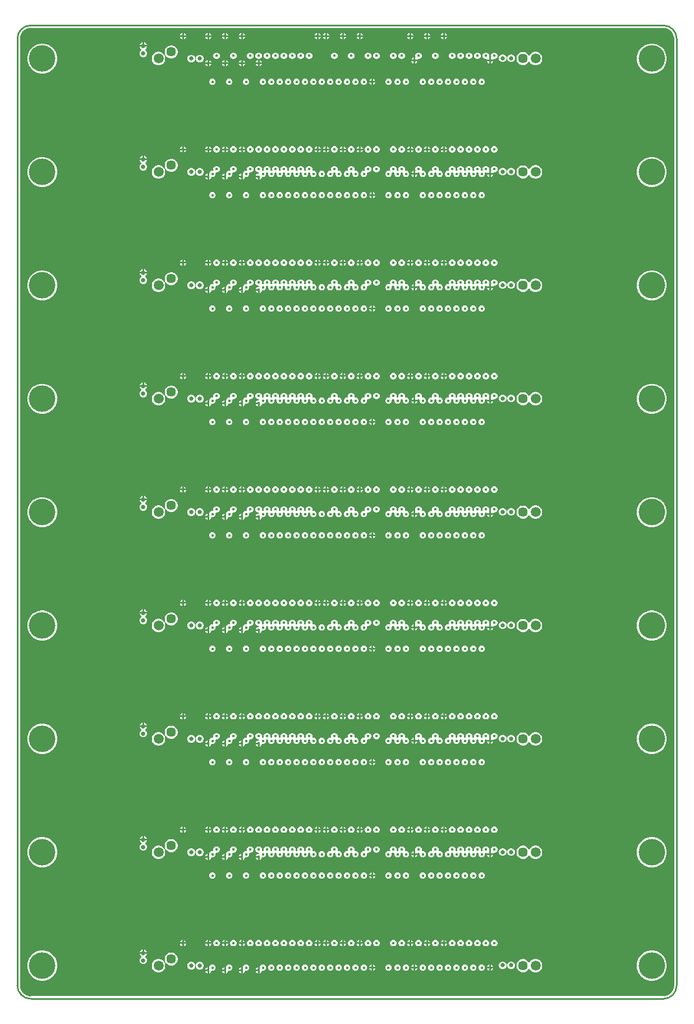
<source format=gbr>
%TF.GenerationSoftware,Altium Limited,Altium Designer,22.11.1 (43)*%
G04 Layer_Physical_Order=3*
G04 Layer_Color=16440176*
%FSLAX45Y45*%
%MOMM*%
%TF.SameCoordinates,189E8146-0809-41ED-80BF-86DDFA5291D0*%
%TF.FilePolarity,Positive*%
%TF.FileFunction,Copper,L3,Inr,Signal*%
%TF.Part,Single*%
G01*
G75*
%TA.AperFunction,NonConductor*%
%ADD16C,0.25400*%
%TA.AperFunction,ComponentPad*%
%ADD17C,1.45000*%
%ADD18C,1.50800*%
%TA.AperFunction,ViaPad*%
%ADD19C,4.00000*%
%ADD20C,0.63500*%
%ADD21C,0.44400*%
%ADD22C,0.44450*%
G36*
X9750000Y14641153D02*
Y14641153D01*
X9762303Y14640195D01*
X9781489Y14638306D01*
X9811768Y14629121D01*
X9839673Y14614204D01*
X9864132Y14594131D01*
X9884205Y14569673D01*
X9899121Y14541768D01*
X9908306Y14511488D01*
X9911322Y14480861D01*
X9911151Y14480002D01*
Y200000D01*
X9911323Y199139D01*
X9908306Y168511D01*
X9899121Y138232D01*
X9884205Y110327D01*
X9864132Y85868D01*
X9839673Y65795D01*
X9811768Y50879D01*
X9781489Y41694D01*
X9762304Y39805D01*
X9750000Y38847D01*
D01*
X9737416Y38847D01*
X200000D01*
X199147Y38677D01*
X168511Y41694D01*
X138232Y50879D01*
X110327Y65795D01*
X85868Y85868D01*
X65795Y110327D01*
X50879Y138232D01*
X41694Y168511D01*
X38677Y199147D01*
X38847Y200000D01*
Y14480002D01*
X38677Y14480853D01*
X41694Y14511488D01*
X50879Y14541768D01*
X65795Y14569673D01*
X85868Y14594131D01*
X110327Y14614204D01*
X138232Y14629121D01*
X168511Y14638306D01*
X187697Y14640196D01*
X200000Y14641153D01*
Y14641154D01*
X200005Y14641154D01*
X9749994D01*
X9750000Y14641153D01*
D02*
G37*
%LPC*%
G36*
X6448200Y14566789D02*
Y14533202D01*
X6481788D01*
X6475875Y14547478D01*
X6462477Y14560875D01*
X6448200Y14566789D01*
D02*
G37*
G36*
X6422800D02*
X6408523Y14560875D01*
X6395125Y14547478D01*
X6389212Y14533202D01*
X6422800D01*
Y14566789D01*
D02*
G37*
G36*
X6194199D02*
Y14533202D01*
X6227788D01*
X6221874Y14547478D01*
X6208477Y14560875D01*
X6194199Y14566789D01*
D02*
G37*
G36*
X6168799D02*
X6154522Y14560875D01*
X6141125Y14547478D01*
X6135211Y14533202D01*
X6168799D01*
Y14566789D01*
D02*
G37*
G36*
X5940199D02*
Y14533202D01*
X5973788D01*
X5967874Y14547478D01*
X5954477Y14560875D01*
X5940199Y14566789D01*
D02*
G37*
G36*
X5914799D02*
X5900522Y14560875D01*
X5887125Y14547478D01*
X5881211Y14533202D01*
X5914799D01*
Y14566789D01*
D02*
G37*
G36*
X5178199D02*
Y14533202D01*
X5211788D01*
X5205874Y14547478D01*
X5192477Y14560875D01*
X5178199Y14566789D01*
D02*
G37*
G36*
X5152799D02*
X5138522Y14560875D01*
X5125125Y14547478D01*
X5119211Y14533202D01*
X5152799D01*
Y14566789D01*
D02*
G37*
G36*
X4924199D02*
Y14533202D01*
X4957788D01*
X4951874Y14547478D01*
X4938477Y14560875D01*
X4924199Y14566789D01*
D02*
G37*
G36*
X4898799D02*
X4884522Y14560875D01*
X4871125Y14547478D01*
X4865211Y14533202D01*
X4898799D01*
Y14566789D01*
D02*
G37*
G36*
X4670199D02*
Y14533202D01*
X4703788D01*
X4697874Y14547478D01*
X4684477Y14560875D01*
X4670199Y14566789D01*
D02*
G37*
G36*
X4644799D02*
X4630522Y14560875D01*
X4617125Y14547478D01*
X4611211Y14533202D01*
X4644799D01*
Y14566789D01*
D02*
G37*
G36*
X4543199D02*
Y14533202D01*
X4576788D01*
X4570874Y14547478D01*
X4557477Y14560875D01*
X4543199Y14566789D01*
D02*
G37*
G36*
X4517799D02*
X4503522Y14560875D01*
X4490125Y14547478D01*
X4484211Y14533202D01*
X4517799D01*
Y14566789D01*
D02*
G37*
G36*
X3400199D02*
Y14533202D01*
X3433788D01*
X3427874Y14547478D01*
X3414477Y14560875D01*
X3400199Y14566789D01*
D02*
G37*
G36*
X3374799D02*
X3360522Y14560875D01*
X3347125Y14547478D01*
X3341211Y14533202D01*
X3374799D01*
Y14566789D01*
D02*
G37*
G36*
X3146199D02*
Y14533202D01*
X3179788D01*
X3173874Y14547478D01*
X3160477Y14560875D01*
X3146199Y14566789D01*
D02*
G37*
G36*
X3120799D02*
X3106522Y14560875D01*
X3093125Y14547478D01*
X3087211Y14533202D01*
X3120799D01*
Y14566789D01*
D02*
G37*
G36*
X2892199Y14566760D02*
Y14533200D01*
X2925760D01*
X2919852Y14547462D01*
X2906462Y14560854D01*
X2892199Y14566760D01*
D02*
G37*
G36*
X2866799D02*
X2852536Y14560854D01*
X2839146Y14547462D01*
X2833238Y14533200D01*
X2866799D01*
Y14566760D01*
D02*
G37*
G36*
X2511200Y14566760D02*
Y14533200D01*
X2544761D01*
X2538853Y14547462D01*
X2525463Y14560854D01*
X2511200Y14566760D01*
D02*
G37*
G36*
X2485800D02*
X2471537Y14560854D01*
X2458147Y14547462D01*
X2452239Y14533200D01*
X2485800D01*
Y14566760D01*
D02*
G37*
G36*
X2925760Y14507800D02*
X2892199D01*
Y14474239D01*
X2906462Y14480147D01*
X2919852Y14493536D01*
X2925760Y14507800D01*
D02*
G37*
G36*
X2866799D02*
X2833238D01*
X2839146Y14493536D01*
X2852536Y14480147D01*
X2866799Y14474239D01*
Y14507800D01*
D02*
G37*
G36*
X2544761Y14507800D02*
X2511200D01*
Y14474239D01*
X2525463Y14480145D01*
X2538853Y14493536D01*
X2544761Y14507800D01*
D02*
G37*
G36*
X2485800D02*
X2452239D01*
X2458147Y14493536D01*
X2471537Y14480145D01*
X2485800Y14474239D01*
Y14507800D01*
D02*
G37*
G36*
X6481788Y14507800D02*
X6448200D01*
Y14474213D01*
X6462477Y14480125D01*
X6475875Y14493523D01*
X6481788Y14507800D01*
D02*
G37*
G36*
X6422800D02*
X6389212D01*
X6395125Y14493523D01*
X6408523Y14480125D01*
X6422800Y14474213D01*
Y14507800D01*
D02*
G37*
G36*
X6227788D02*
X6194199D01*
Y14474213D01*
X6208477Y14480125D01*
X6221874Y14493523D01*
X6227788Y14507800D01*
D02*
G37*
G36*
X6168799D02*
X6135211D01*
X6141125Y14493523D01*
X6154522Y14480125D01*
X6168799Y14474213D01*
Y14507800D01*
D02*
G37*
G36*
X5973788D02*
X5940199D01*
Y14474213D01*
X5954477Y14480125D01*
X5967874Y14493523D01*
X5973788Y14507800D01*
D02*
G37*
G36*
X5914799D02*
X5881211D01*
X5887125Y14493523D01*
X5900522Y14480125D01*
X5914799Y14474213D01*
Y14507800D01*
D02*
G37*
G36*
X5211788D02*
X5178199D01*
Y14474213D01*
X5192477Y14480125D01*
X5205874Y14493523D01*
X5211788Y14507800D01*
D02*
G37*
G36*
X5152799D02*
X5119211D01*
X5125125Y14493523D01*
X5138522Y14480125D01*
X5152799Y14474213D01*
Y14507800D01*
D02*
G37*
G36*
X4957788D02*
X4924199D01*
Y14474213D01*
X4938477Y14480125D01*
X4951874Y14493523D01*
X4957788Y14507800D01*
D02*
G37*
G36*
X4898799D02*
X4865211D01*
X4871125Y14493523D01*
X4884522Y14480125D01*
X4898799Y14474213D01*
Y14507800D01*
D02*
G37*
G36*
X4703788D02*
X4670199D01*
Y14474213D01*
X4684477Y14480125D01*
X4697874Y14493523D01*
X4703788Y14507800D01*
D02*
G37*
G36*
X4644799D02*
X4611211D01*
X4617125Y14493523D01*
X4630522Y14480125D01*
X4644799Y14474213D01*
Y14507800D01*
D02*
G37*
G36*
X4576788D02*
X4543199D01*
Y14474213D01*
X4557477Y14480125D01*
X4570874Y14493523D01*
X4576788Y14507800D01*
D02*
G37*
G36*
X4517799D02*
X4484211D01*
X4490125Y14493523D01*
X4503522Y14480125D01*
X4517799Y14474213D01*
Y14507800D01*
D02*
G37*
G36*
X3433788D02*
X3400199D01*
Y14474213D01*
X3414477Y14480125D01*
X3427874Y14493523D01*
X3433788Y14507800D01*
D02*
G37*
G36*
X3374799D02*
X3341211D01*
X3347125Y14493523D01*
X3360522Y14480125D01*
X3374799Y14474213D01*
Y14507800D01*
D02*
G37*
G36*
X3179788D02*
X3146199D01*
Y14474213D01*
X3160477Y14480125D01*
X3173874Y14493523D01*
X3179788Y14507800D01*
D02*
G37*
G36*
X3120799D02*
X3087211D01*
X3093125Y14493523D01*
X3106522Y14480125D01*
X3120799Y14474213D01*
Y14507800D01*
D02*
G37*
G36*
X1912701Y14426598D02*
Y14382700D01*
X1956599D01*
X1948451Y14402373D01*
X1932374Y14418449D01*
X1912701Y14426598D01*
D02*
G37*
G36*
X1887301D02*
X1867628Y14418449D01*
X1851552Y14402373D01*
X1843403Y14382700D01*
X1887301D01*
Y14426598D01*
D02*
G37*
G36*
X7833270Y14280801D02*
X7806729D01*
X7781092Y14273933D01*
X7758107Y14260661D01*
X7739340Y14241895D01*
X7730659Y14226860D01*
X7715994Y14226860D01*
X7708342Y14240114D01*
X7690114Y14258342D01*
X7667791Y14271230D01*
X7642891Y14277902D01*
X7617114D01*
X7592214Y14271230D01*
X7569891Y14258342D01*
X7551663Y14240114D01*
X7538774Y14217790D01*
X7532103Y14192891D01*
Y14167113D01*
X7538774Y14142213D01*
X7551663Y14119890D01*
X7569891Y14101663D01*
X7592214Y14088774D01*
X7617114Y14082101D01*
X7642891D01*
X7667791Y14088774D01*
X7690114Y14101663D01*
X7708342Y14119890D01*
X7715994Y14133145D01*
X7730659Y14133144D01*
X7739340Y14118111D01*
X7758107Y14099342D01*
X7781092Y14086072D01*
X7806729Y14079202D01*
X7833270D01*
X7858907Y14086072D01*
X7881892Y14099342D01*
X7900660Y14118111D01*
X7913930Y14141095D01*
X7920799Y14166731D01*
Y14193272D01*
X7913930Y14218909D01*
X7900660Y14241895D01*
X7881892Y14260661D01*
X7858907Y14273933D01*
X7833270Y14280801D01*
D02*
G37*
G36*
X1956599Y14357298D02*
X1843403D01*
X1851552Y14337627D01*
X1867628Y14321550D01*
X1869317Y14320850D01*
Y14308150D01*
X1867628Y14307451D01*
X1851552Y14291374D01*
X1842851Y14270369D01*
Y14247633D01*
X1851552Y14226628D01*
X1867628Y14210551D01*
X1888634Y14201851D01*
X1911369D01*
X1932374Y14210551D01*
X1948451Y14226628D01*
X1957151Y14247633D01*
Y14270369D01*
X1948451Y14291374D01*
X1932374Y14307451D01*
X1930685Y14308150D01*
Y14320850D01*
X1932374Y14321550D01*
X1948451Y14337627D01*
X1956599Y14357298D01*
D02*
G37*
G36*
X2333890Y14377902D02*
X2308112D01*
X2283213Y14371230D01*
X2260889Y14358340D01*
X2242662Y14340114D01*
X2229773Y14317790D01*
X2223101Y14292891D01*
Y14267113D01*
X2229773Y14242213D01*
X2242662Y14219890D01*
X2260889Y14201662D01*
X2283213Y14188774D01*
X2308112Y14182101D01*
X2333890D01*
X2358789Y14188774D01*
X2381113Y14201662D01*
X2399341Y14219890D01*
X2412229Y14242213D01*
X2418901Y14267113D01*
Y14292891D01*
X2412229Y14317790D01*
X2399341Y14340114D01*
X2381113Y14358340D01*
X2358789Y14371230D01*
X2333890Y14377902D01*
D02*
G37*
G36*
X6952972Y14268126D02*
X6934026D01*
X6916522Y14260875D01*
X6903125Y14247478D01*
X6895874Y14229974D01*
Y14211028D01*
X6903125Y14193523D01*
X6916522Y14180125D01*
X6934026Y14172876D01*
X6952972D01*
X6970477Y14180125D01*
X6983874Y14193523D01*
X6991124Y14211028D01*
Y14229974D01*
X6983874Y14247478D01*
X6970477Y14260875D01*
X6952972Y14268126D01*
D02*
G37*
G36*
X6825972D02*
X6807026D01*
X6789522Y14260875D01*
X6776125Y14247478D01*
X6768874Y14229974D01*
Y14211028D01*
X6776125Y14193523D01*
X6789522Y14180125D01*
X6807026Y14172876D01*
X6825972D01*
X6843477Y14180125D01*
X6856874Y14193523D01*
X6864124Y14211028D01*
Y14229974D01*
X6856874Y14247478D01*
X6843477Y14260875D01*
X6825972Y14268126D01*
D02*
G37*
G36*
X6698972D02*
X6680026D01*
X6662522Y14260875D01*
X6649125Y14247478D01*
X6641874Y14229974D01*
Y14211028D01*
X6649125Y14193523D01*
X6662522Y14180125D01*
X6680026Y14172876D01*
X6698972D01*
X6716477Y14180125D01*
X6729874Y14193523D01*
X6737124Y14211028D01*
Y14229974D01*
X6729874Y14247478D01*
X6716477Y14260875D01*
X6698972Y14268126D01*
D02*
G37*
G36*
X6571972D02*
X6553026D01*
X6535522Y14260875D01*
X6522125Y14247478D01*
X6514874Y14229974D01*
Y14211028D01*
X6522125Y14193523D01*
X6535522Y14180125D01*
X6553026Y14172876D01*
X6571972D01*
X6589477Y14180125D01*
X6602874Y14193523D01*
X6610124Y14211028D01*
Y14229974D01*
X6602874Y14247478D01*
X6589477Y14260875D01*
X6571972Y14268126D01*
D02*
G37*
G36*
X6317972D02*
X6299026D01*
X6281522Y14260875D01*
X6268125Y14247478D01*
X6260874Y14229974D01*
Y14211028D01*
X6268125Y14193523D01*
X6281522Y14180125D01*
X6299026Y14172876D01*
X6317972D01*
X6335477Y14180125D01*
X6348874Y14193523D01*
X6356124Y14211028D01*
Y14229974D01*
X6348874Y14247478D01*
X6335477Y14260875D01*
X6317972Y14268126D01*
D02*
G37*
G36*
X5809972D02*
X5791026D01*
X5773522Y14260875D01*
X5760125Y14247478D01*
X5752874Y14229974D01*
Y14211028D01*
X5760125Y14193523D01*
X5773522Y14180125D01*
X5791026Y14172876D01*
X5809972D01*
X5827477Y14180125D01*
X5840874Y14193523D01*
X5848124Y14211028D01*
Y14229974D01*
X5840874Y14247478D01*
X5827477Y14260875D01*
X5809972Y14268126D01*
D02*
G37*
G36*
X5682972D02*
X5664026D01*
X5646522Y14260875D01*
X5633125Y14247478D01*
X5625874Y14229974D01*
Y14211028D01*
X5633125Y14193523D01*
X5646522Y14180125D01*
X5664026Y14172876D01*
X5682972D01*
X5700477Y14180125D01*
X5713874Y14193523D01*
X5721124Y14211028D01*
Y14229974D01*
X5713874Y14247478D01*
X5700477Y14260875D01*
X5682972Y14268126D01*
D02*
G37*
G36*
X5428972D02*
X5410026D01*
X5392522Y14260875D01*
X5379125Y14247478D01*
X5371874Y14229974D01*
Y14211028D01*
X5379125Y14193523D01*
X5392522Y14180125D01*
X5410026Y14172876D01*
X5428972D01*
X5446477Y14180125D01*
X5459874Y14193523D01*
X5467124Y14211028D01*
Y14229974D01*
X5459874Y14247478D01*
X5446477Y14260875D01*
X5428972Y14268126D01*
D02*
G37*
G36*
X5301972D02*
X5283026D01*
X5265522Y14260875D01*
X5252125Y14247478D01*
X5244874Y14229974D01*
Y14211028D01*
X5252125Y14193523D01*
X5265522Y14180125D01*
X5283026Y14172876D01*
X5301972D01*
X5319477Y14180125D01*
X5332874Y14193523D01*
X5340124Y14211028D01*
Y14229974D01*
X5332874Y14247478D01*
X5319477Y14260875D01*
X5301972Y14268126D01*
D02*
G37*
G36*
X5047972D02*
X5029026D01*
X5011522Y14260875D01*
X4998125Y14247478D01*
X4990874Y14229974D01*
Y14211028D01*
X4998125Y14193523D01*
X5011522Y14180125D01*
X5029026Y14172876D01*
X5047972D01*
X5065477Y14180125D01*
X5078874Y14193523D01*
X5086124Y14211028D01*
Y14229974D01*
X5078874Y14247478D01*
X5065477Y14260875D01*
X5047972Y14268126D01*
D02*
G37*
G36*
X4793972D02*
X4775026D01*
X4757522Y14260875D01*
X4744125Y14247478D01*
X4736874Y14229974D01*
Y14211028D01*
X4744125Y14193523D01*
X4757522Y14180125D01*
X4775026Y14172876D01*
X4793972D01*
X4811477Y14180125D01*
X4824874Y14193523D01*
X4832124Y14211028D01*
Y14229974D01*
X4824874Y14247478D01*
X4811477Y14260875D01*
X4793972Y14268126D01*
D02*
G37*
G36*
X4412974D02*
X4394028D01*
X4376523Y14260875D01*
X4363126Y14247478D01*
X4355876Y14229974D01*
Y14211028D01*
X4363126Y14193523D01*
X4376523Y14180125D01*
X4394028Y14172876D01*
X4412974D01*
X4430478Y14180125D01*
X4443875Y14193523D01*
X4451126Y14211028D01*
Y14229974D01*
X4443875Y14247478D01*
X4430478Y14260875D01*
X4412974Y14268126D01*
D02*
G37*
G36*
X4285972D02*
X4267026D01*
X4249522Y14260875D01*
X4236125Y14247478D01*
X4228874Y14229974D01*
Y14211028D01*
X4236125Y14193523D01*
X4249522Y14180125D01*
X4267026Y14172876D01*
X4285972D01*
X4303477Y14180125D01*
X4316874Y14193523D01*
X4324124Y14211028D01*
Y14229974D01*
X4316874Y14247478D01*
X4303477Y14260875D01*
X4285972Y14268126D01*
D02*
G37*
G36*
X4158972D02*
X4140026D01*
X4122522Y14260875D01*
X4109125Y14247478D01*
X4101874Y14229974D01*
Y14211028D01*
X4109125Y14193523D01*
X4122522Y14180125D01*
X4140026Y14172876D01*
X4158972D01*
X4176477Y14180125D01*
X4189874Y14193523D01*
X4197124Y14211028D01*
Y14229974D01*
X4189874Y14247478D01*
X4176477Y14260875D01*
X4158972Y14268126D01*
D02*
G37*
G36*
X4031972D02*
X4013026D01*
X3995522Y14260875D01*
X3982125Y14247478D01*
X3974874Y14229974D01*
Y14211028D01*
X3982125Y14193523D01*
X3995522Y14180125D01*
X4013026Y14172876D01*
X4031972D01*
X4049477Y14180125D01*
X4062874Y14193523D01*
X4070124Y14211028D01*
Y14229974D01*
X4062874Y14247478D01*
X4049477Y14260875D01*
X4031972Y14268126D01*
D02*
G37*
G36*
X3904972D02*
X3886026D01*
X3868522Y14260875D01*
X3855125Y14247478D01*
X3847874Y14229974D01*
Y14211028D01*
X3855125Y14193523D01*
X3868522Y14180125D01*
X3886026Y14172876D01*
X3904972D01*
X3922477Y14180125D01*
X3935874Y14193523D01*
X3943124Y14211028D01*
Y14229974D01*
X3935874Y14247478D01*
X3922477Y14260875D01*
X3904972Y14268126D01*
D02*
G37*
G36*
X3777972D02*
X3759026D01*
X3741522Y14260875D01*
X3728125Y14247478D01*
X3720874Y14229974D01*
Y14211028D01*
X3728125Y14193523D01*
X3741522Y14180125D01*
X3759026Y14172876D01*
X3777972D01*
X3795477Y14180125D01*
X3808874Y14193523D01*
X3816124Y14211028D01*
Y14229974D01*
X3808874Y14247478D01*
X3795477Y14260875D01*
X3777972Y14268126D01*
D02*
G37*
G36*
X3650972D02*
X3632026D01*
X3614522Y14260875D01*
X3601125Y14247478D01*
X3593874Y14229974D01*
Y14211028D01*
X3601125Y14193523D01*
X3614522Y14180125D01*
X3632026Y14172876D01*
X3650972D01*
X3668477Y14180125D01*
X3681874Y14193523D01*
X3689124Y14211028D01*
Y14229974D01*
X3681874Y14247478D01*
X3668477Y14260875D01*
X3650972Y14268126D01*
D02*
G37*
G36*
X3523972D02*
X3505026D01*
X3487522Y14260875D01*
X3474125Y14247478D01*
X3466874Y14229974D01*
Y14211028D01*
X3474125Y14193523D01*
X3487522Y14180125D01*
X3505026Y14172876D01*
X3523972D01*
X3541477Y14180125D01*
X3554874Y14193523D01*
X3562124Y14211028D01*
Y14229974D01*
X3554874Y14247478D01*
X3541477Y14260875D01*
X3523972Y14268126D01*
D02*
G37*
G36*
X3269972D02*
X3251026D01*
X3233522Y14260875D01*
X3220125Y14247478D01*
X3212874Y14229974D01*
Y14211028D01*
X3220125Y14193523D01*
X3233522Y14180125D01*
X3251026Y14172876D01*
X3269972D01*
X3287477Y14180125D01*
X3300874Y14193523D01*
X3308124Y14211028D01*
Y14229974D01*
X3300874Y14247478D01*
X3287477Y14260875D01*
X3269972Y14268126D01*
D02*
G37*
G36*
X3015972D02*
X2997026D01*
X2979522Y14260875D01*
X2966125Y14247478D01*
X2958874Y14229974D01*
Y14211028D01*
X2966125Y14193523D01*
X2979522Y14180125D01*
X2997026Y14172876D01*
X3015972D01*
X3033477Y14180125D01*
X3046874Y14193523D01*
X3054124Y14211028D01*
Y14229974D01*
X3046874Y14247478D01*
X3033477Y14260875D01*
X3015972Y14268126D01*
D02*
G37*
G36*
X7206972D02*
X7188026D01*
X7170522Y14260875D01*
X7157125Y14247478D01*
X7149874Y14229974D01*
Y14211028D01*
X7151028Y14208243D01*
X7147185Y14202843D01*
X7146699Y14202383D01*
Y14162701D01*
X7180785D01*
X7184314Y14167659D01*
X7189820Y14172876D01*
X7206972D01*
X7224477Y14180125D01*
X7237874Y14193523D01*
X7245124Y14211028D01*
Y14229974D01*
X7237874Y14247478D01*
X7224477Y14260875D01*
X7206972Y14268126D01*
D02*
G37*
G36*
X7079972D02*
X7061026D01*
X7043522Y14260875D01*
X7030125Y14247478D01*
X7022874Y14229974D01*
Y14211028D01*
X7030125Y14193523D01*
X7043522Y14180125D01*
X7061026Y14172876D01*
X7078179D01*
X7083685Y14167659D01*
X7087213Y14162701D01*
X7121299D01*
Y14202383D01*
X7120814Y14202843D01*
X7116971Y14208243D01*
X7118124Y14211028D01*
Y14229974D01*
X7110874Y14247478D01*
X7097477Y14260875D01*
X7079972Y14268126D01*
D02*
G37*
G36*
X6063972D02*
X6045026D01*
X6027522Y14260875D01*
X6014125Y14247478D01*
X6006874Y14229974D01*
Y14211028D01*
X6008028Y14208243D01*
X6004185Y14202843D01*
X6003699Y14202383D01*
Y14162701D01*
X6037785D01*
X6041314Y14167659D01*
X6046820Y14172876D01*
X6063972D01*
X6081477Y14180125D01*
X6094874Y14193523D01*
X6102124Y14211028D01*
Y14229974D01*
X6094874Y14247478D01*
X6081477Y14260875D01*
X6063972Y14268126D01*
D02*
G37*
G36*
X5978299Y14196289D02*
X5964022Y14190375D01*
X5950625Y14176978D01*
X5944711Y14162701D01*
X5978299D01*
Y14196289D01*
D02*
G37*
G36*
X7335868Y14241652D02*
X7313133D01*
X7292128Y14232951D01*
X7276051Y14216875D01*
X7267351Y14195869D01*
Y14173134D01*
X7276051Y14152129D01*
X7292128Y14136053D01*
X7313133Y14127351D01*
X7335868D01*
X7356874Y14136053D01*
X7372950Y14152129D01*
X7381651Y14173134D01*
Y14195869D01*
X7372950Y14216875D01*
X7356874Y14232951D01*
X7335868Y14241652D01*
D02*
G37*
G36*
X7462868Y14241650D02*
X7440132D01*
X7419127Y14232951D01*
X7403050Y14216875D01*
X7394350Y14195869D01*
Y14173134D01*
X7403050Y14152129D01*
X7419127Y14136052D01*
X7440132Y14127351D01*
X7462868D01*
X7483873Y14136052D01*
X7499949Y14152129D01*
X7508650Y14173134D01*
Y14195869D01*
X7499949Y14216875D01*
X7483873Y14232951D01*
X7462868Y14241650D01*
D02*
G37*
G36*
X2763868Y14237151D02*
X2741133D01*
X2720128Y14228450D01*
X2704051Y14212373D01*
X2695351Y14191370D01*
Y14168633D01*
X2704051Y14147627D01*
X2720128Y14131551D01*
X2741133Y14122852D01*
X2763868D01*
X2784874Y14131551D01*
X2800950Y14147627D01*
X2809651Y14168633D01*
Y14191370D01*
X2800950Y14212373D01*
X2784874Y14228450D01*
X2763868Y14237151D01*
D02*
G37*
G36*
X2636868D02*
X2614133D01*
X2593128Y14228450D01*
X2577051Y14212373D01*
X2568351Y14191370D01*
Y14168633D01*
X2577051Y14147627D01*
X2593128Y14131551D01*
X2614133Y14122852D01*
X2636868D01*
X2657874Y14131551D01*
X2673950Y14147627D01*
X2682651Y14168633D01*
Y14191370D01*
X2673950Y14212373D01*
X2657874Y14228450D01*
X2636868Y14237151D01*
D02*
G37*
G36*
X3654199Y14156189D02*
Y14122601D01*
X3687788D01*
X3681874Y14136877D01*
X3668477Y14150275D01*
X3654199Y14156189D01*
D02*
G37*
G36*
X3628799D02*
X3614522Y14150275D01*
X3601125Y14136877D01*
X3595211Y14122601D01*
X3628799D01*
Y14156189D01*
D02*
G37*
G36*
X3400199Y14156165D02*
Y14122575D01*
X3433788D01*
X3427874Y14136853D01*
X3414477Y14150250D01*
X3400199Y14156165D01*
D02*
G37*
G36*
X3374799D02*
X3360522Y14150250D01*
X3347125Y14136853D01*
X3341211Y14122575D01*
X3374799D01*
Y14156165D01*
D02*
G37*
G36*
X3146199D02*
Y14122575D01*
X3179788D01*
X3173874Y14136853D01*
X3160477Y14150250D01*
X3146199Y14156165D01*
D02*
G37*
G36*
X3120799D02*
X3106522Y14150250D01*
X3093125Y14136853D01*
X3087211Y14122575D01*
X3120799D01*
Y14156165D01*
D02*
G37*
G36*
X2892201D02*
Y14122575D01*
X2925789D01*
X2919875Y14136853D01*
X2906478Y14150250D01*
X2892201Y14156165D01*
D02*
G37*
G36*
X2866801D02*
X2852523Y14150250D01*
X2839126Y14136853D01*
X2833212Y14122575D01*
X2866801D01*
Y14156165D01*
D02*
G37*
G36*
X7180288Y14137302D02*
X7146699D01*
Y14103712D01*
X7160977Y14109625D01*
X7174374Y14123022D01*
X7180288Y14137302D01*
D02*
G37*
G36*
X7121299D02*
X7087711D01*
X7093625Y14123022D01*
X7107022Y14109625D01*
X7121299Y14103712D01*
Y14137302D01*
D02*
G37*
G36*
X6037288D02*
X6003699D01*
Y14103712D01*
X6017977Y14109625D01*
X6031374Y14123022D01*
X6037288Y14137302D01*
D02*
G37*
G36*
X5978299D02*
X5944711D01*
X5950625Y14123022D01*
X5964022Y14109625D01*
X5978299Y14103712D01*
Y14137302D01*
D02*
G37*
G36*
X2143269Y14280801D02*
X2116728D01*
X2091091Y14273933D01*
X2068106Y14260661D01*
X2049338Y14241895D01*
X2036068Y14218909D01*
X2029198Y14193272D01*
Y14166731D01*
X2036068Y14141095D01*
X2049338Y14118111D01*
X2068106Y14099342D01*
X2091091Y14086072D01*
X2116728Y14079202D01*
X2143269D01*
X2168905Y14086072D01*
X2191891Y14099342D01*
X2210658Y14118111D01*
X2223929Y14141095D01*
X2230798Y14166731D01*
Y14193272D01*
X2223929Y14218909D01*
X2210658Y14241895D01*
X2191891Y14260661D01*
X2168905Y14273933D01*
X2143269Y14280801D01*
D02*
G37*
G36*
X3687788Y14097202D02*
X3654199D01*
Y14063612D01*
X3668477Y14069527D01*
X3681874Y14082922D01*
X3687788Y14097202D01*
D02*
G37*
G36*
X3628799D02*
X3595211D01*
X3601125Y14082922D01*
X3614522Y14069527D01*
X3628799Y14063612D01*
Y14097202D01*
D02*
G37*
G36*
X3433788Y14097176D02*
X3400199D01*
Y14063586D01*
X3414477Y14069501D01*
X3427874Y14082898D01*
X3433788Y14097176D01*
D02*
G37*
G36*
X3374799D02*
X3341211D01*
X3347125Y14082898D01*
X3360522Y14069501D01*
X3374799Y14063586D01*
Y14097176D01*
D02*
G37*
G36*
X3179788D02*
X3146199D01*
Y14063586D01*
X3160477Y14069501D01*
X3173874Y14082898D01*
X3179788Y14097176D01*
D02*
G37*
G36*
X3120799D02*
X3087211D01*
X3093125Y14082898D01*
X3106522Y14069501D01*
X3120799Y14063586D01*
Y14097176D01*
D02*
G37*
G36*
X2925789D02*
X2892201D01*
Y14063586D01*
X2906478Y14069501D01*
X2919875Y14082898D01*
X2925789Y14097176D01*
D02*
G37*
G36*
X2866801D02*
X2833212D01*
X2839126Y14082898D01*
X2852523Y14069501D01*
X2866801Y14063586D01*
Y14097176D01*
D02*
G37*
G36*
X9597202Y14405402D02*
X9552803D01*
X9509256Y14396741D01*
X9468236Y14379749D01*
X9431318Y14355083D01*
X9399923Y14323686D01*
X9375256Y14286769D01*
X9358264Y14245749D01*
X9349603Y14202202D01*
Y14157802D01*
X9358264Y14114255D01*
X9375256Y14073235D01*
X9399923Y14036317D01*
X9431318Y14004922D01*
X9468236Y13980255D01*
X9509256Y13963264D01*
X9552803Y13954602D01*
X9597202D01*
X9640749Y13963264D01*
X9681769Y13980255D01*
X9718686Y14004922D01*
X9750082Y14036317D01*
X9774749Y14073235D01*
X9791740Y14114255D01*
X9800402Y14157802D01*
Y14202202D01*
X9791740Y14245749D01*
X9774749Y14286769D01*
X9750082Y14323686D01*
X9718686Y14355083D01*
X9681769Y14379749D01*
X9640749Y14396741D01*
X9597202Y14405402D01*
D02*
G37*
G36*
X397200D02*
X352801D01*
X309254Y14396741D01*
X268234Y14379749D01*
X231317Y14355083D01*
X199921Y14323686D01*
X175254Y14286769D01*
X158263Y14245749D01*
X149601Y14202202D01*
Y14157802D01*
X158263Y14114255D01*
X175254Y14073235D01*
X199921Y14036317D01*
X231317Y14004922D01*
X268234Y13980255D01*
X309254Y13963264D01*
X352801Y13954602D01*
X397200D01*
X440747Y13963264D01*
X481767Y13980255D01*
X518685Y14004922D01*
X550080Y14036317D01*
X574747Y14073235D01*
X591738Y14114255D01*
X600400Y14157802D01*
Y14202202D01*
X591738Y14245749D01*
X574747Y14286769D01*
X550080Y14323686D01*
X518685Y14355083D01*
X481767Y14379749D01*
X440747Y14396741D01*
X397200Y14405402D01*
D02*
G37*
G36*
X5367476Y13875288D02*
Y13841701D01*
X5401064D01*
X5395150Y13855978D01*
X5381753Y13869376D01*
X5367476Y13875288D01*
D02*
G37*
G36*
X5342076D02*
X5327798Y13869376D01*
X5314401Y13855978D01*
X5308487Y13841701D01*
X5342076D01*
Y13875288D01*
D02*
G37*
G36*
X5401064Y13816301D02*
X5367476D01*
Y13782712D01*
X5381753Y13788626D01*
X5395150Y13802023D01*
X5401064Y13816301D01*
D02*
G37*
G36*
X5342076D02*
X5308487D01*
X5314401Y13802023D01*
X5327798Y13788626D01*
X5342076Y13782712D01*
Y13816301D01*
D02*
G37*
G36*
X7016473Y13876627D02*
X6997527D01*
X6980023Y13869376D01*
X6966625Y13855978D01*
X6959375Y13838474D01*
Y13819528D01*
X6966625Y13802023D01*
X6980023Y13788626D01*
X6997527Y13781377D01*
X7016473D01*
X7033977Y13788626D01*
X7047375Y13802023D01*
X7054625Y13819528D01*
Y13838474D01*
X7047375Y13855978D01*
X7033977Y13869376D01*
X7016473Y13876627D01*
D02*
G37*
G36*
X6889472D02*
X6870526D01*
X6853022Y13869376D01*
X6839625Y13855978D01*
X6832374Y13838474D01*
Y13819528D01*
X6839625Y13802023D01*
X6853022Y13788626D01*
X6870526Y13781377D01*
X6889472D01*
X6906977Y13788626D01*
X6920374Y13802023D01*
X6927624Y13819528D01*
Y13838474D01*
X6920374Y13855978D01*
X6906977Y13869376D01*
X6889472Y13876627D01*
D02*
G37*
G36*
X6762473D02*
X6743527D01*
X6726023Y13869376D01*
X6712625Y13855978D01*
X6705375Y13838474D01*
Y13819528D01*
X6712625Y13802023D01*
X6726023Y13788626D01*
X6743527Y13781377D01*
X6762473D01*
X6779977Y13788626D01*
X6793375Y13802023D01*
X6800625Y13819528D01*
Y13838474D01*
X6793375Y13855978D01*
X6779977Y13869376D01*
X6762473Y13876627D01*
D02*
G37*
G36*
X6635473D02*
X6616527D01*
X6599023Y13869376D01*
X6585625Y13855978D01*
X6578375Y13838474D01*
Y13819528D01*
X6585625Y13802023D01*
X6599023Y13788626D01*
X6616527Y13781377D01*
X6635473D01*
X6652977Y13788626D01*
X6666375Y13802023D01*
X6673625Y13819528D01*
Y13838474D01*
X6666375Y13855978D01*
X6652977Y13869376D01*
X6635473Y13876627D01*
D02*
G37*
G36*
X6508473D02*
X6489527D01*
X6472023Y13869376D01*
X6458625Y13855978D01*
X6451375Y13838474D01*
Y13819528D01*
X6458625Y13802023D01*
X6472023Y13788626D01*
X6489527Y13781377D01*
X6508473D01*
X6525977Y13788626D01*
X6539375Y13802023D01*
X6546625Y13819528D01*
Y13838474D01*
X6539375Y13855978D01*
X6525977Y13869376D01*
X6508473Y13876627D01*
D02*
G37*
G36*
X6381473D02*
X6362527D01*
X6345023Y13869376D01*
X6331625Y13855978D01*
X6324375Y13838474D01*
Y13819528D01*
X6331625Y13802023D01*
X6345023Y13788626D01*
X6362527Y13781377D01*
X6381473D01*
X6398977Y13788626D01*
X6412375Y13802023D01*
X6419625Y13819528D01*
Y13838474D01*
X6412375Y13855978D01*
X6398977Y13869376D01*
X6381473Y13876627D01*
D02*
G37*
G36*
X6254472D02*
X6235526D01*
X6218022Y13869376D01*
X6204625Y13855978D01*
X6197374Y13838474D01*
Y13819528D01*
X6204625Y13802023D01*
X6218022Y13788626D01*
X6235526Y13781377D01*
X6254472D01*
X6271977Y13788626D01*
X6285374Y13802023D01*
X6292624Y13819528D01*
Y13838474D01*
X6285374Y13855978D01*
X6271977Y13869376D01*
X6254472Y13876627D01*
D02*
G37*
G36*
X6127473D02*
X6108527D01*
X6091023Y13869376D01*
X6077625Y13855978D01*
X6070375Y13838474D01*
Y13819528D01*
X6077625Y13802023D01*
X6091023Y13788626D01*
X6108527Y13781377D01*
X6127473D01*
X6144977Y13788626D01*
X6158375Y13802023D01*
X6165625Y13819528D01*
Y13838474D01*
X6158375Y13855978D01*
X6144977Y13869376D01*
X6127473Y13876627D01*
D02*
G37*
G36*
X5873472D02*
X5854526D01*
X5837022Y13869376D01*
X5823625Y13855978D01*
X5816374Y13838474D01*
Y13819528D01*
X5823625Y13802023D01*
X5837022Y13788626D01*
X5854526Y13781377D01*
X5873472D01*
X5890977Y13788626D01*
X5904374Y13802023D01*
X5911624Y13819528D01*
Y13838474D01*
X5904374Y13855978D01*
X5890977Y13869376D01*
X5873472Y13876627D01*
D02*
G37*
G36*
X5746472D02*
X5727526D01*
X5710022Y13869376D01*
X5696625Y13855978D01*
X5689374Y13838474D01*
Y13819528D01*
X5696625Y13802023D01*
X5710022Y13788626D01*
X5727526Y13781377D01*
X5746472D01*
X5763977Y13788626D01*
X5777374Y13802023D01*
X5784624Y13819528D01*
Y13838474D01*
X5777374Y13855978D01*
X5763977Y13869376D01*
X5746472Y13876627D01*
D02*
G37*
G36*
X5610472D02*
X5591526D01*
X5574022Y13869376D01*
X5560625Y13855978D01*
X5553374Y13838474D01*
Y13819528D01*
X5560625Y13802023D01*
X5574022Y13788626D01*
X5591526Y13781377D01*
X5610472D01*
X5627977Y13788626D01*
X5641374Y13802023D01*
X5648624Y13819528D01*
Y13838474D01*
X5641374Y13855978D01*
X5627977Y13869376D01*
X5610472Y13876627D01*
D02*
G37*
G36*
X5238472D02*
X5219526D01*
X5202022Y13869376D01*
X5188625Y13855978D01*
X5181374Y13838474D01*
Y13819528D01*
X5188625Y13802023D01*
X5202022Y13788626D01*
X5219526Y13781377D01*
X5238472D01*
X5255977Y13788626D01*
X5269374Y13802023D01*
X5276624Y13819528D01*
Y13838474D01*
X5269374Y13855978D01*
X5255977Y13869376D01*
X5238472Y13876627D01*
D02*
G37*
G36*
X5111472D02*
X5092526D01*
X5075022Y13869376D01*
X5061625Y13855978D01*
X5054374Y13838474D01*
Y13819528D01*
X5061625Y13802023D01*
X5075022Y13788626D01*
X5092526Y13781377D01*
X5111472D01*
X5128977Y13788626D01*
X5142374Y13802023D01*
X5149624Y13819528D01*
Y13838474D01*
X5142374Y13855978D01*
X5128977Y13869376D01*
X5111472Y13876627D01*
D02*
G37*
G36*
X4984472D02*
X4965526D01*
X4948022Y13869376D01*
X4934625Y13855978D01*
X4927374Y13838474D01*
Y13819528D01*
X4934625Y13802023D01*
X4948022Y13788626D01*
X4965526Y13781377D01*
X4984472D01*
X5001977Y13788626D01*
X5015374Y13802023D01*
X5022624Y13819528D01*
Y13838474D01*
X5015374Y13855978D01*
X5001977Y13869376D01*
X4984472Y13876627D01*
D02*
G37*
G36*
X4857472D02*
X4838526D01*
X4821022Y13869376D01*
X4807625Y13855978D01*
X4800374Y13838474D01*
Y13819528D01*
X4807625Y13802023D01*
X4821022Y13788626D01*
X4838526Y13781377D01*
X4857472D01*
X4874977Y13788626D01*
X4888374Y13802023D01*
X4895624Y13819528D01*
Y13838474D01*
X4888374Y13855978D01*
X4874977Y13869376D01*
X4857472Y13876627D01*
D02*
G37*
G36*
X4730472D02*
X4711526D01*
X4694022Y13869376D01*
X4680625Y13855978D01*
X4673374Y13838474D01*
Y13819528D01*
X4680625Y13802023D01*
X4694022Y13788626D01*
X4711526Y13781377D01*
X4730472D01*
X4747977Y13788626D01*
X4761374Y13802023D01*
X4768624Y13819528D01*
Y13838474D01*
X4761374Y13855978D01*
X4747977Y13869376D01*
X4730472Y13876627D01*
D02*
G37*
G36*
X4603472D02*
X4584526D01*
X4567022Y13869376D01*
X4553625Y13855978D01*
X4546374Y13838474D01*
Y13819528D01*
X4553625Y13802023D01*
X4567022Y13788626D01*
X4584526Y13781377D01*
X4603472D01*
X4620977Y13788626D01*
X4634374Y13802023D01*
X4641624Y13819528D01*
Y13838474D01*
X4634374Y13855978D01*
X4620977Y13869376D01*
X4603472Y13876627D01*
D02*
G37*
G36*
X4476472D02*
X4457526D01*
X4440022Y13869376D01*
X4426625Y13855978D01*
X4419374Y13838474D01*
Y13819528D01*
X4426625Y13802023D01*
X4440022Y13788626D01*
X4457526Y13781377D01*
X4476472D01*
X4493977Y13788626D01*
X4507374Y13802023D01*
X4514624Y13819528D01*
Y13838474D01*
X4507374Y13855978D01*
X4493977Y13869376D01*
X4476472Y13876627D01*
D02*
G37*
G36*
X4349472D02*
X4330526D01*
X4313022Y13869376D01*
X4299625Y13855978D01*
X4292374Y13838474D01*
Y13819528D01*
X4299625Y13802023D01*
X4313022Y13788626D01*
X4330526Y13781377D01*
X4349472D01*
X4366977Y13788626D01*
X4380374Y13802023D01*
X4387624Y13819528D01*
Y13838474D01*
X4380374Y13855978D01*
X4366977Y13869376D01*
X4349472Y13876627D01*
D02*
G37*
G36*
X4222472D02*
X4203526D01*
X4186022Y13869376D01*
X4172625Y13855978D01*
X4165374Y13838474D01*
Y13819528D01*
X4172625Y13802023D01*
X4186022Y13788626D01*
X4203526Y13781377D01*
X4222472D01*
X4239977Y13788626D01*
X4253374Y13802023D01*
X4260624Y13819528D01*
Y13838474D01*
X4253374Y13855978D01*
X4239977Y13869376D01*
X4222472Y13876627D01*
D02*
G37*
G36*
X4095472D02*
X4076526D01*
X4059022Y13869376D01*
X4045625Y13855978D01*
X4038374Y13838474D01*
Y13819528D01*
X4045625Y13802023D01*
X4059022Y13788626D01*
X4076526Y13781377D01*
X4095472D01*
X4112977Y13788626D01*
X4126374Y13802023D01*
X4133624Y13819528D01*
Y13838474D01*
X4126374Y13855978D01*
X4112977Y13869376D01*
X4095472Y13876627D01*
D02*
G37*
G36*
X3968472D02*
X3949526D01*
X3932022Y13869376D01*
X3918625Y13855978D01*
X3911374Y13838474D01*
Y13819528D01*
X3918625Y13802023D01*
X3932022Y13788626D01*
X3949526Y13781377D01*
X3968472D01*
X3985977Y13788626D01*
X3999374Y13802023D01*
X4006624Y13819528D01*
Y13838474D01*
X3999374Y13855978D01*
X3985977Y13869376D01*
X3968472Y13876627D01*
D02*
G37*
G36*
X3841472D02*
X3822526D01*
X3805022Y13869376D01*
X3791625Y13855978D01*
X3784374Y13838474D01*
Y13819528D01*
X3791625Y13802023D01*
X3805022Y13788626D01*
X3822526Y13781377D01*
X3841472D01*
X3858977Y13788626D01*
X3872374Y13802023D01*
X3879624Y13819528D01*
Y13838474D01*
X3872374Y13855978D01*
X3858977Y13869376D01*
X3841472Y13876627D01*
D02*
G37*
G36*
X3714472D02*
X3695526D01*
X3678022Y13869376D01*
X3664625Y13855978D01*
X3657374Y13838474D01*
Y13819528D01*
X3664625Y13802023D01*
X3678022Y13788626D01*
X3695526Y13781377D01*
X3714472D01*
X3731977Y13788626D01*
X3745374Y13802023D01*
X3752624Y13819528D01*
Y13838474D01*
X3745374Y13855978D01*
X3731977Y13869376D01*
X3714472Y13876627D01*
D02*
G37*
G36*
X3460472D02*
X3441526D01*
X3424022Y13869376D01*
X3410625Y13855978D01*
X3403374Y13838474D01*
Y13819528D01*
X3410625Y13802023D01*
X3424022Y13788626D01*
X3441526Y13781377D01*
X3460472D01*
X3477977Y13788626D01*
X3491374Y13802023D01*
X3498624Y13819528D01*
Y13838474D01*
X3491374Y13855978D01*
X3477977Y13869376D01*
X3460472Y13876627D01*
D02*
G37*
G36*
X3206472D02*
X3187526D01*
X3170022Y13869376D01*
X3156625Y13855978D01*
X3149374Y13838474D01*
Y13819528D01*
X3156625Y13802023D01*
X3170022Y13788626D01*
X3187526Y13781377D01*
X3206472D01*
X3223977Y13788626D01*
X3237374Y13802023D01*
X3244624Y13819528D01*
Y13838474D01*
X3237374Y13855978D01*
X3223977Y13869376D01*
X3206472Y13876627D01*
D02*
G37*
G36*
X2952472D02*
X2933526D01*
X2916022Y13869376D01*
X2902625Y13855978D01*
X2895374Y13838474D01*
Y13819528D01*
X2902625Y13802023D01*
X2916022Y13788626D01*
X2933526Y13781377D01*
X2952472D01*
X2969977Y13788626D01*
X2983374Y13802023D01*
X2990624Y13819528D01*
Y13838474D01*
X2983374Y13855978D01*
X2969977Y13869376D01*
X2952472Y13876627D01*
D02*
G37*
G36*
X6448200Y12856789D02*
Y12823201D01*
X6481788D01*
X6475875Y12837479D01*
X6462477Y12850874D01*
X6448200Y12856789D01*
D02*
G37*
G36*
X6422800D02*
X6408523Y12850874D01*
X6395125Y12837479D01*
X6389212Y12823201D01*
X6422800D01*
Y12856789D01*
D02*
G37*
G36*
X6194199D02*
Y12823201D01*
X6227788D01*
X6221874Y12837479D01*
X6208477Y12850874D01*
X6194199Y12856789D01*
D02*
G37*
G36*
X6168799D02*
X6154522Y12850874D01*
X6141125Y12837479D01*
X6135211Y12823201D01*
X6168799D01*
Y12856789D01*
D02*
G37*
G36*
X5940199D02*
Y12823201D01*
X5973788D01*
X5967874Y12837479D01*
X5954477Y12850874D01*
X5940199Y12856789D01*
D02*
G37*
G36*
X5914799D02*
X5900522Y12850874D01*
X5887125Y12837479D01*
X5881211Y12823201D01*
X5914799D01*
Y12856789D01*
D02*
G37*
G36*
X5178199D02*
Y12823201D01*
X5211788D01*
X5205874Y12837479D01*
X5192477Y12850874D01*
X5178199Y12856789D01*
D02*
G37*
G36*
X5152799D02*
X5138522Y12850874D01*
X5125125Y12837479D01*
X5119211Y12823201D01*
X5152799D01*
Y12856789D01*
D02*
G37*
G36*
X4924199D02*
Y12823201D01*
X4957788D01*
X4951874Y12837479D01*
X4938477Y12850874D01*
X4924199Y12856789D01*
D02*
G37*
G36*
X4898799D02*
X4884522Y12850874D01*
X4871125Y12837479D01*
X4865211Y12823201D01*
X4898799D01*
Y12856789D01*
D02*
G37*
G36*
X4670199D02*
Y12823201D01*
X4703788D01*
X4697874Y12837479D01*
X4684477Y12850874D01*
X4670199Y12856789D01*
D02*
G37*
G36*
X4644799D02*
X4630522Y12850874D01*
X4617125Y12837479D01*
X4611211Y12823201D01*
X4644799D01*
Y12856789D01*
D02*
G37*
G36*
X4543199D02*
Y12823201D01*
X4576788D01*
X4570874Y12837479D01*
X4557477Y12850874D01*
X4543199Y12856789D01*
D02*
G37*
G36*
X4517799D02*
X4503522Y12850874D01*
X4490125Y12837479D01*
X4484211Y12823201D01*
X4517799D01*
Y12856789D01*
D02*
G37*
G36*
X3400199D02*
Y12823201D01*
X3433788D01*
X3427874Y12837479D01*
X3414477Y12850874D01*
X3400199Y12856789D01*
D02*
G37*
G36*
X3374799D02*
X3360522Y12850874D01*
X3347125Y12837479D01*
X3341211Y12823201D01*
X3374799D01*
Y12856789D01*
D02*
G37*
G36*
X3146199D02*
Y12823201D01*
X3179788D01*
X3173874Y12837479D01*
X3160477Y12850874D01*
X3146199Y12856789D01*
D02*
G37*
G36*
X3120799D02*
X3106522Y12850874D01*
X3093125Y12837479D01*
X3087211Y12823201D01*
X3120799D01*
Y12856789D01*
D02*
G37*
G36*
X2892199Y12856761D02*
Y12823199D01*
X2925760D01*
X2919852Y12837463D01*
X2906462Y12850853D01*
X2892199Y12856761D01*
D02*
G37*
G36*
X2866799D02*
X2852536Y12850853D01*
X2839146Y12837463D01*
X2833238Y12823199D01*
X2866799D01*
Y12856761D01*
D02*
G37*
G36*
X2511200Y12856761D02*
Y12823199D01*
X2544761D01*
X2538853Y12837463D01*
X2525463Y12850853D01*
X2511200Y12856761D01*
D02*
G37*
G36*
X2485800D02*
X2471537Y12850853D01*
X2458147Y12837463D01*
X2452239Y12823199D01*
X2485800D01*
Y12856761D01*
D02*
G37*
G36*
X2925760Y12797800D02*
X2892199D01*
Y12764239D01*
X2906462Y12770147D01*
X2919852Y12783537D01*
X2925760Y12797800D01*
D02*
G37*
G36*
X2866799D02*
X2833238D01*
X2839146Y12783537D01*
X2852536Y12770147D01*
X2866799Y12764239D01*
Y12797800D01*
D02*
G37*
G36*
X2544761Y12797799D02*
X2511200D01*
Y12764238D01*
X2525463Y12770146D01*
X2538853Y12783536D01*
X2544761Y12797799D01*
D02*
G37*
G36*
X2485800D02*
X2452239D01*
X2458147Y12783536D01*
X2471537Y12770146D01*
X2485800Y12764238D01*
Y12797799D01*
D02*
G37*
G36*
X6481788Y12797801D02*
X6448200D01*
Y12764212D01*
X6462477Y12770126D01*
X6475875Y12783523D01*
X6481788Y12797801D01*
D02*
G37*
G36*
X6422800D02*
X6389212D01*
X6395125Y12783523D01*
X6408523Y12770126D01*
X6422800Y12764212D01*
Y12797801D01*
D02*
G37*
G36*
X6227788D02*
X6194199D01*
Y12764212D01*
X6208477Y12770126D01*
X6221874Y12783523D01*
X6227788Y12797801D01*
D02*
G37*
G36*
X6168799D02*
X6135211D01*
X6141125Y12783523D01*
X6154522Y12770126D01*
X6168799Y12764212D01*
Y12797801D01*
D02*
G37*
G36*
X5973788D02*
X5940199D01*
Y12764212D01*
X5954477Y12770126D01*
X5967874Y12783523D01*
X5973788Y12797801D01*
D02*
G37*
G36*
X5914799D02*
X5881211D01*
X5887125Y12783523D01*
X5900522Y12770126D01*
X5914799Y12764212D01*
Y12797801D01*
D02*
G37*
G36*
X5211788D02*
X5178199D01*
Y12764212D01*
X5192477Y12770126D01*
X5205874Y12783523D01*
X5211788Y12797801D01*
D02*
G37*
G36*
X5152799D02*
X5119211D01*
X5125125Y12783523D01*
X5138522Y12770126D01*
X5152799Y12764212D01*
Y12797801D01*
D02*
G37*
G36*
X4957788D02*
X4924199D01*
Y12764212D01*
X4938477Y12770126D01*
X4951874Y12783523D01*
X4957788Y12797801D01*
D02*
G37*
G36*
X4898799D02*
X4865211D01*
X4871125Y12783523D01*
X4884522Y12770126D01*
X4898799Y12764212D01*
Y12797801D01*
D02*
G37*
G36*
X4703788D02*
X4670199D01*
Y12764212D01*
X4684477Y12770126D01*
X4697874Y12783523D01*
X4703788Y12797801D01*
D02*
G37*
G36*
X4644799D02*
X4611211D01*
X4617125Y12783523D01*
X4630522Y12770126D01*
X4644799Y12764212D01*
Y12797801D01*
D02*
G37*
G36*
X4576788D02*
X4543199D01*
Y12764212D01*
X4557477Y12770126D01*
X4570874Y12783523D01*
X4576788Y12797801D01*
D02*
G37*
G36*
X4517799D02*
X4484211D01*
X4490125Y12783523D01*
X4503522Y12770126D01*
X4517799Y12764212D01*
Y12797801D01*
D02*
G37*
G36*
X3433788D02*
X3400199D01*
Y12764212D01*
X3414477Y12770126D01*
X3427874Y12783523D01*
X3433788Y12797801D01*
D02*
G37*
G36*
X3374799D02*
X3341211D01*
X3347125Y12783523D01*
X3360522Y12770126D01*
X3374799Y12764212D01*
Y12797801D01*
D02*
G37*
G36*
X3179788D02*
X3146199D01*
Y12764212D01*
X3160477Y12770126D01*
X3173874Y12783523D01*
X3179788Y12797801D01*
D02*
G37*
G36*
X3120799D02*
X3087211D01*
X3093125Y12783523D01*
X3106522Y12770126D01*
X3120799Y12764212D01*
Y12797801D01*
D02*
G37*
G36*
X7206972Y12858125D02*
X7188026D01*
X7170522Y12850874D01*
X7157125Y12837479D01*
X7149874Y12819974D01*
Y12801027D01*
X7157125Y12783523D01*
X7170522Y12770126D01*
X7188026Y12762876D01*
X7206972D01*
X7224477Y12770126D01*
X7237874Y12783523D01*
X7245124Y12801027D01*
Y12819974D01*
X7237874Y12837479D01*
X7224477Y12850874D01*
X7206972Y12858125D01*
D02*
G37*
G36*
X7079972D02*
X7061026D01*
X7043522Y12850874D01*
X7030125Y12837479D01*
X7022874Y12819974D01*
Y12801027D01*
X7030125Y12783523D01*
X7043522Y12770126D01*
X7061026Y12762876D01*
X7079972D01*
X7097477Y12770126D01*
X7110874Y12783523D01*
X7118124Y12801027D01*
Y12819974D01*
X7110874Y12837479D01*
X7097477Y12850874D01*
X7079972Y12858125D01*
D02*
G37*
G36*
X6952972D02*
X6934026D01*
X6916522Y12850874D01*
X6903125Y12837479D01*
X6895874Y12819974D01*
Y12801027D01*
X6903125Y12783523D01*
X6916522Y12770126D01*
X6934026Y12762876D01*
X6952972D01*
X6970477Y12770126D01*
X6983874Y12783523D01*
X6991124Y12801027D01*
Y12819974D01*
X6983874Y12837479D01*
X6970477Y12850874D01*
X6952972Y12858125D01*
D02*
G37*
G36*
X6825972D02*
X6807026D01*
X6789522Y12850874D01*
X6776125Y12837479D01*
X6768874Y12819974D01*
Y12801027D01*
X6776125Y12783523D01*
X6789522Y12770126D01*
X6807026Y12762876D01*
X6825972D01*
X6843477Y12770126D01*
X6856874Y12783523D01*
X6864124Y12801027D01*
Y12819974D01*
X6856874Y12837479D01*
X6843477Y12850874D01*
X6825972Y12858125D01*
D02*
G37*
G36*
X6698972D02*
X6680026D01*
X6662522Y12850874D01*
X6649125Y12837479D01*
X6641874Y12819974D01*
Y12801027D01*
X6649125Y12783523D01*
X6662522Y12770126D01*
X6680026Y12762876D01*
X6698972D01*
X6716477Y12770126D01*
X6729874Y12783523D01*
X6737124Y12801027D01*
Y12819974D01*
X6729874Y12837479D01*
X6716477Y12850874D01*
X6698972Y12858125D01*
D02*
G37*
G36*
X6571972D02*
X6553026D01*
X6535522Y12850874D01*
X6522125Y12837479D01*
X6514874Y12819974D01*
Y12801027D01*
X6522125Y12783523D01*
X6535522Y12770126D01*
X6553026Y12762876D01*
X6571972D01*
X6589477Y12770126D01*
X6602874Y12783523D01*
X6610124Y12801027D01*
Y12819974D01*
X6602874Y12837479D01*
X6589477Y12850874D01*
X6571972Y12858125D01*
D02*
G37*
G36*
X6317972D02*
X6299026D01*
X6281522Y12850874D01*
X6268125Y12837479D01*
X6260874Y12819974D01*
Y12801027D01*
X6268125Y12783523D01*
X6281522Y12770126D01*
X6299026Y12762876D01*
X6317972D01*
X6335477Y12770126D01*
X6348874Y12783523D01*
X6356124Y12801027D01*
Y12819974D01*
X6348874Y12837479D01*
X6335477Y12850874D01*
X6317972Y12858125D01*
D02*
G37*
G36*
X6063972D02*
X6045026D01*
X6027522Y12850874D01*
X6014125Y12837479D01*
X6006874Y12819974D01*
Y12801027D01*
X6014125Y12783523D01*
X6027522Y12770126D01*
X6045026Y12762876D01*
X6063972D01*
X6081477Y12770126D01*
X6094874Y12783523D01*
X6102124Y12801027D01*
Y12819974D01*
X6094874Y12837479D01*
X6081477Y12850874D01*
X6063972Y12858125D01*
D02*
G37*
G36*
X5809972D02*
X5791026D01*
X5773522Y12850874D01*
X5760125Y12837479D01*
X5752874Y12819974D01*
Y12801027D01*
X5760125Y12783523D01*
X5773522Y12770126D01*
X5791026Y12762876D01*
X5809972D01*
X5827477Y12770126D01*
X5840874Y12783523D01*
X5848124Y12801027D01*
Y12819974D01*
X5840874Y12837479D01*
X5827477Y12850874D01*
X5809972Y12858125D01*
D02*
G37*
G36*
X5682972D02*
X5664026D01*
X5646522Y12850874D01*
X5633125Y12837479D01*
X5625874Y12819974D01*
Y12801027D01*
X5633125Y12783523D01*
X5646522Y12770126D01*
X5664026Y12762876D01*
X5682972D01*
X5700477Y12770126D01*
X5713874Y12783523D01*
X5721124Y12801027D01*
Y12819974D01*
X5713874Y12837479D01*
X5700477Y12850874D01*
X5682972Y12858125D01*
D02*
G37*
G36*
X5428972D02*
X5410026D01*
X5392522Y12850874D01*
X5379125Y12837479D01*
X5371874Y12819974D01*
Y12801027D01*
X5379125Y12783523D01*
X5392522Y12770126D01*
X5410026Y12762876D01*
X5428972D01*
X5446477Y12770126D01*
X5459874Y12783523D01*
X5467124Y12801027D01*
Y12819974D01*
X5459874Y12837479D01*
X5446477Y12850874D01*
X5428972Y12858125D01*
D02*
G37*
G36*
X5301972D02*
X5283026D01*
X5265522Y12850874D01*
X5252125Y12837479D01*
X5244874Y12819974D01*
Y12801027D01*
X5252125Y12783523D01*
X5265522Y12770126D01*
X5283026Y12762876D01*
X5301972D01*
X5319477Y12770126D01*
X5332874Y12783523D01*
X5340124Y12801027D01*
Y12819974D01*
X5332874Y12837479D01*
X5319477Y12850874D01*
X5301972Y12858125D01*
D02*
G37*
G36*
X5047972D02*
X5029026D01*
X5011522Y12850874D01*
X4998125Y12837479D01*
X4990874Y12819974D01*
Y12801027D01*
X4998125Y12783523D01*
X5011522Y12770126D01*
X5029026Y12762876D01*
X5047972D01*
X5065477Y12770126D01*
X5078874Y12783523D01*
X5086124Y12801027D01*
Y12819974D01*
X5078874Y12837479D01*
X5065477Y12850874D01*
X5047972Y12858125D01*
D02*
G37*
G36*
X4793972D02*
X4775026D01*
X4757522Y12850874D01*
X4744125Y12837479D01*
X4736874Y12819974D01*
Y12801027D01*
X4744125Y12783523D01*
X4757522Y12770126D01*
X4775026Y12762876D01*
X4793972D01*
X4811477Y12770126D01*
X4824874Y12783523D01*
X4832124Y12801027D01*
Y12819974D01*
X4824874Y12837479D01*
X4811477Y12850874D01*
X4793972Y12858125D01*
D02*
G37*
G36*
X4412974D02*
X4394028D01*
X4376523Y12850874D01*
X4363126Y12837479D01*
X4355876Y12819974D01*
Y12801027D01*
X4363126Y12783523D01*
X4376523Y12770126D01*
X4394028Y12762876D01*
X4412974D01*
X4430478Y12770126D01*
X4443875Y12783523D01*
X4451126Y12801027D01*
Y12819974D01*
X4443875Y12837479D01*
X4430478Y12850874D01*
X4412974Y12858125D01*
D02*
G37*
G36*
X4285972D02*
X4267026D01*
X4249522Y12850874D01*
X4236125Y12837479D01*
X4228874Y12819974D01*
Y12801027D01*
X4236125Y12783523D01*
X4249522Y12770126D01*
X4267026Y12762876D01*
X4285972D01*
X4303477Y12770126D01*
X4316874Y12783523D01*
X4324124Y12801027D01*
Y12819974D01*
X4316874Y12837479D01*
X4303477Y12850874D01*
X4285972Y12858125D01*
D02*
G37*
G36*
X4158972D02*
X4140026D01*
X4122522Y12850874D01*
X4109125Y12837479D01*
X4101874Y12819974D01*
Y12801027D01*
X4109125Y12783523D01*
X4122522Y12770126D01*
X4140026Y12762876D01*
X4158972D01*
X4176477Y12770126D01*
X4189874Y12783523D01*
X4197124Y12801027D01*
Y12819974D01*
X4189874Y12837479D01*
X4176477Y12850874D01*
X4158972Y12858125D01*
D02*
G37*
G36*
X4031972D02*
X4013026D01*
X3995522Y12850874D01*
X3982125Y12837479D01*
X3974874Y12819974D01*
Y12801027D01*
X3982125Y12783523D01*
X3995522Y12770126D01*
X4013026Y12762876D01*
X4031972D01*
X4049477Y12770126D01*
X4062874Y12783523D01*
X4070124Y12801027D01*
Y12819974D01*
X4062874Y12837479D01*
X4049477Y12850874D01*
X4031972Y12858125D01*
D02*
G37*
G36*
X3904972D02*
X3886026D01*
X3868522Y12850874D01*
X3855125Y12837479D01*
X3847874Y12819974D01*
Y12801027D01*
X3855125Y12783523D01*
X3868522Y12770126D01*
X3886026Y12762876D01*
X3904972D01*
X3922477Y12770126D01*
X3935874Y12783523D01*
X3943124Y12801027D01*
Y12819974D01*
X3935874Y12837479D01*
X3922477Y12850874D01*
X3904972Y12858125D01*
D02*
G37*
G36*
X3777972D02*
X3759026D01*
X3741522Y12850874D01*
X3728125Y12837479D01*
X3720874Y12819974D01*
Y12801027D01*
X3728125Y12783523D01*
X3741522Y12770126D01*
X3759026Y12762876D01*
X3777972D01*
X3795477Y12770126D01*
X3808874Y12783523D01*
X3816124Y12801027D01*
Y12819974D01*
X3808874Y12837479D01*
X3795477Y12850874D01*
X3777972Y12858125D01*
D02*
G37*
G36*
X3650972D02*
X3632026D01*
X3614522Y12850874D01*
X3601125Y12837479D01*
X3593874Y12819974D01*
Y12801027D01*
X3601125Y12783523D01*
X3614522Y12770126D01*
X3632026Y12762876D01*
X3650972D01*
X3668477Y12770126D01*
X3681874Y12783523D01*
X3689124Y12801027D01*
Y12819974D01*
X3681874Y12837479D01*
X3668477Y12850874D01*
X3650972Y12858125D01*
D02*
G37*
G36*
X3523972D02*
X3505026D01*
X3487522Y12850874D01*
X3474125Y12837479D01*
X3466874Y12819974D01*
Y12801027D01*
X3474125Y12783523D01*
X3487522Y12770126D01*
X3505026Y12762876D01*
X3523972D01*
X3541477Y12770126D01*
X3554874Y12783523D01*
X3562124Y12801027D01*
Y12819974D01*
X3554874Y12837479D01*
X3541477Y12850874D01*
X3523972Y12858125D01*
D02*
G37*
G36*
X3269972D02*
X3251026D01*
X3233522Y12850874D01*
X3220125Y12837479D01*
X3212874Y12819974D01*
Y12801027D01*
X3220125Y12783523D01*
X3233522Y12770126D01*
X3251026Y12762876D01*
X3269972D01*
X3287477Y12770126D01*
X3300874Y12783523D01*
X3308124Y12801027D01*
Y12819974D01*
X3300874Y12837479D01*
X3287477Y12850874D01*
X3269972Y12858125D01*
D02*
G37*
G36*
X3015972D02*
X2997026D01*
X2979522Y12850874D01*
X2966125Y12837479D01*
X2958874Y12819974D01*
Y12801027D01*
X2966125Y12783523D01*
X2979522Y12770126D01*
X2997026Y12762876D01*
X3015972D01*
X3033477Y12770126D01*
X3046874Y12783523D01*
X3054124Y12801027D01*
Y12819974D01*
X3046874Y12837479D01*
X3033477Y12850874D01*
X3015972Y12858125D01*
D02*
G37*
G36*
X1912701Y12716598D02*
Y12672700D01*
X1956599D01*
X1948451Y12692373D01*
X1932374Y12708450D01*
X1912701Y12716598D01*
D02*
G37*
G36*
X1887301D02*
X1867628Y12708450D01*
X1851552Y12692373D01*
X1843403Y12672700D01*
X1887301D01*
Y12716598D01*
D02*
G37*
G36*
X7833270Y12570798D02*
X7806729D01*
X7781092Y12563928D01*
X7758107Y12550658D01*
X7739340Y12531890D01*
X7730659Y12516856D01*
X7715994Y12516855D01*
X7708342Y12530110D01*
X7690114Y12548337D01*
X7667791Y12561226D01*
X7642891Y12567898D01*
X7617114D01*
X7592214Y12561226D01*
X7569891Y12548337D01*
X7551663Y12530110D01*
X7538774Y12507786D01*
X7532103Y12482887D01*
Y12457109D01*
X7538774Y12432210D01*
X7551663Y12409886D01*
X7569891Y12391658D01*
X7592214Y12378770D01*
X7617114Y12372098D01*
X7642891D01*
X7667791Y12378770D01*
X7690114Y12391658D01*
X7708342Y12409886D01*
X7715994Y12423141D01*
X7730659Y12423140D01*
X7739340Y12408105D01*
X7758107Y12389338D01*
X7781092Y12376067D01*
X7806729Y12369198D01*
X7833270D01*
X7858907Y12376067D01*
X7881892Y12389338D01*
X7900660Y12408105D01*
X7913930Y12431091D01*
X7920799Y12456727D01*
Y12483268D01*
X7913930Y12508905D01*
X7900660Y12531890D01*
X7881892Y12550658D01*
X7858907Y12563928D01*
X7833270Y12570798D01*
D02*
G37*
G36*
X1956599Y12647300D02*
X1843403D01*
X1851552Y12627627D01*
X1867628Y12611551D01*
X1869317Y12610851D01*
Y12598151D01*
X1867628Y12597452D01*
X1851552Y12581375D01*
X1842851Y12560370D01*
Y12537634D01*
X1851552Y12516629D01*
X1867628Y12500553D01*
X1888634Y12491852D01*
X1911369D01*
X1932374Y12500553D01*
X1948451Y12516629D01*
X1957151Y12537634D01*
Y12560370D01*
X1948451Y12581375D01*
X1932374Y12597452D01*
X1930685Y12598151D01*
Y12610851D01*
X1932374Y12611551D01*
X1948451Y12627627D01*
X1956599Y12647300D01*
D02*
G37*
G36*
X7079972Y12558126D02*
X7061026D01*
X7043522Y12550875D01*
X7030125Y12537478D01*
X7022874Y12519974D01*
Y12501027D01*
X7024028Y12498243D01*
X7020186Y12492844D01*
X7014679Y12487626D01*
X6999320D01*
X6993815Y12492841D01*
X6989971Y12498242D01*
X6991124Y12501027D01*
Y12519974D01*
X6983874Y12537478D01*
X6970477Y12550875D01*
X6952972Y12558126D01*
X6934026D01*
X6916522Y12550875D01*
X6903125Y12537478D01*
X6895874Y12519974D01*
Y12501027D01*
X6897028Y12498242D01*
X6893185Y12492842D01*
X6887679Y12487626D01*
X6872320D01*
X6866814Y12492842D01*
X6862971Y12498242D01*
X6864124Y12501027D01*
Y12519974D01*
X6856874Y12537478D01*
X6843477Y12550875D01*
X6825972Y12558126D01*
X6807026D01*
X6789522Y12550875D01*
X6776125Y12537478D01*
X6768874Y12519974D01*
Y12501027D01*
X6770028Y12498243D01*
X6766186Y12492844D01*
X6760679Y12487626D01*
X6745320D01*
X6739815Y12492841D01*
X6735971Y12498242D01*
X6737124Y12501027D01*
Y12519974D01*
X6729874Y12537478D01*
X6716477Y12550875D01*
X6698972Y12558126D01*
X6680026D01*
X6662522Y12550875D01*
X6649125Y12537478D01*
X6641874Y12519974D01*
Y12501027D01*
X6643028Y12498243D01*
X6639186Y12492844D01*
X6633679Y12487626D01*
X6618320D01*
X6612815Y12492841D01*
X6608971Y12498242D01*
X6610124Y12501027D01*
Y12519974D01*
X6602874Y12537478D01*
X6589477Y12550875D01*
X6571972Y12558126D01*
X6553026D01*
X6535522Y12550875D01*
X6522125Y12537478D01*
X6514874Y12519974D01*
Y12501027D01*
X6516028Y12498243D01*
X6512186Y12492844D01*
X6506679Y12487626D01*
X6489527D01*
X6472023Y12480375D01*
X6458625Y12466978D01*
X6451375Y12449474D01*
Y12430527D01*
X6458625Y12413023D01*
X6472023Y12399626D01*
X6489527Y12392376D01*
X6508473D01*
X6525977Y12399626D01*
X6539375Y12413023D01*
X6546625Y12430527D01*
Y12449474D01*
X6545472Y12452258D01*
X6549313Y12457657D01*
X6554820Y12462876D01*
X6570180D01*
X6575684Y12457660D01*
X6579529Y12452259D01*
X6578375Y12449474D01*
Y12430527D01*
X6585625Y12413023D01*
X6599023Y12399626D01*
X6616527Y12392376D01*
X6635473D01*
X6652977Y12399626D01*
X6666375Y12413023D01*
X6673625Y12430527D01*
Y12449474D01*
X6672472Y12452258D01*
X6676313Y12457657D01*
X6681820Y12462876D01*
X6697180D01*
X6702684Y12457660D01*
X6706529Y12452259D01*
X6705375Y12449474D01*
Y12430527D01*
X6712625Y12413023D01*
X6726023Y12399626D01*
X6743527Y12392376D01*
X6762473D01*
X6779977Y12399626D01*
X6793375Y12413023D01*
X6800625Y12430527D01*
Y12449474D01*
X6799472Y12452258D01*
X6803313Y12457657D01*
X6808820Y12462876D01*
X6824179D01*
X6829685Y12457659D01*
X6833528Y12452259D01*
X6832374Y12449474D01*
Y12430527D01*
X6839625Y12413023D01*
X6853022Y12399626D01*
X6870526Y12392376D01*
X6889472D01*
X6906977Y12399626D01*
X6920374Y12413023D01*
X6927624Y12430527D01*
Y12449474D01*
X6926471Y12452259D01*
X6930314Y12457659D01*
X6935820Y12462876D01*
X6951180D01*
X6956684Y12457660D01*
X6960529Y12452259D01*
X6959375Y12449474D01*
Y12430527D01*
X6966625Y12413023D01*
X6980023Y12399626D01*
X6997527Y12392376D01*
X7016473D01*
X7033977Y12399626D01*
X7047375Y12413023D01*
X7054625Y12430527D01*
Y12449474D01*
X7053472Y12452258D01*
X7057313Y12457657D01*
X7062820Y12462876D01*
X7078179D01*
X7083685Y12457659D01*
X7087213Y12452701D01*
X7121299D01*
Y12492382D01*
X7120814Y12492842D01*
X7116971Y12498242D01*
X7118124Y12501027D01*
Y12519974D01*
X7110874Y12537478D01*
X7097477Y12550875D01*
X7079972Y12558126D01*
D02*
G37*
G36*
X5809972D02*
X5791026D01*
X5773522Y12550875D01*
X5760125Y12537478D01*
X5752874Y12519974D01*
Y12501027D01*
X5754028Y12498242D01*
X5750185Y12492842D01*
X5744679Y12487626D01*
X5729320D01*
X5723814Y12492842D01*
X5719971Y12498242D01*
X5721124Y12501027D01*
Y12519974D01*
X5713874Y12537478D01*
X5700477Y12550875D01*
X5682972Y12558126D01*
X5664026D01*
X5646522Y12550875D01*
X5633125Y12537478D01*
X5625874Y12519974D01*
Y12501027D01*
X5628892Y12493743D01*
X5619171Y12484022D01*
X5610472Y12487626D01*
X5591526D01*
X5574022Y12480375D01*
X5560625Y12466978D01*
X5553374Y12449474D01*
Y12430527D01*
X5560625Y12413023D01*
X5574022Y12399626D01*
X5591526Y12392376D01*
X5610472D01*
X5627977Y12399626D01*
X5641374Y12413023D01*
X5648624Y12430527D01*
Y12449474D01*
X5645607Y12456758D01*
X5655327Y12466479D01*
X5664026Y12462876D01*
X5681179D01*
X5686685Y12457659D01*
X5690528Y12452259D01*
X5689374Y12449474D01*
Y12430527D01*
X5696625Y12413023D01*
X5710022Y12399626D01*
X5727526Y12392376D01*
X5746472D01*
X5763977Y12399626D01*
X5777374Y12413023D01*
X5784624Y12430527D01*
Y12449474D01*
X5783471Y12452259D01*
X5787314Y12457659D01*
X5792820Y12462876D01*
X5808179D01*
X5813685Y12457659D01*
X5817528Y12452259D01*
X5816374Y12449474D01*
Y12430527D01*
X5823625Y12413023D01*
X5837022Y12399626D01*
X5854526Y12392376D01*
X5873472D01*
X5890977Y12399626D01*
X5904374Y12413023D01*
X5911624Y12430527D01*
Y12449474D01*
X5904374Y12466978D01*
X5890977Y12480375D01*
X5873472Y12487626D01*
X5856320D01*
X5850814Y12492842D01*
X5846971Y12498242D01*
X5848124Y12501027D01*
Y12519974D01*
X5840874Y12537478D01*
X5827477Y12550875D01*
X5809972Y12558126D01*
D02*
G37*
G36*
X4412974D02*
X4394028D01*
X4376523Y12550875D01*
X4363126Y12537478D01*
X4355876Y12519974D01*
Y12501027D01*
X4357030Y12498242D01*
X4353184Y12492840D01*
X4347680Y12487626D01*
X4332320D01*
X4326814Y12492842D01*
X4322971Y12498242D01*
X4324124Y12501027D01*
Y12519974D01*
X4316874Y12537478D01*
X4303477Y12550875D01*
X4285972Y12558126D01*
X4267026D01*
X4249522Y12550875D01*
X4236125Y12537478D01*
X4228874Y12519974D01*
Y12501027D01*
X4230028Y12498242D01*
X4226185Y12492842D01*
X4220679Y12487626D01*
X4205320D01*
X4199814Y12492842D01*
X4195971Y12498242D01*
X4197124Y12501027D01*
Y12519974D01*
X4189874Y12537478D01*
X4176477Y12550875D01*
X4158972Y12558126D01*
X4140026D01*
X4122522Y12550875D01*
X4109125Y12537478D01*
X4101874Y12519974D01*
Y12501027D01*
X4103028Y12498242D01*
X4099185Y12492842D01*
X4093679Y12487626D01*
X4078320D01*
X4072814Y12492842D01*
X4068971Y12498242D01*
X4070124Y12501027D01*
Y12519974D01*
X4062874Y12537478D01*
X4049477Y12550875D01*
X4031972Y12558126D01*
X4013026D01*
X3995522Y12550875D01*
X3982125Y12537478D01*
X3974874Y12519974D01*
Y12501027D01*
X3976028Y12498242D01*
X3972185Y12492842D01*
X3966679Y12487626D01*
X3951320D01*
X3945814Y12492842D01*
X3941971Y12498242D01*
X3943124Y12501027D01*
Y12519974D01*
X3935874Y12537478D01*
X3922477Y12550875D01*
X3904972Y12558126D01*
X3886026D01*
X3868522Y12550875D01*
X3855125Y12537478D01*
X3847874Y12519974D01*
Y12501027D01*
X3849028Y12498242D01*
X3845185Y12492842D01*
X3839679Y12487626D01*
X3824320D01*
X3818814Y12492842D01*
X3814971Y12498242D01*
X3816124Y12501027D01*
Y12519974D01*
X3808874Y12537478D01*
X3795477Y12550875D01*
X3777972Y12558126D01*
X3759026D01*
X3741522Y12550875D01*
X3728125Y12537478D01*
X3720874Y12519974D01*
Y12501027D01*
X3722028Y12498242D01*
X3718185Y12492842D01*
X3712679Y12487626D01*
X3697320D01*
X3691814Y12492842D01*
X3687971Y12498242D01*
X3689124Y12501027D01*
Y12519974D01*
X3681874Y12537478D01*
X3668477Y12550875D01*
X3650972Y12558126D01*
X3632026D01*
X3614522Y12550875D01*
X3601125Y12537478D01*
X3593874Y12519974D01*
Y12501027D01*
X3601125Y12483523D01*
X3614522Y12470126D01*
X3632026Y12462876D01*
X3640892D01*
X3647333Y12455136D01*
X3648120Y12451784D01*
X3645327Y12447526D01*
X3632026D01*
X3614522Y12440275D01*
X3601125Y12426878D01*
X3595211Y12412601D01*
X3641499D01*
Y12399901D01*
X3654199D01*
Y12353612D01*
X3668477Y12359526D01*
X3681874Y12372923D01*
X3689124Y12390427D01*
X3693374Y12393267D01*
X3695526Y12392376D01*
X3714472D01*
X3731977Y12399626D01*
X3745374Y12413023D01*
X3752624Y12430527D01*
Y12449474D01*
X3751471Y12452259D01*
X3755314Y12457659D01*
X3760820Y12462876D01*
X3776179D01*
X3781685Y12457659D01*
X3785528Y12452259D01*
X3784374Y12449474D01*
Y12430527D01*
X3791625Y12413023D01*
X3805022Y12399626D01*
X3822526Y12392376D01*
X3841472D01*
X3858977Y12399626D01*
X3872374Y12413023D01*
X3879624Y12430527D01*
Y12449474D01*
X3878471Y12452259D01*
X3882314Y12457659D01*
X3887820Y12462876D01*
X3903179D01*
X3908685Y12457659D01*
X3912528Y12452259D01*
X3911374Y12449474D01*
Y12430527D01*
X3918625Y12413023D01*
X3932022Y12399626D01*
X3949526Y12392376D01*
X3968472D01*
X3985977Y12399626D01*
X3999374Y12413023D01*
X4006624Y12430527D01*
Y12449474D01*
X4005471Y12452259D01*
X4009314Y12457659D01*
X4014820Y12462876D01*
X4030179D01*
X4035685Y12457659D01*
X4039528Y12452259D01*
X4038374Y12449474D01*
Y12430527D01*
X4045625Y12413023D01*
X4059022Y12399626D01*
X4076526Y12392376D01*
X4095472D01*
X4112977Y12399626D01*
X4126374Y12413023D01*
X4133624Y12430527D01*
Y12449474D01*
X4132471Y12452259D01*
X4136314Y12457659D01*
X4141820Y12462876D01*
X4157179D01*
X4162685Y12457659D01*
X4166528Y12452259D01*
X4165374Y12449474D01*
Y12430527D01*
X4172625Y12413023D01*
X4186022Y12399626D01*
X4203526Y12392376D01*
X4222472D01*
X4239977Y12399626D01*
X4253374Y12413023D01*
X4260624Y12430527D01*
Y12449474D01*
X4259471Y12452259D01*
X4263314Y12457659D01*
X4268820Y12462876D01*
X4284179D01*
X4289685Y12457659D01*
X4293528Y12452259D01*
X4292374Y12449474D01*
Y12430527D01*
X4299625Y12413023D01*
X4313022Y12399626D01*
X4330526Y12392376D01*
X4349472D01*
X4366977Y12399626D01*
X4380374Y12413023D01*
X4387624Y12430527D01*
Y12449474D01*
X4386470Y12452259D01*
X4390316Y12457661D01*
X4395820Y12462876D01*
X4411179D01*
X4416687Y12457656D01*
X4420527Y12452258D01*
X4419374Y12449474D01*
Y12430527D01*
X4426625Y12413023D01*
X4440022Y12399626D01*
X4457526Y12392376D01*
X4476472D01*
X4493977Y12399626D01*
X4507374Y12413023D01*
X4514624Y12430527D01*
Y12449474D01*
X4507374Y12466978D01*
X4493977Y12480375D01*
X4476472Y12487626D01*
X4459321D01*
X4453813Y12492845D01*
X4449973Y12498243D01*
X4451126Y12501027D01*
Y12519974D01*
X4443875Y12537478D01*
X4430478Y12550875D01*
X4412974Y12558126D01*
D02*
G37*
G36*
X2333890Y12667898D02*
X2308112D01*
X2283213Y12661226D01*
X2260889Y12648337D01*
X2242662Y12630110D01*
X2229773Y12607786D01*
X2223101Y12582886D01*
Y12557109D01*
X2229773Y12532210D01*
X2242662Y12509886D01*
X2260889Y12491658D01*
X2283213Y12478770D01*
X2308112Y12472098D01*
X2333890D01*
X2358789Y12478770D01*
X2381113Y12491658D01*
X2399341Y12509886D01*
X2412229Y12532210D01*
X2418901Y12557109D01*
Y12582886D01*
X2412229Y12607786D01*
X2399341Y12630110D01*
X2381113Y12648337D01*
X2358789Y12661226D01*
X2333890Y12667898D01*
D02*
G37*
G36*
X5428972Y12558126D02*
X5410026D01*
X5392522Y12550875D01*
X5379125Y12537478D01*
X5371874Y12519974D01*
Y12501027D01*
X5379125Y12483523D01*
X5392522Y12470126D01*
X5410026Y12462876D01*
X5428972D01*
X5446477Y12470126D01*
X5459874Y12483523D01*
X5467124Y12501027D01*
Y12519974D01*
X5459874Y12537478D01*
X5446477Y12550875D01*
X5428972Y12558126D01*
D02*
G37*
G36*
X7206972D02*
X7188026D01*
X7170522Y12550875D01*
X7157125Y12537478D01*
X7149874Y12519974D01*
Y12501027D01*
X7151028Y12498242D01*
X7147185Y12492842D01*
X7146699Y12492382D01*
Y12452701D01*
X7180785D01*
X7184314Y12457659D01*
X7189820Y12462876D01*
X7206972D01*
X7224477Y12470126D01*
X7237874Y12483523D01*
X7245124Y12501027D01*
Y12519974D01*
X7237874Y12537478D01*
X7224477Y12550875D01*
X7206972Y12558126D01*
D02*
G37*
G36*
X5978299Y12486289D02*
X5964022Y12480375D01*
X5950625Y12466978D01*
X5944711Y12452701D01*
X5978299D01*
Y12486289D01*
D02*
G37*
G36*
X7335868Y12531652D02*
X7313133D01*
X7292128Y12522952D01*
X7276051Y12506875D01*
X7267351Y12485870D01*
Y12463134D01*
X7276051Y12442129D01*
X7292128Y12426053D01*
X7313133Y12417352D01*
X7335868D01*
X7356874Y12426053D01*
X7372950Y12442129D01*
X7381651Y12463134D01*
Y12485870D01*
X7372950Y12506875D01*
X7356874Y12522952D01*
X7335868Y12531652D01*
D02*
G37*
G36*
X7462868Y12531651D02*
X7440132D01*
X7419127Y12522951D01*
X7403050Y12506874D01*
X7394350Y12485869D01*
Y12463134D01*
X7403050Y12442129D01*
X7419127Y12426052D01*
X7440132Y12417351D01*
X7462868D01*
X7483873Y12426052D01*
X7499949Y12442129D01*
X7508650Y12463134D01*
Y12485869D01*
X7499949Y12506874D01*
X7483873Y12522951D01*
X7462868Y12531651D01*
D02*
G37*
G36*
X2763868Y12527151D02*
X2741133D01*
X2720128Y12518450D01*
X2704051Y12502374D01*
X2695351Y12481368D01*
Y12458633D01*
X2704051Y12437628D01*
X2720128Y12421551D01*
X2741133Y12412851D01*
X2763868D01*
X2784874Y12421551D01*
X2800950Y12437628D01*
X2809651Y12458633D01*
Y12481368D01*
X2800950Y12502374D01*
X2784874Y12518450D01*
X2763868Y12527151D01*
D02*
G37*
G36*
X2636868D02*
X2614133D01*
X2593128Y12518450D01*
X2577051Y12502374D01*
X2568351Y12481368D01*
Y12458633D01*
X2577051Y12437628D01*
X2593128Y12421551D01*
X2614133Y12412851D01*
X2636868D01*
X2657874Y12421551D01*
X2673950Y12437628D01*
X2682651Y12458633D01*
Y12481368D01*
X2673950Y12502374D01*
X2657874Y12518450D01*
X2636868Y12527151D01*
D02*
G37*
G36*
X3374799Y12446164D02*
X3360522Y12440250D01*
X3347125Y12426853D01*
X3341211Y12412576D01*
X3374799D01*
Y12446164D01*
D02*
G37*
G36*
X3120799D02*
X3106522Y12440250D01*
X3093125Y12426853D01*
X3087211Y12412576D01*
X3120799D01*
Y12446164D01*
D02*
G37*
G36*
X2866801D02*
X2852523Y12440250D01*
X2839126Y12426853D01*
X2833212Y12412576D01*
X2866801D01*
Y12446164D01*
D02*
G37*
G36*
X7180288Y12427301D02*
X7146699D01*
Y12393712D01*
X7160977Y12399626D01*
X7174374Y12413023D01*
X7180288Y12427301D01*
D02*
G37*
G36*
X7121299D02*
X7087711D01*
X7093625Y12413023D01*
X7107022Y12399626D01*
X7121299Y12393712D01*
Y12427301D01*
D02*
G37*
G36*
X6037288D02*
X6003699D01*
Y12393712D01*
X6017977Y12399626D01*
X6031374Y12413023D01*
X6037288Y12427301D01*
D02*
G37*
G36*
X5978299D02*
X5944711D01*
X5950625Y12413023D01*
X5964022Y12399626D01*
X5978299Y12393712D01*
Y12427301D01*
D02*
G37*
G36*
X6317972Y12558126D02*
X6299026D01*
X6281522Y12550875D01*
X6268125Y12537478D01*
X6260874Y12519974D01*
Y12501027D01*
X6262028Y12498242D01*
X6258185Y12492842D01*
X6252679Y12487626D01*
X6235526D01*
X6218022Y12480375D01*
X6204625Y12466978D01*
X6197374Y12449474D01*
Y12430527D01*
X6204625Y12413023D01*
X6218022Y12399626D01*
X6235526Y12392376D01*
X6254472D01*
X6271977Y12399626D01*
X6285374Y12413023D01*
X6292624Y12430527D01*
Y12449474D01*
X6291471Y12452259D01*
X6295314Y12457659D01*
X6300820Y12462876D01*
X6316180D01*
X6321684Y12457660D01*
X6325529Y12452259D01*
X6324375Y12449474D01*
Y12430527D01*
X6331625Y12413023D01*
X6345023Y12399626D01*
X6362527Y12392376D01*
X6381473D01*
X6398977Y12399626D01*
X6412375Y12413023D01*
X6419625Y12430527D01*
Y12449474D01*
X6412375Y12466978D01*
X6398977Y12480375D01*
X6381473Y12487626D01*
X6364320D01*
X6358815Y12492841D01*
X6354971Y12498242D01*
X6356124Y12501027D01*
Y12519974D01*
X6348874Y12537478D01*
X6335477Y12550875D01*
X6317972Y12558126D01*
D02*
G37*
G36*
X6063972D02*
X6045026D01*
X6027522Y12550875D01*
X6014125Y12537478D01*
X6006874Y12519974D01*
Y12501027D01*
X6008028Y12498242D01*
X6004185Y12492842D01*
X6003699Y12492382D01*
Y12452701D01*
X6037785D01*
X6041314Y12457659D01*
X6046820Y12462876D01*
X6062180D01*
X6067684Y12457660D01*
X6071529Y12452259D01*
X6070375Y12449474D01*
Y12430527D01*
X6077625Y12413023D01*
X6091023Y12399626D01*
X6108527Y12392376D01*
X6127473D01*
X6144977Y12399626D01*
X6158375Y12413023D01*
X6165625Y12430527D01*
Y12449474D01*
X6158375Y12466978D01*
X6144977Y12480375D01*
X6127473Y12487626D01*
X6110320D01*
X6104815Y12492841D01*
X6100971Y12498242D01*
X6102124Y12501027D01*
Y12519974D01*
X6094874Y12537478D01*
X6081477Y12550875D01*
X6063972Y12558126D01*
D02*
G37*
G36*
X5301972D02*
X5283026D01*
X5265522Y12550875D01*
X5252125Y12537478D01*
X5244874Y12519974D01*
Y12501027D01*
X5246028Y12498242D01*
X5242185Y12492842D01*
X5236679Y12487626D01*
X5219526D01*
X5202022Y12480375D01*
X5188625Y12466978D01*
X5181374Y12449474D01*
Y12430527D01*
X5188625Y12413023D01*
X5202022Y12399626D01*
X5219526Y12392376D01*
X5238472D01*
X5255977Y12399626D01*
X5269374Y12413023D01*
X5276624Y12430527D01*
Y12449474D01*
X5275471Y12452259D01*
X5279314Y12457659D01*
X5284820Y12462876D01*
X5301972D01*
X5319477Y12470126D01*
X5332874Y12483523D01*
X5340124Y12501027D01*
Y12519974D01*
X5332874Y12537478D01*
X5319477Y12550875D01*
X5301972Y12558126D01*
D02*
G37*
G36*
X5047972D02*
X5029026D01*
X5011522Y12550875D01*
X4998125Y12537478D01*
X4990874Y12519974D01*
Y12501027D01*
X4992028Y12498242D01*
X4988185Y12492842D01*
X4982679Y12487626D01*
X4965526D01*
X4948022Y12480375D01*
X4934625Y12466978D01*
X4927374Y12449474D01*
Y12430527D01*
X4934625Y12413023D01*
X4948022Y12399626D01*
X4965526Y12392376D01*
X4984472D01*
X5001977Y12399626D01*
X5015374Y12413023D01*
X5022624Y12430527D01*
Y12449474D01*
X5021471Y12452259D01*
X5025314Y12457659D01*
X5030820Y12462876D01*
X5046179D01*
X5051685Y12457659D01*
X5055528Y12452259D01*
X5054374Y12449474D01*
Y12430527D01*
X5061625Y12413023D01*
X5075022Y12399626D01*
X5092526Y12392376D01*
X5111472D01*
X5128977Y12399626D01*
X5142374Y12413023D01*
X5149624Y12430527D01*
Y12449474D01*
X5142374Y12466978D01*
X5128977Y12480375D01*
X5111472Y12487626D01*
X5094320D01*
X5088814Y12492842D01*
X5084971Y12498242D01*
X5086124Y12501027D01*
Y12519974D01*
X5078874Y12537478D01*
X5065477Y12550875D01*
X5047972Y12558126D01*
D02*
G37*
G36*
X4793972D02*
X4775026D01*
X4757522Y12550875D01*
X4744125Y12537478D01*
X4736874Y12519974D01*
Y12501027D01*
X4738028Y12498242D01*
X4734185Y12492842D01*
X4728679Y12487626D01*
X4711526D01*
X4694022Y12480375D01*
X4680625Y12466978D01*
X4673374Y12449474D01*
Y12430527D01*
X4680625Y12413023D01*
X4694022Y12399626D01*
X4711526Y12392376D01*
X4730472D01*
X4747977Y12399626D01*
X4761374Y12413023D01*
X4768624Y12430527D01*
Y12449474D01*
X4767471Y12452259D01*
X4771314Y12457659D01*
X4776820Y12462876D01*
X4792179D01*
X4797685Y12457659D01*
X4801528Y12452259D01*
X4800374Y12449474D01*
Y12430527D01*
X4807625Y12413023D01*
X4821022Y12399626D01*
X4838526Y12392376D01*
X4857472D01*
X4874977Y12399626D01*
X4888374Y12413023D01*
X4895624Y12430527D01*
Y12449474D01*
X4888374Y12466978D01*
X4874977Y12480375D01*
X4857472Y12487626D01*
X4840320D01*
X4834814Y12492842D01*
X4830971Y12498242D01*
X4832124Y12501027D01*
Y12519974D01*
X4824874Y12537478D01*
X4811477Y12550875D01*
X4793972Y12558126D01*
D02*
G37*
G36*
X4603472Y12487626D02*
X4584526D01*
X4567022Y12480375D01*
X4553625Y12466978D01*
X4546374Y12449474D01*
Y12430527D01*
X4553625Y12413023D01*
X4567022Y12399626D01*
X4584526Y12392376D01*
X4603472D01*
X4620977Y12399626D01*
X4634374Y12413023D01*
X4641624Y12430527D01*
Y12449474D01*
X4634374Y12466978D01*
X4620977Y12480375D01*
X4603472Y12487626D01*
D02*
G37*
G36*
X3015972Y12558126D02*
X2997026D01*
X2979522Y12550875D01*
X2966125Y12537478D01*
X2958874Y12519974D01*
Y12501027D01*
X2960028Y12498242D01*
X2956185Y12492842D01*
X2950679Y12487626D01*
X2933526D01*
X2916022Y12480375D01*
X2902625Y12466978D01*
X2895374Y12449474D01*
X2892201Y12447353D01*
Y12399876D01*
Y12353587D01*
X2906478Y12359501D01*
X2919875Y12372898D01*
X2927126Y12390402D01*
X2931398Y12393257D01*
X2933526Y12392376D01*
X2952472D01*
X2969977Y12399626D01*
X2983374Y12413023D01*
X2990624Y12430527D01*
Y12449474D01*
X2989471Y12452259D01*
X2993314Y12457659D01*
X2998820Y12462876D01*
X3015972D01*
X3033477Y12470126D01*
X3046874Y12483523D01*
X3054124Y12501027D01*
Y12519974D01*
X3046874Y12537478D01*
X3033477Y12550875D01*
X3015972Y12558126D01*
D02*
G37*
G36*
X2143269Y12570798D02*
X2116728D01*
X2091091Y12563928D01*
X2068106Y12550658D01*
X2049338Y12531890D01*
X2036068Y12508905D01*
X2029198Y12483268D01*
Y12456727D01*
X2036068Y12431091D01*
X2049338Y12408105D01*
X2068106Y12389338D01*
X2091091Y12376067D01*
X2116728Y12369198D01*
X2143269D01*
X2168905Y12376067D01*
X2191891Y12389338D01*
X2210658Y12408105D01*
X2223929Y12431091D01*
X2230798Y12456727D01*
Y12483268D01*
X2223929Y12508905D01*
X2210658Y12531890D01*
X2191891Y12550658D01*
X2168905Y12563928D01*
X2143269Y12570798D01*
D02*
G37*
G36*
X3628799Y12387201D02*
X3595211D01*
X3601125Y12372923D01*
X3614522Y12359526D01*
X3628799Y12353612D01*
Y12387201D01*
D02*
G37*
G36*
X3523972Y12558126D02*
X3505026D01*
X3487522Y12550875D01*
X3474125Y12537478D01*
X3466874Y12519974D01*
Y12501027D01*
X3468028Y12498242D01*
X3464185Y12492842D01*
X3458679Y12487626D01*
X3441526D01*
X3424022Y12480375D01*
X3410625Y12466978D01*
X3406147Y12456167D01*
X3400199Y12450549D01*
Y12399876D01*
Y12353587D01*
X3414477Y12359501D01*
X3427874Y12372898D01*
X3432352Y12383709D01*
X3441526Y12392376D01*
X3460472D01*
X3477977Y12399626D01*
X3491374Y12413023D01*
X3498624Y12430527D01*
Y12449474D01*
X3497471Y12452259D01*
X3501314Y12457659D01*
X3506820Y12462876D01*
X3523972D01*
X3541477Y12470126D01*
X3554874Y12483523D01*
X3562124Y12501027D01*
Y12519974D01*
X3554874Y12537478D01*
X3541477Y12550875D01*
X3523972Y12558126D01*
D02*
G37*
G36*
X3374799Y12387176D02*
X3341211D01*
X3347125Y12372898D01*
X3360522Y12359501D01*
X3374799Y12353587D01*
Y12387176D01*
D02*
G37*
G36*
X3269972Y12558126D02*
X3251026D01*
X3233522Y12550875D01*
X3220125Y12537478D01*
X3212874Y12519974D01*
Y12501027D01*
X3214028Y12498242D01*
X3210185Y12492842D01*
X3204679Y12487626D01*
X3187526D01*
X3170022Y12480375D01*
X3156625Y12466978D01*
X3152147Y12456167D01*
X3146199Y12450549D01*
Y12399876D01*
Y12353587D01*
X3160477Y12359501D01*
X3173874Y12372898D01*
X3178352Y12383709D01*
X3187526Y12392376D01*
X3206472D01*
X3223977Y12399626D01*
X3237374Y12413023D01*
X3244624Y12430527D01*
Y12449474D01*
X3243471Y12452259D01*
X3247314Y12457659D01*
X3252820Y12462876D01*
X3269972D01*
X3287477Y12470126D01*
X3300874Y12483523D01*
X3308124Y12501027D01*
Y12519974D01*
X3300874Y12537478D01*
X3287477Y12550875D01*
X3269972Y12558126D01*
D02*
G37*
G36*
X3120799Y12387176D02*
X3087211D01*
X3093125Y12372898D01*
X3106522Y12359501D01*
X3120799Y12353587D01*
Y12387176D01*
D02*
G37*
G36*
X2866801D02*
X2833212D01*
X2839126Y12372898D01*
X2852523Y12359501D01*
X2866801Y12353587D01*
Y12387176D01*
D02*
G37*
G36*
X9597202Y12695398D02*
X9552803D01*
X9509256Y12686736D01*
X9468236Y12669745D01*
X9431318Y12645078D01*
X9399923Y12613682D01*
X9375256Y12576765D01*
X9358264Y12535745D01*
X9349603Y12492198D01*
Y12447798D01*
X9358264Y12404251D01*
X9375256Y12363231D01*
X9399923Y12326314D01*
X9431318Y12294918D01*
X9468236Y12270251D01*
X9509256Y12253260D01*
X9552803Y12244598D01*
X9597202D01*
X9640749Y12253260D01*
X9681769Y12270251D01*
X9718686Y12294918D01*
X9750082Y12326314D01*
X9774749Y12363231D01*
X9791740Y12404251D01*
X9800402Y12447798D01*
Y12492198D01*
X9791740Y12535745D01*
X9774749Y12576765D01*
X9750082Y12613682D01*
X9718686Y12645078D01*
X9681769Y12669745D01*
X9640749Y12686736D01*
X9597202Y12695398D01*
D02*
G37*
G36*
X397200D02*
X352801D01*
X309254Y12686736D01*
X268234Y12669745D01*
X231317Y12645078D01*
X199921Y12613682D01*
X175254Y12576765D01*
X158263Y12535745D01*
X149601Y12492198D01*
Y12447798D01*
X158263Y12404251D01*
X175254Y12363231D01*
X199921Y12326314D01*
X231317Y12294918D01*
X268234Y12270251D01*
X309254Y12253260D01*
X352801Y12244598D01*
X397200D01*
X440747Y12253260D01*
X481767Y12270251D01*
X518685Y12294918D01*
X550080Y12326314D01*
X574747Y12363231D01*
X591738Y12404251D01*
X600400Y12447798D01*
Y12492198D01*
X591738Y12535745D01*
X574747Y12576765D01*
X550080Y12613682D01*
X518685Y12645078D01*
X481767Y12669745D01*
X440747Y12686736D01*
X397200Y12695398D01*
D02*
G37*
G36*
X5367476Y12165289D02*
Y12131701D01*
X5401064D01*
X5395150Y12145978D01*
X5381753Y12159375D01*
X5367476Y12165289D01*
D02*
G37*
G36*
X5342076D02*
X5327798Y12159375D01*
X5314401Y12145978D01*
X5308487Y12131701D01*
X5342076D01*
Y12165289D01*
D02*
G37*
G36*
X5401064Y12106301D02*
X5367476D01*
Y12072712D01*
X5381753Y12078626D01*
X5395150Y12092023D01*
X5401064Y12106301D01*
D02*
G37*
G36*
X5342076D02*
X5308487D01*
X5314401Y12092023D01*
X5327798Y12078626D01*
X5342076Y12072712D01*
Y12106301D01*
D02*
G37*
G36*
X7016473Y12166626D02*
X6997527D01*
X6980023Y12159375D01*
X6966625Y12145978D01*
X6959375Y12128474D01*
Y12109527D01*
X6966625Y12092023D01*
X6980023Y12078626D01*
X6997527Y12071376D01*
X7016473D01*
X7033977Y12078626D01*
X7047375Y12092023D01*
X7054625Y12109527D01*
Y12128474D01*
X7047375Y12145978D01*
X7033977Y12159375D01*
X7016473Y12166626D01*
D02*
G37*
G36*
X6889472D02*
X6870526D01*
X6853022Y12159375D01*
X6839625Y12145978D01*
X6832374Y12128474D01*
Y12109527D01*
X6839625Y12092023D01*
X6853022Y12078626D01*
X6870526Y12071376D01*
X6889472D01*
X6906977Y12078626D01*
X6920374Y12092023D01*
X6927624Y12109527D01*
Y12128474D01*
X6920374Y12145978D01*
X6906977Y12159375D01*
X6889472Y12166626D01*
D02*
G37*
G36*
X6762473D02*
X6743527D01*
X6726023Y12159375D01*
X6712625Y12145978D01*
X6705375Y12128474D01*
Y12109527D01*
X6712625Y12092023D01*
X6726023Y12078626D01*
X6743527Y12071376D01*
X6762473D01*
X6779977Y12078626D01*
X6793375Y12092023D01*
X6800625Y12109527D01*
Y12128474D01*
X6793375Y12145978D01*
X6779977Y12159375D01*
X6762473Y12166626D01*
D02*
G37*
G36*
X6635473D02*
X6616527D01*
X6599023Y12159375D01*
X6585625Y12145978D01*
X6578375Y12128474D01*
Y12109527D01*
X6585625Y12092023D01*
X6599023Y12078626D01*
X6616527Y12071376D01*
X6635473D01*
X6652977Y12078626D01*
X6666375Y12092023D01*
X6673625Y12109527D01*
Y12128474D01*
X6666375Y12145978D01*
X6652977Y12159375D01*
X6635473Y12166626D01*
D02*
G37*
G36*
X6508473D02*
X6489527D01*
X6472023Y12159375D01*
X6458625Y12145978D01*
X6451375Y12128474D01*
Y12109527D01*
X6458625Y12092023D01*
X6472023Y12078626D01*
X6489527Y12071376D01*
X6508473D01*
X6525977Y12078626D01*
X6539375Y12092023D01*
X6546625Y12109527D01*
Y12128474D01*
X6539375Y12145978D01*
X6525977Y12159375D01*
X6508473Y12166626D01*
D02*
G37*
G36*
X6381473D02*
X6362527D01*
X6345023Y12159375D01*
X6331625Y12145978D01*
X6324375Y12128474D01*
Y12109527D01*
X6331625Y12092023D01*
X6345023Y12078626D01*
X6362527Y12071376D01*
X6381473D01*
X6398977Y12078626D01*
X6412375Y12092023D01*
X6419625Y12109527D01*
Y12128474D01*
X6412375Y12145978D01*
X6398977Y12159375D01*
X6381473Y12166626D01*
D02*
G37*
G36*
X6254472D02*
X6235526D01*
X6218022Y12159375D01*
X6204625Y12145978D01*
X6197374Y12128474D01*
Y12109527D01*
X6204625Y12092023D01*
X6218022Y12078626D01*
X6235526Y12071376D01*
X6254472D01*
X6271977Y12078626D01*
X6285374Y12092023D01*
X6292624Y12109527D01*
Y12128474D01*
X6285374Y12145978D01*
X6271977Y12159375D01*
X6254472Y12166626D01*
D02*
G37*
G36*
X6127473D02*
X6108527D01*
X6091023Y12159375D01*
X6077625Y12145978D01*
X6070375Y12128474D01*
Y12109527D01*
X6077625Y12092023D01*
X6091023Y12078626D01*
X6108527Y12071376D01*
X6127473D01*
X6144977Y12078626D01*
X6158375Y12092023D01*
X6165625Y12109527D01*
Y12128474D01*
X6158375Y12145978D01*
X6144977Y12159375D01*
X6127473Y12166626D01*
D02*
G37*
G36*
X5873472D02*
X5854526D01*
X5837022Y12159375D01*
X5823625Y12145978D01*
X5816374Y12128474D01*
Y12109527D01*
X5823625Y12092023D01*
X5837022Y12078626D01*
X5854526Y12071376D01*
X5873472D01*
X5890977Y12078626D01*
X5904374Y12092023D01*
X5911624Y12109527D01*
Y12128474D01*
X5904374Y12145978D01*
X5890977Y12159375D01*
X5873472Y12166626D01*
D02*
G37*
G36*
X5746472D02*
X5727526D01*
X5710022Y12159375D01*
X5696625Y12145978D01*
X5689374Y12128474D01*
Y12109527D01*
X5696625Y12092023D01*
X5710022Y12078626D01*
X5727526Y12071376D01*
X5746472D01*
X5763977Y12078626D01*
X5777374Y12092023D01*
X5784624Y12109527D01*
Y12128474D01*
X5777374Y12145978D01*
X5763977Y12159375D01*
X5746472Y12166626D01*
D02*
G37*
G36*
X5610472D02*
X5591526D01*
X5574022Y12159375D01*
X5560625Y12145978D01*
X5553374Y12128474D01*
Y12109527D01*
X5560625Y12092023D01*
X5574022Y12078626D01*
X5591526Y12071376D01*
X5610472D01*
X5627977Y12078626D01*
X5641374Y12092023D01*
X5648624Y12109527D01*
Y12128474D01*
X5641374Y12145978D01*
X5627977Y12159375D01*
X5610472Y12166626D01*
D02*
G37*
G36*
X5238472D02*
X5219526D01*
X5202022Y12159375D01*
X5188625Y12145978D01*
X5181374Y12128474D01*
Y12109527D01*
X5188625Y12092023D01*
X5202022Y12078626D01*
X5219526Y12071376D01*
X5238472D01*
X5255977Y12078626D01*
X5269374Y12092023D01*
X5276624Y12109527D01*
Y12128474D01*
X5269374Y12145978D01*
X5255977Y12159375D01*
X5238472Y12166626D01*
D02*
G37*
G36*
X5111472D02*
X5092526D01*
X5075022Y12159375D01*
X5061625Y12145978D01*
X5054374Y12128474D01*
Y12109527D01*
X5061625Y12092023D01*
X5075022Y12078626D01*
X5092526Y12071376D01*
X5111472D01*
X5128977Y12078626D01*
X5142374Y12092023D01*
X5149624Y12109527D01*
Y12128474D01*
X5142374Y12145978D01*
X5128977Y12159375D01*
X5111472Y12166626D01*
D02*
G37*
G36*
X4984472D02*
X4965526D01*
X4948022Y12159375D01*
X4934625Y12145978D01*
X4927374Y12128474D01*
Y12109527D01*
X4934625Y12092023D01*
X4948022Y12078626D01*
X4965526Y12071376D01*
X4984472D01*
X5001977Y12078626D01*
X5015374Y12092023D01*
X5022624Y12109527D01*
Y12128474D01*
X5015374Y12145978D01*
X5001977Y12159375D01*
X4984472Y12166626D01*
D02*
G37*
G36*
X4857472D02*
X4838526D01*
X4821022Y12159375D01*
X4807625Y12145978D01*
X4800374Y12128474D01*
Y12109527D01*
X4807625Y12092023D01*
X4821022Y12078626D01*
X4838526Y12071376D01*
X4857472D01*
X4874977Y12078626D01*
X4888374Y12092023D01*
X4895624Y12109527D01*
Y12128474D01*
X4888374Y12145978D01*
X4874977Y12159375D01*
X4857472Y12166626D01*
D02*
G37*
G36*
X4730472D02*
X4711526D01*
X4694022Y12159375D01*
X4680625Y12145978D01*
X4673374Y12128474D01*
Y12109527D01*
X4680625Y12092023D01*
X4694022Y12078626D01*
X4711526Y12071376D01*
X4730472D01*
X4747977Y12078626D01*
X4761374Y12092023D01*
X4768624Y12109527D01*
Y12128474D01*
X4761374Y12145978D01*
X4747977Y12159375D01*
X4730472Y12166626D01*
D02*
G37*
G36*
X4603472D02*
X4584526D01*
X4567022Y12159375D01*
X4553625Y12145978D01*
X4546374Y12128474D01*
Y12109527D01*
X4553625Y12092023D01*
X4567022Y12078626D01*
X4584526Y12071376D01*
X4603472D01*
X4620977Y12078626D01*
X4634374Y12092023D01*
X4641624Y12109527D01*
Y12128474D01*
X4634374Y12145978D01*
X4620977Y12159375D01*
X4603472Y12166626D01*
D02*
G37*
G36*
X4476472D02*
X4457526D01*
X4440022Y12159375D01*
X4426625Y12145978D01*
X4419374Y12128474D01*
Y12109527D01*
X4426625Y12092023D01*
X4440022Y12078626D01*
X4457526Y12071376D01*
X4476472D01*
X4493977Y12078626D01*
X4507374Y12092023D01*
X4514624Y12109527D01*
Y12128474D01*
X4507374Y12145978D01*
X4493977Y12159375D01*
X4476472Y12166626D01*
D02*
G37*
G36*
X4349472D02*
X4330526D01*
X4313022Y12159375D01*
X4299625Y12145978D01*
X4292374Y12128474D01*
Y12109527D01*
X4299625Y12092023D01*
X4313022Y12078626D01*
X4330526Y12071376D01*
X4349472D01*
X4366977Y12078626D01*
X4380374Y12092023D01*
X4387624Y12109527D01*
Y12128474D01*
X4380374Y12145978D01*
X4366977Y12159375D01*
X4349472Y12166626D01*
D02*
G37*
G36*
X4222472D02*
X4203526D01*
X4186022Y12159375D01*
X4172625Y12145978D01*
X4165374Y12128474D01*
Y12109527D01*
X4172625Y12092023D01*
X4186022Y12078626D01*
X4203526Y12071376D01*
X4222472D01*
X4239977Y12078626D01*
X4253374Y12092023D01*
X4260624Y12109527D01*
Y12128474D01*
X4253374Y12145978D01*
X4239977Y12159375D01*
X4222472Y12166626D01*
D02*
G37*
G36*
X4095472D02*
X4076526D01*
X4059022Y12159375D01*
X4045625Y12145978D01*
X4038374Y12128474D01*
Y12109527D01*
X4045625Y12092023D01*
X4059022Y12078626D01*
X4076526Y12071376D01*
X4095472D01*
X4112977Y12078626D01*
X4126374Y12092023D01*
X4133624Y12109527D01*
Y12128474D01*
X4126374Y12145978D01*
X4112977Y12159375D01*
X4095472Y12166626D01*
D02*
G37*
G36*
X3968472D02*
X3949526D01*
X3932022Y12159375D01*
X3918625Y12145978D01*
X3911374Y12128474D01*
Y12109527D01*
X3918625Y12092023D01*
X3932022Y12078626D01*
X3949526Y12071376D01*
X3968472D01*
X3985977Y12078626D01*
X3999374Y12092023D01*
X4006624Y12109527D01*
Y12128474D01*
X3999374Y12145978D01*
X3985977Y12159375D01*
X3968472Y12166626D01*
D02*
G37*
G36*
X3841472D02*
X3822526D01*
X3805022Y12159375D01*
X3791625Y12145978D01*
X3784374Y12128474D01*
Y12109527D01*
X3791625Y12092023D01*
X3805022Y12078626D01*
X3822526Y12071376D01*
X3841472D01*
X3858977Y12078626D01*
X3872374Y12092023D01*
X3879624Y12109527D01*
Y12128474D01*
X3872374Y12145978D01*
X3858977Y12159375D01*
X3841472Y12166626D01*
D02*
G37*
G36*
X3714472D02*
X3695526D01*
X3678022Y12159375D01*
X3664625Y12145978D01*
X3657374Y12128474D01*
Y12109527D01*
X3664625Y12092023D01*
X3678022Y12078626D01*
X3695526Y12071376D01*
X3714472D01*
X3731977Y12078626D01*
X3745374Y12092023D01*
X3752624Y12109527D01*
Y12128474D01*
X3745374Y12145978D01*
X3731977Y12159375D01*
X3714472Y12166626D01*
D02*
G37*
G36*
X3460472D02*
X3441526D01*
X3424022Y12159375D01*
X3410625Y12145978D01*
X3403374Y12128474D01*
Y12109527D01*
X3410625Y12092023D01*
X3424022Y12078626D01*
X3441526Y12071376D01*
X3460472D01*
X3477977Y12078626D01*
X3491374Y12092023D01*
X3498624Y12109527D01*
Y12128474D01*
X3491374Y12145978D01*
X3477977Y12159375D01*
X3460472Y12166626D01*
D02*
G37*
G36*
X3206472D02*
X3187526D01*
X3170022Y12159375D01*
X3156625Y12145978D01*
X3149374Y12128474D01*
Y12109527D01*
X3156625Y12092023D01*
X3170022Y12078626D01*
X3187526Y12071376D01*
X3206472D01*
X3223977Y12078626D01*
X3237374Y12092023D01*
X3244624Y12109527D01*
Y12128474D01*
X3237374Y12145978D01*
X3223977Y12159375D01*
X3206472Y12166626D01*
D02*
G37*
G36*
X2952472D02*
X2933526D01*
X2916022Y12159375D01*
X2902625Y12145978D01*
X2895374Y12128474D01*
Y12109527D01*
X2902625Y12092023D01*
X2916022Y12078626D01*
X2933526Y12071376D01*
X2952472D01*
X2969977Y12078626D01*
X2983374Y12092023D01*
X2990624Y12109527D01*
Y12128474D01*
X2983374Y12145978D01*
X2969977Y12159375D01*
X2952472Y12166626D01*
D02*
G37*
G36*
X6448200Y11146789D02*
Y11113201D01*
X6481788D01*
X6475875Y11127478D01*
X6462477Y11140875D01*
X6448200Y11146789D01*
D02*
G37*
G36*
X6422800D02*
X6408523Y11140875D01*
X6395125Y11127478D01*
X6389212Y11113201D01*
X6422800D01*
Y11146789D01*
D02*
G37*
G36*
X6194199D02*
Y11113201D01*
X6227788D01*
X6221874Y11127478D01*
X6208477Y11140875D01*
X6194199Y11146789D01*
D02*
G37*
G36*
X6168799D02*
X6154522Y11140875D01*
X6141125Y11127478D01*
X6135211Y11113201D01*
X6168799D01*
Y11146789D01*
D02*
G37*
G36*
X5940199D02*
Y11113201D01*
X5973788D01*
X5967874Y11127478D01*
X5954477Y11140875D01*
X5940199Y11146789D01*
D02*
G37*
G36*
X5914799D02*
X5900522Y11140875D01*
X5887125Y11127478D01*
X5881211Y11113201D01*
X5914799D01*
Y11146789D01*
D02*
G37*
G36*
X5178199D02*
Y11113201D01*
X5211788D01*
X5205874Y11127478D01*
X5192477Y11140875D01*
X5178199Y11146789D01*
D02*
G37*
G36*
X5152799D02*
X5138522Y11140875D01*
X5125125Y11127478D01*
X5119211Y11113201D01*
X5152799D01*
Y11146789D01*
D02*
G37*
G36*
X4924199D02*
Y11113201D01*
X4957788D01*
X4951874Y11127478D01*
X4938477Y11140875D01*
X4924199Y11146789D01*
D02*
G37*
G36*
X4898799D02*
X4884522Y11140875D01*
X4871125Y11127478D01*
X4865211Y11113201D01*
X4898799D01*
Y11146789D01*
D02*
G37*
G36*
X4670199D02*
Y11113201D01*
X4703788D01*
X4697874Y11127478D01*
X4684477Y11140875D01*
X4670199Y11146789D01*
D02*
G37*
G36*
X4644799D02*
X4630522Y11140875D01*
X4617125Y11127478D01*
X4611211Y11113201D01*
X4644799D01*
Y11146789D01*
D02*
G37*
G36*
X4543199D02*
Y11113201D01*
X4576788D01*
X4570874Y11127478D01*
X4557477Y11140875D01*
X4543199Y11146789D01*
D02*
G37*
G36*
X4517799D02*
X4503522Y11140875D01*
X4490125Y11127478D01*
X4484211Y11113201D01*
X4517799D01*
Y11146789D01*
D02*
G37*
G36*
X3400199D02*
Y11113201D01*
X3433788D01*
X3427874Y11127478D01*
X3414477Y11140875D01*
X3400199Y11146789D01*
D02*
G37*
G36*
X3374799D02*
X3360522Y11140875D01*
X3347125Y11127478D01*
X3341211Y11113201D01*
X3374799D01*
Y11146789D01*
D02*
G37*
G36*
X3146199D02*
Y11113201D01*
X3179788D01*
X3173874Y11127478D01*
X3160477Y11140875D01*
X3146199Y11146789D01*
D02*
G37*
G36*
X3120799D02*
X3106522Y11140875D01*
X3093125Y11127478D01*
X3087211Y11113201D01*
X3120799D01*
Y11146789D01*
D02*
G37*
G36*
X2892199Y11146761D02*
Y11113200D01*
X2925760D01*
X2919852Y11127463D01*
X2906462Y11140853D01*
X2892199Y11146761D01*
D02*
G37*
G36*
X2866799D02*
X2852536Y11140853D01*
X2839146Y11127463D01*
X2833238Y11113200D01*
X2866799D01*
Y11146761D01*
D02*
G37*
G36*
X2511200Y11146761D02*
Y11113199D01*
X2544761D01*
X2538853Y11127462D01*
X2525463Y11140852D01*
X2511200Y11146761D01*
D02*
G37*
G36*
X2485800D02*
X2471537Y11140852D01*
X2458147Y11127462D01*
X2452239Y11113199D01*
X2485800D01*
Y11146761D01*
D02*
G37*
G36*
X2925760Y11087800D02*
X2892199D01*
Y11054239D01*
X2906462Y11060147D01*
X2919852Y11073537D01*
X2925760Y11087800D01*
D02*
G37*
G36*
X2866799D02*
X2833238D01*
X2839146Y11073537D01*
X2852536Y11060147D01*
X2866799Y11054239D01*
Y11087800D01*
D02*
G37*
G36*
X2544761Y11087799D02*
X2511200D01*
Y11054238D01*
X2525463Y11060146D01*
X2538853Y11073536D01*
X2544761Y11087799D01*
D02*
G37*
G36*
X2485800D02*
X2452239D01*
X2458147Y11073536D01*
X2471537Y11060146D01*
X2485800Y11054238D01*
Y11087799D01*
D02*
G37*
G36*
X6481788Y11087801D02*
X6448200D01*
Y11054212D01*
X6462477Y11060126D01*
X6475875Y11073523D01*
X6481788Y11087801D01*
D02*
G37*
G36*
X6422800D02*
X6389212D01*
X6395125Y11073523D01*
X6408523Y11060126D01*
X6422800Y11054212D01*
Y11087801D01*
D02*
G37*
G36*
X6227788D02*
X6194199D01*
Y11054212D01*
X6208477Y11060126D01*
X6221874Y11073523D01*
X6227788Y11087801D01*
D02*
G37*
G36*
X6168799D02*
X6135211D01*
X6141125Y11073523D01*
X6154522Y11060126D01*
X6168799Y11054212D01*
Y11087801D01*
D02*
G37*
G36*
X5973788D02*
X5940199D01*
Y11054212D01*
X5954477Y11060126D01*
X5967874Y11073523D01*
X5973788Y11087801D01*
D02*
G37*
G36*
X5914799D02*
X5881211D01*
X5887125Y11073523D01*
X5900522Y11060126D01*
X5914799Y11054212D01*
Y11087801D01*
D02*
G37*
G36*
X5211788D02*
X5178199D01*
Y11054212D01*
X5192477Y11060126D01*
X5205874Y11073523D01*
X5211788Y11087801D01*
D02*
G37*
G36*
X5152799D02*
X5119211D01*
X5125125Y11073523D01*
X5138522Y11060126D01*
X5152799Y11054212D01*
Y11087801D01*
D02*
G37*
G36*
X4957788D02*
X4924199D01*
Y11054212D01*
X4938477Y11060126D01*
X4951874Y11073523D01*
X4957788Y11087801D01*
D02*
G37*
G36*
X4898799D02*
X4865211D01*
X4871125Y11073523D01*
X4884522Y11060126D01*
X4898799Y11054212D01*
Y11087801D01*
D02*
G37*
G36*
X4703788D02*
X4670199D01*
Y11054212D01*
X4684477Y11060126D01*
X4697874Y11073523D01*
X4703788Y11087801D01*
D02*
G37*
G36*
X4644799D02*
X4611211D01*
X4617125Y11073523D01*
X4630522Y11060126D01*
X4644799Y11054212D01*
Y11087801D01*
D02*
G37*
G36*
X4576788D02*
X4543199D01*
Y11054212D01*
X4557477Y11060126D01*
X4570874Y11073523D01*
X4576788Y11087801D01*
D02*
G37*
G36*
X4517799D02*
X4484211D01*
X4490125Y11073523D01*
X4503522Y11060126D01*
X4517799Y11054212D01*
Y11087801D01*
D02*
G37*
G36*
X3433788D02*
X3400199D01*
Y11054212D01*
X3414477Y11060126D01*
X3427874Y11073523D01*
X3433788Y11087801D01*
D02*
G37*
G36*
X3374799D02*
X3341211D01*
X3347125Y11073523D01*
X3360522Y11060126D01*
X3374799Y11054212D01*
Y11087801D01*
D02*
G37*
G36*
X3179788D02*
X3146199D01*
Y11054212D01*
X3160477Y11060126D01*
X3173874Y11073523D01*
X3179788Y11087801D01*
D02*
G37*
G36*
X3120799D02*
X3087211D01*
X3093125Y11073523D01*
X3106522Y11060126D01*
X3120799Y11054212D01*
Y11087801D01*
D02*
G37*
G36*
X7206972Y11148126D02*
X7188026D01*
X7170522Y11140875D01*
X7157125Y11127478D01*
X7149874Y11109974D01*
Y11091027D01*
X7157125Y11073523D01*
X7170522Y11060126D01*
X7188026Y11052876D01*
X7206972D01*
X7224477Y11060126D01*
X7237874Y11073523D01*
X7245124Y11091027D01*
Y11109974D01*
X7237874Y11127478D01*
X7224477Y11140875D01*
X7206972Y11148126D01*
D02*
G37*
G36*
X7079972D02*
X7061026D01*
X7043522Y11140875D01*
X7030125Y11127478D01*
X7022874Y11109974D01*
Y11091027D01*
X7030125Y11073523D01*
X7043522Y11060126D01*
X7061026Y11052876D01*
X7079972D01*
X7097477Y11060126D01*
X7110874Y11073523D01*
X7118124Y11091027D01*
Y11109974D01*
X7110874Y11127478D01*
X7097477Y11140875D01*
X7079972Y11148126D01*
D02*
G37*
G36*
X6952972D02*
X6934026D01*
X6916522Y11140875D01*
X6903125Y11127478D01*
X6895874Y11109974D01*
Y11091027D01*
X6903125Y11073523D01*
X6916522Y11060126D01*
X6934026Y11052876D01*
X6952972D01*
X6970477Y11060126D01*
X6983874Y11073523D01*
X6991124Y11091027D01*
Y11109974D01*
X6983874Y11127478D01*
X6970477Y11140875D01*
X6952972Y11148126D01*
D02*
G37*
G36*
X6825972D02*
X6807026D01*
X6789522Y11140875D01*
X6776125Y11127478D01*
X6768874Y11109974D01*
Y11091027D01*
X6776125Y11073523D01*
X6789522Y11060126D01*
X6807026Y11052876D01*
X6825972D01*
X6843477Y11060126D01*
X6856874Y11073523D01*
X6864124Y11091027D01*
Y11109974D01*
X6856874Y11127478D01*
X6843477Y11140875D01*
X6825972Y11148126D01*
D02*
G37*
G36*
X6698972D02*
X6680026D01*
X6662522Y11140875D01*
X6649125Y11127478D01*
X6641874Y11109974D01*
Y11091027D01*
X6649125Y11073523D01*
X6662522Y11060126D01*
X6680026Y11052876D01*
X6698972D01*
X6716477Y11060126D01*
X6729874Y11073523D01*
X6737124Y11091027D01*
Y11109974D01*
X6729874Y11127478D01*
X6716477Y11140875D01*
X6698972Y11148126D01*
D02*
G37*
G36*
X6571972D02*
X6553026D01*
X6535522Y11140875D01*
X6522125Y11127478D01*
X6514874Y11109974D01*
Y11091027D01*
X6522125Y11073523D01*
X6535522Y11060126D01*
X6553026Y11052876D01*
X6571972D01*
X6589477Y11060126D01*
X6602874Y11073523D01*
X6610124Y11091027D01*
Y11109974D01*
X6602874Y11127478D01*
X6589477Y11140875D01*
X6571972Y11148126D01*
D02*
G37*
G36*
X6317972D02*
X6299026D01*
X6281522Y11140875D01*
X6268125Y11127478D01*
X6260874Y11109974D01*
Y11091027D01*
X6268125Y11073523D01*
X6281522Y11060126D01*
X6299026Y11052876D01*
X6317972D01*
X6335477Y11060126D01*
X6348874Y11073523D01*
X6356124Y11091027D01*
Y11109974D01*
X6348874Y11127478D01*
X6335477Y11140875D01*
X6317972Y11148126D01*
D02*
G37*
G36*
X6063972D02*
X6045026D01*
X6027522Y11140875D01*
X6014125Y11127478D01*
X6006874Y11109974D01*
Y11091027D01*
X6014125Y11073523D01*
X6027522Y11060126D01*
X6045026Y11052876D01*
X6063972D01*
X6081477Y11060126D01*
X6094874Y11073523D01*
X6102124Y11091027D01*
Y11109974D01*
X6094874Y11127478D01*
X6081477Y11140875D01*
X6063972Y11148126D01*
D02*
G37*
G36*
X5809972D02*
X5791026D01*
X5773522Y11140875D01*
X5760125Y11127478D01*
X5752874Y11109974D01*
Y11091027D01*
X5760125Y11073523D01*
X5773522Y11060126D01*
X5791026Y11052876D01*
X5809972D01*
X5827477Y11060126D01*
X5840874Y11073523D01*
X5848124Y11091027D01*
Y11109974D01*
X5840874Y11127478D01*
X5827477Y11140875D01*
X5809972Y11148126D01*
D02*
G37*
G36*
X5682972D02*
X5664026D01*
X5646522Y11140875D01*
X5633125Y11127478D01*
X5625874Y11109974D01*
Y11091027D01*
X5633125Y11073523D01*
X5646522Y11060126D01*
X5664026Y11052876D01*
X5682972D01*
X5700477Y11060126D01*
X5713874Y11073523D01*
X5721124Y11091027D01*
Y11109974D01*
X5713874Y11127478D01*
X5700477Y11140875D01*
X5682972Y11148126D01*
D02*
G37*
G36*
X5428972D02*
X5410026D01*
X5392522Y11140875D01*
X5379125Y11127478D01*
X5371874Y11109974D01*
Y11091027D01*
X5379125Y11073523D01*
X5392522Y11060126D01*
X5410026Y11052876D01*
X5428972D01*
X5446477Y11060126D01*
X5459874Y11073523D01*
X5467124Y11091027D01*
Y11109974D01*
X5459874Y11127478D01*
X5446477Y11140875D01*
X5428972Y11148126D01*
D02*
G37*
G36*
X5301972D02*
X5283026D01*
X5265522Y11140875D01*
X5252125Y11127478D01*
X5244874Y11109974D01*
Y11091027D01*
X5252125Y11073523D01*
X5265522Y11060126D01*
X5283026Y11052876D01*
X5301972D01*
X5319477Y11060126D01*
X5332874Y11073523D01*
X5340124Y11091027D01*
Y11109974D01*
X5332874Y11127478D01*
X5319477Y11140875D01*
X5301972Y11148126D01*
D02*
G37*
G36*
X5047972D02*
X5029026D01*
X5011522Y11140875D01*
X4998125Y11127478D01*
X4990874Y11109974D01*
Y11091027D01*
X4998125Y11073523D01*
X5011522Y11060126D01*
X5029026Y11052876D01*
X5047972D01*
X5065477Y11060126D01*
X5078874Y11073523D01*
X5086124Y11091027D01*
Y11109974D01*
X5078874Y11127478D01*
X5065477Y11140875D01*
X5047972Y11148126D01*
D02*
G37*
G36*
X4793972D02*
X4775026D01*
X4757522Y11140875D01*
X4744125Y11127478D01*
X4736874Y11109974D01*
Y11091027D01*
X4744125Y11073523D01*
X4757522Y11060126D01*
X4775026Y11052876D01*
X4793972D01*
X4811477Y11060126D01*
X4824874Y11073523D01*
X4832124Y11091027D01*
Y11109974D01*
X4824874Y11127478D01*
X4811477Y11140875D01*
X4793972Y11148126D01*
D02*
G37*
G36*
X4412974D02*
X4394028D01*
X4376523Y11140875D01*
X4363126Y11127478D01*
X4355876Y11109974D01*
Y11091027D01*
X4363126Y11073523D01*
X4376523Y11060126D01*
X4394028Y11052876D01*
X4412974D01*
X4430478Y11060126D01*
X4443875Y11073523D01*
X4451126Y11091027D01*
Y11109974D01*
X4443875Y11127478D01*
X4430478Y11140875D01*
X4412974Y11148126D01*
D02*
G37*
G36*
X4285972D02*
X4267026D01*
X4249522Y11140875D01*
X4236125Y11127478D01*
X4228874Y11109974D01*
Y11091027D01*
X4236125Y11073523D01*
X4249522Y11060126D01*
X4267026Y11052876D01*
X4285972D01*
X4303477Y11060126D01*
X4316874Y11073523D01*
X4324124Y11091027D01*
Y11109974D01*
X4316874Y11127478D01*
X4303477Y11140875D01*
X4285972Y11148126D01*
D02*
G37*
G36*
X4158972D02*
X4140026D01*
X4122522Y11140875D01*
X4109125Y11127478D01*
X4101874Y11109974D01*
Y11091027D01*
X4109125Y11073523D01*
X4122522Y11060126D01*
X4140026Y11052876D01*
X4158972D01*
X4176477Y11060126D01*
X4189874Y11073523D01*
X4197124Y11091027D01*
Y11109974D01*
X4189874Y11127478D01*
X4176477Y11140875D01*
X4158972Y11148126D01*
D02*
G37*
G36*
X4031972D02*
X4013026D01*
X3995522Y11140875D01*
X3982125Y11127478D01*
X3974874Y11109974D01*
Y11091027D01*
X3982125Y11073523D01*
X3995522Y11060126D01*
X4013026Y11052876D01*
X4031972D01*
X4049477Y11060126D01*
X4062874Y11073523D01*
X4070124Y11091027D01*
Y11109974D01*
X4062874Y11127478D01*
X4049477Y11140875D01*
X4031972Y11148126D01*
D02*
G37*
G36*
X3904972D02*
X3886026D01*
X3868522Y11140875D01*
X3855125Y11127478D01*
X3847874Y11109974D01*
Y11091027D01*
X3855125Y11073523D01*
X3868522Y11060126D01*
X3886026Y11052876D01*
X3904972D01*
X3922477Y11060126D01*
X3935874Y11073523D01*
X3943124Y11091027D01*
Y11109974D01*
X3935874Y11127478D01*
X3922477Y11140875D01*
X3904972Y11148126D01*
D02*
G37*
G36*
X3777972D02*
X3759026D01*
X3741522Y11140875D01*
X3728125Y11127478D01*
X3720874Y11109974D01*
Y11091027D01*
X3728125Y11073523D01*
X3741522Y11060126D01*
X3759026Y11052876D01*
X3777972D01*
X3795477Y11060126D01*
X3808874Y11073523D01*
X3816124Y11091027D01*
Y11109974D01*
X3808874Y11127478D01*
X3795477Y11140875D01*
X3777972Y11148126D01*
D02*
G37*
G36*
X3650972D02*
X3632026D01*
X3614522Y11140875D01*
X3601125Y11127478D01*
X3593874Y11109974D01*
Y11091027D01*
X3601125Y11073523D01*
X3614522Y11060126D01*
X3632026Y11052876D01*
X3650972D01*
X3668477Y11060126D01*
X3681874Y11073523D01*
X3689124Y11091027D01*
Y11109974D01*
X3681874Y11127478D01*
X3668477Y11140875D01*
X3650972Y11148126D01*
D02*
G37*
G36*
X3523972D02*
X3505026D01*
X3487522Y11140875D01*
X3474125Y11127478D01*
X3466874Y11109974D01*
Y11091027D01*
X3474125Y11073523D01*
X3487522Y11060126D01*
X3505026Y11052876D01*
X3523972D01*
X3541477Y11060126D01*
X3554874Y11073523D01*
X3562124Y11091027D01*
Y11109974D01*
X3554874Y11127478D01*
X3541477Y11140875D01*
X3523972Y11148126D01*
D02*
G37*
G36*
X3269972D02*
X3251026D01*
X3233522Y11140875D01*
X3220125Y11127478D01*
X3212874Y11109974D01*
Y11091027D01*
X3220125Y11073523D01*
X3233522Y11060126D01*
X3251026Y11052876D01*
X3269972D01*
X3287477Y11060126D01*
X3300874Y11073523D01*
X3308124Y11091027D01*
Y11109974D01*
X3300874Y11127478D01*
X3287477Y11140875D01*
X3269972Y11148126D01*
D02*
G37*
G36*
X3015972D02*
X2997026D01*
X2979522Y11140875D01*
X2966125Y11127478D01*
X2958874Y11109974D01*
Y11091027D01*
X2966125Y11073523D01*
X2979522Y11060126D01*
X2997026Y11052876D01*
X3015972D01*
X3033477Y11060126D01*
X3046874Y11073523D01*
X3054124Y11091027D01*
Y11109974D01*
X3046874Y11127478D01*
X3033477Y11140875D01*
X3015972Y11148126D01*
D02*
G37*
G36*
X1912701Y11006599D02*
Y10962701D01*
X1956599D01*
X1948451Y10982374D01*
X1932374Y10998450D01*
X1912701Y11006599D01*
D02*
G37*
G36*
X1887301D02*
X1867628Y10998450D01*
X1851552Y10982374D01*
X1843403Y10962701D01*
X1887301D01*
Y11006599D01*
D02*
G37*
G36*
X7833270Y10860799D02*
X7806729D01*
X7781092Y10853929D01*
X7758107Y10840659D01*
X7739340Y10821891D01*
X7730659Y10806856D01*
X7715994Y10806856D01*
X7708342Y10820111D01*
X7690114Y10838338D01*
X7667791Y10851227D01*
X7642891Y10857899D01*
X7617114D01*
X7592214Y10851227D01*
X7569891Y10838338D01*
X7551663Y10820111D01*
X7538774Y10797787D01*
X7532103Y10772888D01*
Y10747110D01*
X7538774Y10722211D01*
X7551663Y10699887D01*
X7569891Y10681659D01*
X7592214Y10668771D01*
X7617114Y10662099D01*
X7642891D01*
X7667791Y10668771D01*
X7690114Y10681659D01*
X7708342Y10699887D01*
X7715994Y10713141D01*
X7730659Y10713141D01*
X7739340Y10698106D01*
X7758107Y10679339D01*
X7781092Y10666068D01*
X7806729Y10659199D01*
X7833270D01*
X7858907Y10666068D01*
X7881892Y10679339D01*
X7900660Y10698106D01*
X7913930Y10721092D01*
X7920799Y10746728D01*
Y10773269D01*
X7913930Y10798906D01*
X7900660Y10821891D01*
X7881892Y10840659D01*
X7858907Y10853929D01*
X7833270Y10860799D01*
D02*
G37*
G36*
X1956599Y10937301D02*
X1843403D01*
X1851552Y10917628D01*
X1867628Y10901551D01*
X1869323Y10900849D01*
Y10888149D01*
X1867628Y10887447D01*
X1851552Y10871371D01*
X1842851Y10850366D01*
Y10827630D01*
X1851552Y10806625D01*
X1867628Y10790548D01*
X1888634Y10781848D01*
X1911369D01*
X1932374Y10790548D01*
X1948451Y10806625D01*
X1957151Y10827630D01*
Y10850366D01*
X1948451Y10871371D01*
X1932374Y10887447D01*
X1930679Y10888149D01*
Y10900849D01*
X1932374Y10901551D01*
X1948451Y10917628D01*
X1956599Y10937301D01*
D02*
G37*
G36*
X7079972Y10848125D02*
X7061026D01*
X7043522Y10840875D01*
X7030125Y10827478D01*
X7022874Y10809974D01*
Y10791027D01*
X7024028Y10788243D01*
X7020186Y10782844D01*
X7014679Y10777625D01*
X6999320D01*
X6993815Y10782841D01*
X6989971Y10788242D01*
X6991124Y10791027D01*
Y10809974D01*
X6983874Y10827478D01*
X6970477Y10840875D01*
X6952972Y10848125D01*
X6934026D01*
X6916522Y10840875D01*
X6903125Y10827478D01*
X6895874Y10809974D01*
Y10791027D01*
X6897028Y10788242D01*
X6893185Y10782842D01*
X6887679Y10777625D01*
X6872320D01*
X6866814Y10782842D01*
X6862971Y10788242D01*
X6864124Y10791027D01*
Y10809974D01*
X6856874Y10827478D01*
X6843477Y10840875D01*
X6825972Y10848125D01*
X6807026D01*
X6789522Y10840875D01*
X6776125Y10827478D01*
X6768874Y10809974D01*
Y10791027D01*
X6770028Y10788243D01*
X6766186Y10782844D01*
X6760679Y10777625D01*
X6745320D01*
X6739815Y10782841D01*
X6735971Y10788242D01*
X6737124Y10791027D01*
Y10809974D01*
X6729874Y10827478D01*
X6716477Y10840875D01*
X6698972Y10848125D01*
X6680026D01*
X6662522Y10840875D01*
X6649125Y10827478D01*
X6641874Y10809974D01*
Y10791027D01*
X6643028Y10788243D01*
X6639186Y10782844D01*
X6633679Y10777625D01*
X6618320D01*
X6612815Y10782841D01*
X6608971Y10788242D01*
X6610124Y10791027D01*
Y10809974D01*
X6602874Y10827478D01*
X6589477Y10840875D01*
X6571972Y10848125D01*
X6553026D01*
X6535522Y10840875D01*
X6522125Y10827478D01*
X6514874Y10809974D01*
Y10791027D01*
X6516028Y10788243D01*
X6512186Y10782844D01*
X6506679Y10777625D01*
X6489527D01*
X6472023Y10770375D01*
X6458625Y10756978D01*
X6451375Y10739474D01*
Y10720527D01*
X6458625Y10703023D01*
X6472023Y10689626D01*
X6489527Y10682375D01*
X6508473D01*
X6525977Y10689626D01*
X6539375Y10703023D01*
X6546625Y10720527D01*
Y10739474D01*
X6545472Y10742258D01*
X6549313Y10747657D01*
X6554820Y10752875D01*
X6570180D01*
X6575684Y10747660D01*
X6579529Y10742259D01*
X6578375Y10739474D01*
Y10720527D01*
X6585625Y10703023D01*
X6599023Y10689626D01*
X6616527Y10682375D01*
X6635473D01*
X6652977Y10689626D01*
X6666375Y10703023D01*
X6673625Y10720527D01*
Y10739474D01*
X6672472Y10742258D01*
X6676313Y10747657D01*
X6681820Y10752875D01*
X6697180D01*
X6702684Y10747660D01*
X6706529Y10742259D01*
X6705375Y10739474D01*
Y10720527D01*
X6712625Y10703023D01*
X6726023Y10689626D01*
X6743527Y10682375D01*
X6762473D01*
X6779977Y10689626D01*
X6793375Y10703023D01*
X6800625Y10720527D01*
Y10739474D01*
X6799472Y10742258D01*
X6803313Y10747657D01*
X6808820Y10752875D01*
X6824179D01*
X6829685Y10747658D01*
X6833528Y10742258D01*
X6832374Y10739474D01*
Y10720527D01*
X6839625Y10703023D01*
X6853022Y10689626D01*
X6870526Y10682375D01*
X6889472D01*
X6906977Y10689626D01*
X6920374Y10703023D01*
X6927624Y10720527D01*
Y10739474D01*
X6926471Y10742258D01*
X6930314Y10747658D01*
X6935820Y10752875D01*
X6951180D01*
X6956684Y10747660D01*
X6960529Y10742259D01*
X6959375Y10739474D01*
Y10720527D01*
X6966625Y10703023D01*
X6980023Y10689626D01*
X6997527Y10682375D01*
X7016473D01*
X7033977Y10689626D01*
X7047375Y10703023D01*
X7054625Y10720527D01*
Y10739474D01*
X7053472Y10742258D01*
X7057313Y10747657D01*
X7062820Y10752875D01*
X7078179D01*
X7083685Y10747658D01*
X7087213Y10742700D01*
X7121299D01*
Y10782382D01*
X7120814Y10782842D01*
X7116971Y10788242D01*
X7118124Y10791027D01*
Y10809974D01*
X7110874Y10827478D01*
X7097477Y10840875D01*
X7079972Y10848125D01*
D02*
G37*
G36*
X5809972D02*
X5791026D01*
X5773522Y10840875D01*
X5760125Y10827478D01*
X5752874Y10809974D01*
Y10791027D01*
X5754028Y10788242D01*
X5750185Y10782842D01*
X5744679Y10777625D01*
X5729320D01*
X5723814Y10782842D01*
X5719971Y10788242D01*
X5721124Y10791027D01*
Y10809974D01*
X5713874Y10827478D01*
X5700477Y10840875D01*
X5682972Y10848125D01*
X5664026D01*
X5646522Y10840875D01*
X5633125Y10827478D01*
X5625874Y10809974D01*
Y10791027D01*
X5628892Y10783742D01*
X5619171Y10774022D01*
X5610472Y10777625D01*
X5591526D01*
X5574022Y10770375D01*
X5560625Y10756978D01*
X5553374Y10739474D01*
Y10720527D01*
X5560625Y10703023D01*
X5574022Y10689626D01*
X5591526Y10682375D01*
X5610472D01*
X5627977Y10689626D01*
X5641374Y10703023D01*
X5648624Y10720527D01*
Y10739474D01*
X5645607Y10746758D01*
X5655327Y10756479D01*
X5664026Y10752875D01*
X5681179D01*
X5686685Y10747658D01*
X5690528Y10742258D01*
X5689374Y10739474D01*
Y10720527D01*
X5696625Y10703023D01*
X5710022Y10689626D01*
X5727526Y10682375D01*
X5746472D01*
X5763977Y10689626D01*
X5777374Y10703023D01*
X5784624Y10720527D01*
Y10739474D01*
X5783471Y10742258D01*
X5787314Y10747658D01*
X5792820Y10752875D01*
X5808179D01*
X5813685Y10747658D01*
X5817528Y10742258D01*
X5816374Y10739474D01*
Y10720527D01*
X5823625Y10703023D01*
X5837022Y10689626D01*
X5854526Y10682375D01*
X5873472D01*
X5890977Y10689626D01*
X5904374Y10703023D01*
X5911624Y10720527D01*
Y10739474D01*
X5904374Y10756978D01*
X5890977Y10770375D01*
X5873472Y10777625D01*
X5856320D01*
X5850814Y10782842D01*
X5846971Y10788242D01*
X5848124Y10791027D01*
Y10809974D01*
X5840874Y10827478D01*
X5827477Y10840875D01*
X5809972Y10848125D01*
D02*
G37*
G36*
X4412974D02*
X4394028D01*
X4376523Y10840875D01*
X4363126Y10827478D01*
X4355876Y10809974D01*
Y10791027D01*
X4357030Y10788242D01*
X4353184Y10782839D01*
X4347680Y10777625D01*
X4332320D01*
X4326814Y10782842D01*
X4322971Y10788242D01*
X4324124Y10791027D01*
Y10809974D01*
X4316874Y10827478D01*
X4303477Y10840875D01*
X4285972Y10848125D01*
X4267026D01*
X4249522Y10840875D01*
X4236125Y10827478D01*
X4228874Y10809974D01*
Y10791027D01*
X4230028Y10788242D01*
X4226185Y10782842D01*
X4220679Y10777625D01*
X4205320D01*
X4199814Y10782842D01*
X4195971Y10788242D01*
X4197124Y10791027D01*
Y10809974D01*
X4189874Y10827478D01*
X4176477Y10840875D01*
X4158972Y10848125D01*
X4140026D01*
X4122522Y10840875D01*
X4109125Y10827478D01*
X4101874Y10809974D01*
Y10791027D01*
X4103028Y10788242D01*
X4099185Y10782842D01*
X4093679Y10777625D01*
X4078320D01*
X4072814Y10782842D01*
X4068971Y10788242D01*
X4070124Y10791027D01*
Y10809974D01*
X4062874Y10827478D01*
X4049477Y10840875D01*
X4031972Y10848125D01*
X4013026D01*
X3995522Y10840875D01*
X3982125Y10827478D01*
X3974874Y10809974D01*
Y10791027D01*
X3976028Y10788242D01*
X3972185Y10782842D01*
X3966679Y10777625D01*
X3951320D01*
X3945814Y10782842D01*
X3941971Y10788242D01*
X3943124Y10791027D01*
Y10809974D01*
X3935874Y10827478D01*
X3922477Y10840875D01*
X3904972Y10848125D01*
X3886026D01*
X3868522Y10840875D01*
X3855125Y10827478D01*
X3847874Y10809974D01*
Y10791027D01*
X3849028Y10788242D01*
X3845185Y10782842D01*
X3839679Y10777625D01*
X3824320D01*
X3818814Y10782842D01*
X3814971Y10788242D01*
X3816124Y10791027D01*
Y10809974D01*
X3808874Y10827478D01*
X3795477Y10840875D01*
X3777972Y10848125D01*
X3759026D01*
X3741522Y10840875D01*
X3728125Y10827478D01*
X3720874Y10809974D01*
Y10791027D01*
X3722028Y10788242D01*
X3718185Y10782842D01*
X3712679Y10777625D01*
X3697320D01*
X3691814Y10782842D01*
X3687971Y10788242D01*
X3689124Y10791027D01*
Y10809974D01*
X3681874Y10827478D01*
X3668477Y10840875D01*
X3650972Y10848125D01*
X3632026D01*
X3614522Y10840875D01*
X3601125Y10827478D01*
X3593874Y10809974D01*
Y10791027D01*
X3601125Y10773523D01*
X3614522Y10760126D01*
X3632026Y10752875D01*
X3640892D01*
X3647333Y10745136D01*
X3648120Y10741784D01*
X3645327Y10737525D01*
X3632026D01*
X3614522Y10730275D01*
X3601125Y10716878D01*
X3595211Y10702600D01*
X3641499D01*
Y10689900D01*
X3654199D01*
Y10643612D01*
X3668477Y10649526D01*
X3681874Y10662923D01*
X3689124Y10680427D01*
X3693374Y10683267D01*
X3695526Y10682375D01*
X3714472D01*
X3731977Y10689626D01*
X3745374Y10703023D01*
X3752624Y10720527D01*
Y10739474D01*
X3751471Y10742258D01*
X3755314Y10747658D01*
X3760820Y10752875D01*
X3776179D01*
X3781685Y10747658D01*
X3785528Y10742258D01*
X3784374Y10739474D01*
Y10720527D01*
X3791625Y10703023D01*
X3805022Y10689626D01*
X3822526Y10682375D01*
X3841472D01*
X3858977Y10689626D01*
X3872374Y10703023D01*
X3879624Y10720527D01*
Y10739474D01*
X3878471Y10742258D01*
X3882314Y10747658D01*
X3887820Y10752875D01*
X3903179D01*
X3908685Y10747658D01*
X3912528Y10742258D01*
X3911374Y10739474D01*
Y10720527D01*
X3918625Y10703023D01*
X3932022Y10689626D01*
X3949526Y10682375D01*
X3968472D01*
X3985977Y10689626D01*
X3999374Y10703023D01*
X4006624Y10720527D01*
Y10739474D01*
X4005471Y10742258D01*
X4009314Y10747658D01*
X4014820Y10752875D01*
X4030179D01*
X4035685Y10747658D01*
X4039528Y10742258D01*
X4038374Y10739474D01*
Y10720527D01*
X4045625Y10703023D01*
X4059022Y10689626D01*
X4076526Y10682375D01*
X4095472D01*
X4112977Y10689626D01*
X4126374Y10703023D01*
X4133624Y10720527D01*
Y10739474D01*
X4132471Y10742258D01*
X4136314Y10747658D01*
X4141820Y10752875D01*
X4157179D01*
X4162685Y10747658D01*
X4166528Y10742258D01*
X4165374Y10739474D01*
Y10720527D01*
X4172625Y10703023D01*
X4186022Y10689626D01*
X4203526Y10682375D01*
X4222472D01*
X4239977Y10689626D01*
X4253374Y10703023D01*
X4260624Y10720527D01*
Y10739474D01*
X4259471Y10742258D01*
X4263314Y10747658D01*
X4268820Y10752875D01*
X4284179D01*
X4289685Y10747658D01*
X4293528Y10742258D01*
X4292374Y10739474D01*
Y10720527D01*
X4299625Y10703023D01*
X4313022Y10689626D01*
X4330526Y10682375D01*
X4349472D01*
X4366977Y10689626D01*
X4380374Y10703023D01*
X4387624Y10720527D01*
Y10739474D01*
X4386470Y10742259D01*
X4390316Y10747661D01*
X4395820Y10752875D01*
X4411179D01*
X4416687Y10747656D01*
X4420527Y10742258D01*
X4419374Y10739474D01*
Y10720527D01*
X4426625Y10703023D01*
X4440022Y10689626D01*
X4457526Y10682375D01*
X4476472D01*
X4493977Y10689626D01*
X4507374Y10703023D01*
X4514624Y10720527D01*
Y10739474D01*
X4507374Y10756978D01*
X4493977Y10770375D01*
X4476472Y10777625D01*
X4459321D01*
X4453813Y10782845D01*
X4449973Y10788243D01*
X4451126Y10791027D01*
Y10809974D01*
X4443875Y10827478D01*
X4430478Y10840875D01*
X4412974Y10848125D01*
D02*
G37*
G36*
X2333890Y10957899D02*
X2308112D01*
X2283213Y10951227D01*
X2260889Y10938338D01*
X2242662Y10920110D01*
X2229773Y10897787D01*
X2223101Y10872887D01*
Y10847110D01*
X2229773Y10822211D01*
X2242662Y10799887D01*
X2260889Y10781659D01*
X2283213Y10768770D01*
X2308112Y10762099D01*
X2333890D01*
X2358789Y10768770D01*
X2381113Y10781659D01*
X2399341Y10799887D01*
X2412229Y10822211D01*
X2418901Y10847110D01*
Y10872887D01*
X2412229Y10897787D01*
X2399341Y10920110D01*
X2381113Y10938338D01*
X2358789Y10951227D01*
X2333890Y10957899D01*
D02*
G37*
G36*
X5428972Y10848125D02*
X5410026D01*
X5392522Y10840875D01*
X5379125Y10827478D01*
X5371874Y10809974D01*
Y10791027D01*
X5379125Y10773523D01*
X5392522Y10760126D01*
X5410026Y10752875D01*
X5428972D01*
X5446477Y10760126D01*
X5459874Y10773523D01*
X5467124Y10791027D01*
Y10809974D01*
X5459874Y10827478D01*
X5446477Y10840875D01*
X5428972Y10848125D01*
D02*
G37*
G36*
X7206972D02*
X7188026D01*
X7170522Y10840875D01*
X7157125Y10827478D01*
X7149874Y10809974D01*
Y10791027D01*
X7151028Y10788242D01*
X7147185Y10782842D01*
X7146699Y10782382D01*
Y10742700D01*
X7180785D01*
X7184314Y10747658D01*
X7189820Y10752875D01*
X7206972D01*
X7224477Y10760126D01*
X7237874Y10773523D01*
X7245124Y10791027D01*
Y10809974D01*
X7237874Y10827478D01*
X7224477Y10840875D01*
X7206972Y10848125D01*
D02*
G37*
G36*
X5978299Y10776289D02*
X5964022Y10770375D01*
X5950625Y10756978D01*
X5944711Y10742700D01*
X5978299D01*
Y10776289D01*
D02*
G37*
G36*
X7335868Y10821652D02*
X7313133D01*
X7292128Y10812951D01*
X7276051Y10796875D01*
X7267351Y10775870D01*
Y10753134D01*
X7276051Y10732129D01*
X7292128Y10716052D01*
X7313133Y10707352D01*
X7335868D01*
X7356874Y10716052D01*
X7372950Y10732129D01*
X7381651Y10753134D01*
Y10775870D01*
X7372950Y10796875D01*
X7356874Y10812951D01*
X7335868Y10821652D01*
D02*
G37*
G36*
X7462868Y10821651D02*
X7440132D01*
X7419127Y10812951D01*
X7403050Y10796874D01*
X7394350Y10775869D01*
Y10753133D01*
X7403050Y10732128D01*
X7419127Y10716052D01*
X7440132Y10707351D01*
X7462868D01*
X7483873Y10716052D01*
X7499949Y10732128D01*
X7508650Y10753133D01*
Y10775869D01*
X7499949Y10796874D01*
X7483873Y10812951D01*
X7462868Y10821651D01*
D02*
G37*
G36*
X2763868Y10817151D02*
X2741133D01*
X2720128Y10808450D01*
X2704051Y10792373D01*
X2695351Y10771368D01*
Y10748633D01*
X2704051Y10727628D01*
X2720128Y10711551D01*
X2741133Y10702851D01*
X2763868D01*
X2784874Y10711551D01*
X2800950Y10727628D01*
X2809651Y10748633D01*
Y10771368D01*
X2800950Y10792373D01*
X2784874Y10808450D01*
X2763868Y10817151D01*
D02*
G37*
G36*
X2636868D02*
X2614133D01*
X2593128Y10808450D01*
X2577051Y10792373D01*
X2568351Y10771368D01*
Y10748633D01*
X2577051Y10727628D01*
X2593128Y10711551D01*
X2614133Y10702851D01*
X2636868D01*
X2657874Y10711551D01*
X2673950Y10727628D01*
X2682651Y10748633D01*
Y10771368D01*
X2673950Y10792373D01*
X2657874Y10808450D01*
X2636868Y10817151D01*
D02*
G37*
G36*
X3374799Y10736164D02*
X3360522Y10730250D01*
X3347125Y10716853D01*
X3341211Y10702575D01*
X3374799D01*
Y10736164D01*
D02*
G37*
G36*
X3120799D02*
X3106522Y10730250D01*
X3093125Y10716853D01*
X3087211Y10702575D01*
X3120799D01*
Y10736164D01*
D02*
G37*
G36*
X2866801D02*
X2852523Y10730250D01*
X2839126Y10716853D01*
X2833212Y10702575D01*
X2866801D01*
Y10736164D01*
D02*
G37*
G36*
X7180288Y10717300D02*
X7146699D01*
Y10683712D01*
X7160977Y10689626D01*
X7174374Y10703023D01*
X7180288Y10717300D01*
D02*
G37*
G36*
X7121299D02*
X7087711D01*
X7093625Y10703023D01*
X7107022Y10689626D01*
X7121299Y10683712D01*
Y10717300D01*
D02*
G37*
G36*
X6037288D02*
X6003699D01*
Y10683712D01*
X6017977Y10689626D01*
X6031374Y10703023D01*
X6037288Y10717300D01*
D02*
G37*
G36*
X5978299D02*
X5944711D01*
X5950625Y10703023D01*
X5964022Y10689626D01*
X5978299Y10683712D01*
Y10717300D01*
D02*
G37*
G36*
X6317972Y10848125D02*
X6299026D01*
X6281522Y10840875D01*
X6268125Y10827478D01*
X6260874Y10809974D01*
Y10791027D01*
X6262028Y10788242D01*
X6258185Y10782842D01*
X6252679Y10777625D01*
X6235526D01*
X6218022Y10770375D01*
X6204625Y10756978D01*
X6197374Y10739474D01*
Y10720527D01*
X6204625Y10703023D01*
X6218022Y10689626D01*
X6235526Y10682375D01*
X6254472D01*
X6271977Y10689626D01*
X6285374Y10703023D01*
X6292624Y10720527D01*
Y10739474D01*
X6291471Y10742258D01*
X6295314Y10747658D01*
X6300820Y10752875D01*
X6316180D01*
X6321684Y10747660D01*
X6325529Y10742259D01*
X6324375Y10739474D01*
Y10720527D01*
X6331625Y10703023D01*
X6345023Y10689626D01*
X6362527Y10682375D01*
X6381473D01*
X6398977Y10689626D01*
X6412375Y10703023D01*
X6419625Y10720527D01*
Y10739474D01*
X6412375Y10756978D01*
X6398977Y10770375D01*
X6381473Y10777625D01*
X6364320D01*
X6358815Y10782841D01*
X6354971Y10788242D01*
X6356124Y10791027D01*
Y10809974D01*
X6348874Y10827478D01*
X6335477Y10840875D01*
X6317972Y10848125D01*
D02*
G37*
G36*
X6063972D02*
X6045026D01*
X6027522Y10840875D01*
X6014125Y10827478D01*
X6006874Y10809974D01*
Y10791027D01*
X6008028Y10788242D01*
X6004185Y10782842D01*
X6003699Y10782382D01*
Y10742700D01*
X6037785D01*
X6041314Y10747658D01*
X6046820Y10752875D01*
X6062180D01*
X6067684Y10747660D01*
X6071529Y10742259D01*
X6070375Y10739474D01*
Y10720527D01*
X6077625Y10703023D01*
X6091023Y10689626D01*
X6108527Y10682375D01*
X6127473D01*
X6144977Y10689626D01*
X6158375Y10703023D01*
X6165625Y10720527D01*
Y10739474D01*
X6158375Y10756978D01*
X6144977Y10770375D01*
X6127473Y10777625D01*
X6110320D01*
X6104815Y10782841D01*
X6100971Y10788242D01*
X6102124Y10791027D01*
Y10809974D01*
X6094874Y10827478D01*
X6081477Y10840875D01*
X6063972Y10848125D01*
D02*
G37*
G36*
X5301972D02*
X5283026D01*
X5265522Y10840875D01*
X5252125Y10827478D01*
X5244874Y10809974D01*
Y10791027D01*
X5246028Y10788242D01*
X5242185Y10782842D01*
X5236679Y10777625D01*
X5219526D01*
X5202022Y10770375D01*
X5188625Y10756978D01*
X5181374Y10739474D01*
Y10720527D01*
X5188625Y10703023D01*
X5202022Y10689626D01*
X5219526Y10682375D01*
X5238472D01*
X5255977Y10689626D01*
X5269374Y10703023D01*
X5276624Y10720527D01*
Y10739474D01*
X5275471Y10742258D01*
X5279314Y10747658D01*
X5284820Y10752875D01*
X5301972D01*
X5319477Y10760126D01*
X5332874Y10773523D01*
X5340124Y10791027D01*
Y10809974D01*
X5332874Y10827478D01*
X5319477Y10840875D01*
X5301972Y10848125D01*
D02*
G37*
G36*
X5047972D02*
X5029026D01*
X5011522Y10840875D01*
X4998125Y10827478D01*
X4990874Y10809974D01*
Y10791027D01*
X4992028Y10788242D01*
X4988185Y10782842D01*
X4982679Y10777625D01*
X4965526D01*
X4948022Y10770375D01*
X4934625Y10756978D01*
X4927374Y10739474D01*
Y10720527D01*
X4934625Y10703023D01*
X4948022Y10689626D01*
X4965526Y10682375D01*
X4984472D01*
X5001977Y10689626D01*
X5015374Y10703023D01*
X5022624Y10720527D01*
Y10739474D01*
X5021471Y10742258D01*
X5025314Y10747658D01*
X5030820Y10752875D01*
X5046179D01*
X5051685Y10747658D01*
X5055528Y10742258D01*
X5054374Y10739474D01*
Y10720527D01*
X5061625Y10703023D01*
X5075022Y10689626D01*
X5092526Y10682375D01*
X5111472D01*
X5128977Y10689626D01*
X5142374Y10703023D01*
X5149624Y10720527D01*
Y10739474D01*
X5142374Y10756978D01*
X5128977Y10770375D01*
X5111472Y10777625D01*
X5094320D01*
X5088814Y10782842D01*
X5084971Y10788242D01*
X5086124Y10791027D01*
Y10809974D01*
X5078874Y10827478D01*
X5065477Y10840875D01*
X5047972Y10848125D01*
D02*
G37*
G36*
X4793972D02*
X4775026D01*
X4757522Y10840875D01*
X4744125Y10827478D01*
X4736874Y10809974D01*
Y10791027D01*
X4738028Y10788242D01*
X4734185Y10782842D01*
X4728679Y10777625D01*
X4711526D01*
X4694022Y10770375D01*
X4680625Y10756978D01*
X4673374Y10739474D01*
Y10720527D01*
X4680625Y10703023D01*
X4694022Y10689626D01*
X4711526Y10682375D01*
X4730472D01*
X4747977Y10689626D01*
X4761374Y10703023D01*
X4768624Y10720527D01*
Y10739474D01*
X4767471Y10742258D01*
X4771314Y10747658D01*
X4776820Y10752875D01*
X4792179D01*
X4797685Y10747658D01*
X4801528Y10742258D01*
X4800374Y10739474D01*
Y10720527D01*
X4807625Y10703023D01*
X4821022Y10689626D01*
X4838526Y10682375D01*
X4857472D01*
X4874977Y10689626D01*
X4888374Y10703023D01*
X4895624Y10720527D01*
Y10739474D01*
X4888374Y10756978D01*
X4874977Y10770375D01*
X4857472Y10777625D01*
X4840320D01*
X4834814Y10782842D01*
X4830971Y10788242D01*
X4832124Y10791027D01*
Y10809974D01*
X4824874Y10827478D01*
X4811477Y10840875D01*
X4793972Y10848125D01*
D02*
G37*
G36*
X4603472Y10777625D02*
X4584526D01*
X4567022Y10770375D01*
X4553625Y10756978D01*
X4546374Y10739474D01*
Y10720527D01*
X4553625Y10703023D01*
X4567022Y10689626D01*
X4584526Y10682375D01*
X4603472D01*
X4620977Y10689626D01*
X4634374Y10703023D01*
X4641624Y10720527D01*
Y10739474D01*
X4634374Y10756978D01*
X4620977Y10770375D01*
X4603472Y10777625D01*
D02*
G37*
G36*
X3015972Y10848125D02*
X2997026D01*
X2979522Y10840875D01*
X2966125Y10827478D01*
X2958874Y10809974D01*
Y10791027D01*
X2960028Y10788242D01*
X2956185Y10782842D01*
X2950679Y10777625D01*
X2933526D01*
X2916022Y10770375D01*
X2902625Y10756978D01*
X2895374Y10739474D01*
X2892201Y10737353D01*
Y10689875D01*
Y10643587D01*
X2906478Y10649501D01*
X2919875Y10662898D01*
X2927126Y10680402D01*
X2931398Y10683257D01*
X2933526Y10682375D01*
X2952472D01*
X2969977Y10689626D01*
X2983374Y10703023D01*
X2990624Y10720527D01*
Y10739474D01*
X2989471Y10742258D01*
X2993314Y10747658D01*
X2998820Y10752875D01*
X3015972D01*
X3033477Y10760126D01*
X3046874Y10773523D01*
X3054124Y10791027D01*
Y10809974D01*
X3046874Y10827478D01*
X3033477Y10840875D01*
X3015972Y10848125D01*
D02*
G37*
G36*
X2143269Y10860799D02*
X2116728D01*
X2091091Y10853929D01*
X2068106Y10840659D01*
X2049338Y10821891D01*
X2036068Y10798906D01*
X2029198Y10773269D01*
Y10746728D01*
X2036068Y10721092D01*
X2049338Y10698106D01*
X2068106Y10679339D01*
X2091091Y10666068D01*
X2116728Y10659199D01*
X2143269D01*
X2168905Y10666068D01*
X2191891Y10679339D01*
X2210658Y10698106D01*
X2223929Y10721092D01*
X2230798Y10746728D01*
Y10773269D01*
X2223929Y10798906D01*
X2210658Y10821891D01*
X2191891Y10840659D01*
X2168905Y10853929D01*
X2143269Y10860799D01*
D02*
G37*
G36*
X3628799Y10677200D02*
X3595211D01*
X3601125Y10662923D01*
X3614522Y10649526D01*
X3628799Y10643612D01*
Y10677200D01*
D02*
G37*
G36*
X3523972Y10848125D02*
X3505026D01*
X3487522Y10840875D01*
X3474125Y10827478D01*
X3466874Y10809974D01*
Y10791027D01*
X3468028Y10788242D01*
X3464185Y10782842D01*
X3458679Y10777625D01*
X3441526D01*
X3424022Y10770375D01*
X3410625Y10756978D01*
X3406147Y10746167D01*
X3400199Y10740549D01*
Y10689875D01*
Y10643587D01*
X3414477Y10649501D01*
X3427874Y10662898D01*
X3432352Y10673709D01*
X3441526Y10682375D01*
X3460472D01*
X3477977Y10689626D01*
X3491374Y10703023D01*
X3498624Y10720527D01*
Y10739474D01*
X3497471Y10742258D01*
X3501314Y10747658D01*
X3506820Y10752875D01*
X3523972D01*
X3541477Y10760126D01*
X3554874Y10773523D01*
X3562124Y10791027D01*
Y10809974D01*
X3554874Y10827478D01*
X3541477Y10840875D01*
X3523972Y10848125D01*
D02*
G37*
G36*
X3374799Y10677175D02*
X3341211D01*
X3347125Y10662898D01*
X3360522Y10649501D01*
X3374799Y10643587D01*
Y10677175D01*
D02*
G37*
G36*
X3269972Y10848125D02*
X3251026D01*
X3233522Y10840875D01*
X3220125Y10827478D01*
X3212874Y10809974D01*
Y10791027D01*
X3214028Y10788242D01*
X3210185Y10782842D01*
X3204679Y10777625D01*
X3187526D01*
X3170022Y10770375D01*
X3156625Y10756978D01*
X3152147Y10746167D01*
X3146199Y10740549D01*
Y10689875D01*
Y10643587D01*
X3160477Y10649501D01*
X3173874Y10662898D01*
X3178352Y10673709D01*
X3187526Y10682375D01*
X3206472D01*
X3223977Y10689626D01*
X3237374Y10703023D01*
X3244624Y10720527D01*
Y10739474D01*
X3243471Y10742258D01*
X3247314Y10747658D01*
X3252820Y10752875D01*
X3269972D01*
X3287477Y10760126D01*
X3300874Y10773523D01*
X3308124Y10791027D01*
Y10809974D01*
X3300874Y10827478D01*
X3287477Y10840875D01*
X3269972Y10848125D01*
D02*
G37*
G36*
X3120799Y10677175D02*
X3087211D01*
X3093125Y10662898D01*
X3106522Y10649501D01*
X3120799Y10643587D01*
Y10677175D01*
D02*
G37*
G36*
X2866801D02*
X2833212D01*
X2839126Y10662898D01*
X2852523Y10649501D01*
X2866801Y10643587D01*
Y10677175D01*
D02*
G37*
G36*
X9597202Y10985399D02*
X9552803D01*
X9509256Y10976737D01*
X9468236Y10959746D01*
X9431318Y10935078D01*
X9399923Y10903683D01*
X9375256Y10866766D01*
X9358264Y10825745D01*
X9349603Y10782199D01*
Y10737799D01*
X9358264Y10694252D01*
X9375256Y10653232D01*
X9399923Y10616315D01*
X9431318Y10584919D01*
X9468236Y10560252D01*
X9509256Y10543261D01*
X9552803Y10534599D01*
X9597202D01*
X9640749Y10543261D01*
X9681769Y10560252D01*
X9718686Y10584919D01*
X9750082Y10616315D01*
X9774749Y10653232D01*
X9791740Y10694252D01*
X9800402Y10737799D01*
Y10782199D01*
X9791740Y10825745D01*
X9774749Y10866766D01*
X9750082Y10903683D01*
X9718686Y10935078D01*
X9681769Y10959746D01*
X9640749Y10976737D01*
X9597202Y10985399D01*
D02*
G37*
G36*
X397200D02*
X352801D01*
X309254Y10976737D01*
X268234Y10959746D01*
X231317Y10935078D01*
X199921Y10903683D01*
X175254Y10866766D01*
X158263Y10825745D01*
X149601Y10782199D01*
Y10737799D01*
X158263Y10694252D01*
X175254Y10653232D01*
X199921Y10616315D01*
X231317Y10584919D01*
X268234Y10560252D01*
X309254Y10543261D01*
X352801Y10534599D01*
X397200D01*
X440747Y10543261D01*
X481767Y10560252D01*
X518685Y10584919D01*
X550080Y10616315D01*
X574747Y10653232D01*
X591738Y10694252D01*
X600400Y10737799D01*
Y10782199D01*
X591738Y10825745D01*
X574747Y10866766D01*
X550080Y10903683D01*
X518685Y10935078D01*
X481767Y10959746D01*
X440747Y10976737D01*
X397200Y10985399D01*
D02*
G37*
G36*
X5367476Y10455289D02*
Y10421701D01*
X5401064D01*
X5395150Y10435978D01*
X5381753Y10449375D01*
X5367476Y10455289D01*
D02*
G37*
G36*
X5342076D02*
X5327798Y10449375D01*
X5314401Y10435978D01*
X5308487Y10421701D01*
X5342076D01*
Y10455289D01*
D02*
G37*
G36*
X5401064Y10396301D02*
X5367476D01*
Y10362712D01*
X5381753Y10368626D01*
X5395150Y10382023D01*
X5401064Y10396301D01*
D02*
G37*
G36*
X5342076D02*
X5308487D01*
X5314401Y10382023D01*
X5327798Y10368626D01*
X5342076Y10362712D01*
Y10396301D01*
D02*
G37*
G36*
X7016473Y10456626D02*
X6997527D01*
X6980023Y10449375D01*
X6966625Y10435978D01*
X6959375Y10418474D01*
Y10399527D01*
X6966625Y10382023D01*
X6980023Y10368626D01*
X6997527Y10361376D01*
X7016473D01*
X7033977Y10368626D01*
X7047375Y10382023D01*
X7054625Y10399527D01*
Y10418474D01*
X7047375Y10435978D01*
X7033977Y10449375D01*
X7016473Y10456626D01*
D02*
G37*
G36*
X6889472D02*
X6870526D01*
X6853022Y10449375D01*
X6839625Y10435978D01*
X6832374Y10418474D01*
Y10399527D01*
X6839625Y10382023D01*
X6853022Y10368626D01*
X6870526Y10361376D01*
X6889472D01*
X6906977Y10368626D01*
X6920374Y10382023D01*
X6927624Y10399527D01*
Y10418474D01*
X6920374Y10435978D01*
X6906977Y10449375D01*
X6889472Y10456626D01*
D02*
G37*
G36*
X6762473D02*
X6743527D01*
X6726023Y10449375D01*
X6712625Y10435978D01*
X6705375Y10418474D01*
Y10399527D01*
X6712625Y10382023D01*
X6726023Y10368626D01*
X6743527Y10361376D01*
X6762473D01*
X6779977Y10368626D01*
X6793375Y10382023D01*
X6800625Y10399527D01*
Y10418474D01*
X6793375Y10435978D01*
X6779977Y10449375D01*
X6762473Y10456626D01*
D02*
G37*
G36*
X6635473D02*
X6616527D01*
X6599023Y10449375D01*
X6585625Y10435978D01*
X6578375Y10418474D01*
Y10399527D01*
X6585625Y10382023D01*
X6599023Y10368626D01*
X6616527Y10361376D01*
X6635473D01*
X6652977Y10368626D01*
X6666375Y10382023D01*
X6673625Y10399527D01*
Y10418474D01*
X6666375Y10435978D01*
X6652977Y10449375D01*
X6635473Y10456626D01*
D02*
G37*
G36*
X6508473D02*
X6489527D01*
X6472023Y10449375D01*
X6458625Y10435978D01*
X6451375Y10418474D01*
Y10399527D01*
X6458625Y10382023D01*
X6472023Y10368626D01*
X6489527Y10361376D01*
X6508473D01*
X6525977Y10368626D01*
X6539375Y10382023D01*
X6546625Y10399527D01*
Y10418474D01*
X6539375Y10435978D01*
X6525977Y10449375D01*
X6508473Y10456626D01*
D02*
G37*
G36*
X6381473D02*
X6362527D01*
X6345023Y10449375D01*
X6331625Y10435978D01*
X6324375Y10418474D01*
Y10399527D01*
X6331625Y10382023D01*
X6345023Y10368626D01*
X6362527Y10361376D01*
X6381473D01*
X6398977Y10368626D01*
X6412375Y10382023D01*
X6419625Y10399527D01*
Y10418474D01*
X6412375Y10435978D01*
X6398977Y10449375D01*
X6381473Y10456626D01*
D02*
G37*
G36*
X6254472D02*
X6235526D01*
X6218022Y10449375D01*
X6204625Y10435978D01*
X6197374Y10418474D01*
Y10399527D01*
X6204625Y10382023D01*
X6218022Y10368626D01*
X6235526Y10361376D01*
X6254472D01*
X6271977Y10368626D01*
X6285374Y10382023D01*
X6292624Y10399527D01*
Y10418474D01*
X6285374Y10435978D01*
X6271977Y10449375D01*
X6254472Y10456626D01*
D02*
G37*
G36*
X6127473D02*
X6108527D01*
X6091023Y10449375D01*
X6077625Y10435978D01*
X6070375Y10418474D01*
Y10399527D01*
X6077625Y10382023D01*
X6091023Y10368626D01*
X6108527Y10361376D01*
X6127473D01*
X6144977Y10368626D01*
X6158375Y10382023D01*
X6165625Y10399527D01*
Y10418474D01*
X6158375Y10435978D01*
X6144977Y10449375D01*
X6127473Y10456626D01*
D02*
G37*
G36*
X5873472D02*
X5854526D01*
X5837022Y10449375D01*
X5823625Y10435978D01*
X5816374Y10418474D01*
Y10399527D01*
X5823625Y10382023D01*
X5837022Y10368626D01*
X5854526Y10361376D01*
X5873472D01*
X5890977Y10368626D01*
X5904374Y10382023D01*
X5911624Y10399527D01*
Y10418474D01*
X5904374Y10435978D01*
X5890977Y10449375D01*
X5873472Y10456626D01*
D02*
G37*
G36*
X5746472D02*
X5727526D01*
X5710022Y10449375D01*
X5696625Y10435978D01*
X5689374Y10418474D01*
Y10399527D01*
X5696625Y10382023D01*
X5710022Y10368626D01*
X5727526Y10361376D01*
X5746472D01*
X5763977Y10368626D01*
X5777374Y10382023D01*
X5784624Y10399527D01*
Y10418474D01*
X5777374Y10435978D01*
X5763977Y10449375D01*
X5746472Y10456626D01*
D02*
G37*
G36*
X5610472D02*
X5591526D01*
X5574022Y10449375D01*
X5560625Y10435978D01*
X5553374Y10418474D01*
Y10399527D01*
X5560625Y10382023D01*
X5574022Y10368626D01*
X5591526Y10361376D01*
X5610472D01*
X5627977Y10368626D01*
X5641374Y10382023D01*
X5648624Y10399527D01*
Y10418474D01*
X5641374Y10435978D01*
X5627977Y10449375D01*
X5610472Y10456626D01*
D02*
G37*
G36*
X5238472D02*
X5219526D01*
X5202022Y10449375D01*
X5188625Y10435978D01*
X5181374Y10418474D01*
Y10399527D01*
X5188625Y10382023D01*
X5202022Y10368626D01*
X5219526Y10361376D01*
X5238472D01*
X5255977Y10368626D01*
X5269374Y10382023D01*
X5276624Y10399527D01*
Y10418474D01*
X5269374Y10435978D01*
X5255977Y10449375D01*
X5238472Y10456626D01*
D02*
G37*
G36*
X5111472D02*
X5092526D01*
X5075022Y10449375D01*
X5061625Y10435978D01*
X5054374Y10418474D01*
Y10399527D01*
X5061625Y10382023D01*
X5075022Y10368626D01*
X5092526Y10361376D01*
X5111472D01*
X5128977Y10368626D01*
X5142374Y10382023D01*
X5149624Y10399527D01*
Y10418474D01*
X5142374Y10435978D01*
X5128977Y10449375D01*
X5111472Y10456626D01*
D02*
G37*
G36*
X4984472D02*
X4965526D01*
X4948022Y10449375D01*
X4934625Y10435978D01*
X4927374Y10418474D01*
Y10399527D01*
X4934625Y10382023D01*
X4948022Y10368626D01*
X4965526Y10361376D01*
X4984472D01*
X5001977Y10368626D01*
X5015374Y10382023D01*
X5022624Y10399527D01*
Y10418474D01*
X5015374Y10435978D01*
X5001977Y10449375D01*
X4984472Y10456626D01*
D02*
G37*
G36*
X4857472D02*
X4838526D01*
X4821022Y10449375D01*
X4807625Y10435978D01*
X4800374Y10418474D01*
Y10399527D01*
X4807625Y10382023D01*
X4821022Y10368626D01*
X4838526Y10361376D01*
X4857472D01*
X4874977Y10368626D01*
X4888374Y10382023D01*
X4895624Y10399527D01*
Y10418474D01*
X4888374Y10435978D01*
X4874977Y10449375D01*
X4857472Y10456626D01*
D02*
G37*
G36*
X4730472D02*
X4711526D01*
X4694022Y10449375D01*
X4680625Y10435978D01*
X4673374Y10418474D01*
Y10399527D01*
X4680625Y10382023D01*
X4694022Y10368626D01*
X4711526Y10361376D01*
X4730472D01*
X4747977Y10368626D01*
X4761374Y10382023D01*
X4768624Y10399527D01*
Y10418474D01*
X4761374Y10435978D01*
X4747977Y10449375D01*
X4730472Y10456626D01*
D02*
G37*
G36*
X4603472D02*
X4584526D01*
X4567022Y10449375D01*
X4553625Y10435978D01*
X4546374Y10418474D01*
Y10399527D01*
X4553625Y10382023D01*
X4567022Y10368626D01*
X4584526Y10361376D01*
X4603472D01*
X4620977Y10368626D01*
X4634374Y10382023D01*
X4641624Y10399527D01*
Y10418474D01*
X4634374Y10435978D01*
X4620977Y10449375D01*
X4603472Y10456626D01*
D02*
G37*
G36*
X4476472D02*
X4457526D01*
X4440022Y10449375D01*
X4426625Y10435978D01*
X4419374Y10418474D01*
Y10399527D01*
X4426625Y10382023D01*
X4440022Y10368626D01*
X4457526Y10361376D01*
X4476472D01*
X4493977Y10368626D01*
X4507374Y10382023D01*
X4514624Y10399527D01*
Y10418474D01*
X4507374Y10435978D01*
X4493977Y10449375D01*
X4476472Y10456626D01*
D02*
G37*
G36*
X4349472D02*
X4330526D01*
X4313022Y10449375D01*
X4299625Y10435978D01*
X4292374Y10418474D01*
Y10399527D01*
X4299625Y10382023D01*
X4313022Y10368626D01*
X4330526Y10361376D01*
X4349472D01*
X4366977Y10368626D01*
X4380374Y10382023D01*
X4387624Y10399527D01*
Y10418474D01*
X4380374Y10435978D01*
X4366977Y10449375D01*
X4349472Y10456626D01*
D02*
G37*
G36*
X4222472D02*
X4203526D01*
X4186022Y10449375D01*
X4172625Y10435978D01*
X4165374Y10418474D01*
Y10399527D01*
X4172625Y10382023D01*
X4186022Y10368626D01*
X4203526Y10361376D01*
X4222472D01*
X4239977Y10368626D01*
X4253374Y10382023D01*
X4260624Y10399527D01*
Y10418474D01*
X4253374Y10435978D01*
X4239977Y10449375D01*
X4222472Y10456626D01*
D02*
G37*
G36*
X4095472D02*
X4076526D01*
X4059022Y10449375D01*
X4045625Y10435978D01*
X4038374Y10418474D01*
Y10399527D01*
X4045625Y10382023D01*
X4059022Y10368626D01*
X4076526Y10361376D01*
X4095472D01*
X4112977Y10368626D01*
X4126374Y10382023D01*
X4133624Y10399527D01*
Y10418474D01*
X4126374Y10435978D01*
X4112977Y10449375D01*
X4095472Y10456626D01*
D02*
G37*
G36*
X3968472D02*
X3949526D01*
X3932022Y10449375D01*
X3918625Y10435978D01*
X3911374Y10418474D01*
Y10399527D01*
X3918625Y10382023D01*
X3932022Y10368626D01*
X3949526Y10361376D01*
X3968472D01*
X3985977Y10368626D01*
X3999374Y10382023D01*
X4006624Y10399527D01*
Y10418474D01*
X3999374Y10435978D01*
X3985977Y10449375D01*
X3968472Y10456626D01*
D02*
G37*
G36*
X3841472D02*
X3822526D01*
X3805022Y10449375D01*
X3791625Y10435978D01*
X3784374Y10418474D01*
Y10399527D01*
X3791625Y10382023D01*
X3805022Y10368626D01*
X3822526Y10361376D01*
X3841472D01*
X3858977Y10368626D01*
X3872374Y10382023D01*
X3879624Y10399527D01*
Y10418474D01*
X3872374Y10435978D01*
X3858977Y10449375D01*
X3841472Y10456626D01*
D02*
G37*
G36*
X3714472D02*
X3695526D01*
X3678022Y10449375D01*
X3664625Y10435978D01*
X3657374Y10418474D01*
Y10399527D01*
X3664625Y10382023D01*
X3678022Y10368626D01*
X3695526Y10361376D01*
X3714472D01*
X3731977Y10368626D01*
X3745374Y10382023D01*
X3752624Y10399527D01*
Y10418474D01*
X3745374Y10435978D01*
X3731977Y10449375D01*
X3714472Y10456626D01*
D02*
G37*
G36*
X3460472D02*
X3441526D01*
X3424022Y10449375D01*
X3410625Y10435978D01*
X3403374Y10418474D01*
Y10399527D01*
X3410625Y10382023D01*
X3424022Y10368626D01*
X3441526Y10361376D01*
X3460472D01*
X3477977Y10368626D01*
X3491374Y10382023D01*
X3498624Y10399527D01*
Y10418474D01*
X3491374Y10435978D01*
X3477977Y10449375D01*
X3460472Y10456626D01*
D02*
G37*
G36*
X3206472D02*
X3187526D01*
X3170022Y10449375D01*
X3156625Y10435978D01*
X3149374Y10418474D01*
Y10399527D01*
X3156625Y10382023D01*
X3170022Y10368626D01*
X3187526Y10361376D01*
X3206472D01*
X3223977Y10368626D01*
X3237374Y10382023D01*
X3244624Y10399527D01*
Y10418474D01*
X3237374Y10435978D01*
X3223977Y10449375D01*
X3206472Y10456626D01*
D02*
G37*
G36*
X2952472D02*
X2933526D01*
X2916022Y10449375D01*
X2902625Y10435978D01*
X2895374Y10418474D01*
Y10399527D01*
X2902625Y10382023D01*
X2916022Y10368626D01*
X2933526Y10361376D01*
X2952472D01*
X2969977Y10368626D01*
X2983374Y10382023D01*
X2990624Y10399527D01*
Y10418474D01*
X2983374Y10435978D01*
X2969977Y10449375D01*
X2952472Y10456626D01*
D02*
G37*
G36*
X6448200Y9436789D02*
Y9403201D01*
X6481788D01*
X6475875Y9417478D01*
X6462477Y9430875D01*
X6448200Y9436789D01*
D02*
G37*
G36*
X6422800D02*
X6408523Y9430875D01*
X6395125Y9417478D01*
X6389212Y9403201D01*
X6422800D01*
Y9436789D01*
D02*
G37*
G36*
X6194199D02*
Y9403201D01*
X6227788D01*
X6221874Y9417478D01*
X6208477Y9430875D01*
X6194199Y9436789D01*
D02*
G37*
G36*
X6168799D02*
X6154522Y9430875D01*
X6141125Y9417478D01*
X6135211Y9403201D01*
X6168799D01*
Y9436789D01*
D02*
G37*
G36*
X5940199D02*
Y9403201D01*
X5973788D01*
X5967874Y9417478D01*
X5954477Y9430875D01*
X5940199Y9436789D01*
D02*
G37*
G36*
X5914799D02*
X5900522Y9430875D01*
X5887125Y9417478D01*
X5881211Y9403201D01*
X5914799D01*
Y9436789D01*
D02*
G37*
G36*
X5178199D02*
Y9403201D01*
X5211788D01*
X5205874Y9417478D01*
X5192477Y9430875D01*
X5178199Y9436789D01*
D02*
G37*
G36*
X5152799D02*
X5138522Y9430875D01*
X5125125Y9417478D01*
X5119211Y9403201D01*
X5152799D01*
Y9436789D01*
D02*
G37*
G36*
X4924199D02*
Y9403201D01*
X4957788D01*
X4951874Y9417478D01*
X4938477Y9430875D01*
X4924199Y9436789D01*
D02*
G37*
G36*
X4898799D02*
X4884522Y9430875D01*
X4871125Y9417478D01*
X4865211Y9403201D01*
X4898799D01*
Y9436789D01*
D02*
G37*
G36*
X4670199D02*
Y9403201D01*
X4703788D01*
X4697874Y9417478D01*
X4684477Y9430875D01*
X4670199Y9436789D01*
D02*
G37*
G36*
X4644799D02*
X4630522Y9430875D01*
X4617125Y9417478D01*
X4611211Y9403201D01*
X4644799D01*
Y9436789D01*
D02*
G37*
G36*
X4543199D02*
Y9403201D01*
X4576788D01*
X4570874Y9417478D01*
X4557477Y9430875D01*
X4543199Y9436789D01*
D02*
G37*
G36*
X4517799D02*
X4503522Y9430875D01*
X4490125Y9417478D01*
X4484211Y9403201D01*
X4517799D01*
Y9436789D01*
D02*
G37*
G36*
X3400199D02*
Y9403201D01*
X3433788D01*
X3427874Y9417478D01*
X3414477Y9430875D01*
X3400199Y9436789D01*
D02*
G37*
G36*
X3374799D02*
X3360522Y9430875D01*
X3347125Y9417478D01*
X3341211Y9403201D01*
X3374799D01*
Y9436789D01*
D02*
G37*
G36*
X3146199D02*
Y9403201D01*
X3179788D01*
X3173874Y9417478D01*
X3160477Y9430875D01*
X3146199Y9436789D01*
D02*
G37*
G36*
X3120799D02*
X3106522Y9430875D01*
X3093125Y9417478D01*
X3087211Y9403201D01*
X3120799D01*
Y9436789D01*
D02*
G37*
G36*
X2892199Y9436761D02*
Y9403200D01*
X2925760D01*
X2919852Y9417463D01*
X2906462Y9430853D01*
X2892199Y9436761D01*
D02*
G37*
G36*
X2866799D02*
X2852536Y9430853D01*
X2839146Y9417463D01*
X2833238Y9403200D01*
X2866799D01*
Y9436761D01*
D02*
G37*
G36*
X2511200Y9436760D02*
Y9403199D01*
X2544761D01*
X2538853Y9417462D01*
X2525463Y9430852D01*
X2511200Y9436760D01*
D02*
G37*
G36*
X2485800D02*
X2471537Y9430852D01*
X2458147Y9417462D01*
X2452239Y9403199D01*
X2485800D01*
Y9436760D01*
D02*
G37*
G36*
X2925760Y9377800D02*
X2892199D01*
Y9344239D01*
X2906462Y9350147D01*
X2919852Y9363537D01*
X2925760Y9377800D01*
D02*
G37*
G36*
X2866799D02*
X2833238D01*
X2839146Y9363537D01*
X2852536Y9350147D01*
X2866799Y9344239D01*
Y9377800D01*
D02*
G37*
G36*
X2544761Y9377799D02*
X2511200D01*
Y9344238D01*
X2525463Y9350146D01*
X2538853Y9363536D01*
X2544761Y9377799D01*
D02*
G37*
G36*
X2485800D02*
X2452239D01*
X2458147Y9363536D01*
X2471537Y9350146D01*
X2485800Y9344238D01*
Y9377799D01*
D02*
G37*
G36*
X3433788Y9377801D02*
X3400199D01*
Y9344212D01*
X3414477Y9350126D01*
X3427874Y9363524D01*
X3433788Y9377801D01*
D02*
G37*
G36*
X3374799D02*
X3341211D01*
X3347125Y9363524D01*
X3360522Y9350126D01*
X3374799Y9344212D01*
Y9377801D01*
D02*
G37*
G36*
X3179788D02*
X3146199D01*
Y9344212D01*
X3160477Y9350126D01*
X3173874Y9363524D01*
X3179788Y9377801D01*
D02*
G37*
G36*
X3120799D02*
X3087211D01*
X3093125Y9363524D01*
X3106522Y9350126D01*
X3120799Y9344212D01*
Y9377801D01*
D02*
G37*
G36*
X6481788D02*
X6448200D01*
Y9344212D01*
X6462477Y9350126D01*
X6475875Y9363524D01*
X6481788Y9377801D01*
D02*
G37*
G36*
X6422800D02*
X6389212D01*
X6395125Y9363524D01*
X6408523Y9350126D01*
X6422800Y9344212D01*
Y9377801D01*
D02*
G37*
G36*
X6227788D02*
X6194199D01*
Y9344212D01*
X6208477Y9350126D01*
X6221874Y9363524D01*
X6227788Y9377801D01*
D02*
G37*
G36*
X6168799D02*
X6135211D01*
X6141125Y9363524D01*
X6154522Y9350126D01*
X6168799Y9344212D01*
Y9377801D01*
D02*
G37*
G36*
X5973788D02*
X5940199D01*
Y9344212D01*
X5954477Y9350126D01*
X5967874Y9363524D01*
X5973788Y9377801D01*
D02*
G37*
G36*
X5914799D02*
X5881211D01*
X5887125Y9363524D01*
X5900522Y9350126D01*
X5914799Y9344212D01*
Y9377801D01*
D02*
G37*
G36*
X5211788D02*
X5178199D01*
Y9344212D01*
X5192477Y9350126D01*
X5205874Y9363524D01*
X5211788Y9377801D01*
D02*
G37*
G36*
X5152799D02*
X5119211D01*
X5125125Y9363524D01*
X5138522Y9350126D01*
X5152799Y9344212D01*
Y9377801D01*
D02*
G37*
G36*
X4957788D02*
X4924199D01*
Y9344212D01*
X4938477Y9350126D01*
X4951874Y9363524D01*
X4957788Y9377801D01*
D02*
G37*
G36*
X4898799D02*
X4865211D01*
X4871125Y9363524D01*
X4884522Y9350126D01*
X4898799Y9344212D01*
Y9377801D01*
D02*
G37*
G36*
X4703788D02*
X4670199D01*
Y9344212D01*
X4684477Y9350126D01*
X4697874Y9363524D01*
X4703788Y9377801D01*
D02*
G37*
G36*
X4644799D02*
X4611211D01*
X4617125Y9363524D01*
X4630522Y9350126D01*
X4644799Y9344212D01*
Y9377801D01*
D02*
G37*
G36*
X4576788D02*
X4543199D01*
Y9344212D01*
X4557477Y9350126D01*
X4570874Y9363524D01*
X4576788Y9377801D01*
D02*
G37*
G36*
X4517799D02*
X4484211D01*
X4490125Y9363524D01*
X4503522Y9350126D01*
X4517799Y9344212D01*
Y9377801D01*
D02*
G37*
G36*
X7206972Y9438126D02*
X7188026D01*
X7170522Y9430875D01*
X7157125Y9417478D01*
X7149874Y9399974D01*
Y9381028D01*
X7157125Y9363524D01*
X7170522Y9350126D01*
X7188026Y9342876D01*
X7206972D01*
X7224477Y9350126D01*
X7237874Y9363524D01*
X7245124Y9381028D01*
Y9399974D01*
X7237874Y9417478D01*
X7224477Y9430875D01*
X7206972Y9438126D01*
D02*
G37*
G36*
X7079972D02*
X7061026D01*
X7043522Y9430875D01*
X7030125Y9417478D01*
X7022874Y9399974D01*
Y9381028D01*
X7030125Y9363524D01*
X7043522Y9350126D01*
X7061026Y9342876D01*
X7079972D01*
X7097477Y9350126D01*
X7110874Y9363524D01*
X7118124Y9381028D01*
Y9399974D01*
X7110874Y9417478D01*
X7097477Y9430875D01*
X7079972Y9438126D01*
D02*
G37*
G36*
X6952972D02*
X6934026D01*
X6916522Y9430875D01*
X6903125Y9417478D01*
X6895874Y9399974D01*
Y9381028D01*
X6903125Y9363524D01*
X6916522Y9350126D01*
X6934026Y9342876D01*
X6952972D01*
X6970477Y9350126D01*
X6983874Y9363524D01*
X6991124Y9381028D01*
Y9399974D01*
X6983874Y9417478D01*
X6970477Y9430875D01*
X6952972Y9438126D01*
D02*
G37*
G36*
X6825972D02*
X6807026D01*
X6789522Y9430875D01*
X6776125Y9417478D01*
X6768874Y9399974D01*
Y9381028D01*
X6776125Y9363524D01*
X6789522Y9350126D01*
X6807026Y9342876D01*
X6825972D01*
X6843477Y9350126D01*
X6856874Y9363524D01*
X6864124Y9381028D01*
Y9399974D01*
X6856874Y9417478D01*
X6843477Y9430875D01*
X6825972Y9438126D01*
D02*
G37*
G36*
X6698972D02*
X6680026D01*
X6662522Y9430875D01*
X6649125Y9417478D01*
X6641874Y9399974D01*
Y9381028D01*
X6649125Y9363524D01*
X6662522Y9350126D01*
X6680026Y9342876D01*
X6698972D01*
X6716477Y9350126D01*
X6729874Y9363524D01*
X6737124Y9381028D01*
Y9399974D01*
X6729874Y9417478D01*
X6716477Y9430875D01*
X6698972Y9438126D01*
D02*
G37*
G36*
X6571972D02*
X6553026D01*
X6535522Y9430875D01*
X6522125Y9417478D01*
X6514874Y9399974D01*
Y9381028D01*
X6522125Y9363524D01*
X6535522Y9350126D01*
X6553026Y9342876D01*
X6571972D01*
X6589477Y9350126D01*
X6602874Y9363524D01*
X6610124Y9381028D01*
Y9399974D01*
X6602874Y9417478D01*
X6589477Y9430875D01*
X6571972Y9438126D01*
D02*
G37*
G36*
X6317972D02*
X6299026D01*
X6281522Y9430875D01*
X6268125Y9417478D01*
X6260874Y9399974D01*
Y9381028D01*
X6268125Y9363524D01*
X6281522Y9350126D01*
X6299026Y9342876D01*
X6317972D01*
X6335477Y9350126D01*
X6348874Y9363524D01*
X6356124Y9381028D01*
Y9399974D01*
X6348874Y9417478D01*
X6335477Y9430875D01*
X6317972Y9438126D01*
D02*
G37*
G36*
X6063972D02*
X6045026D01*
X6027522Y9430875D01*
X6014125Y9417478D01*
X6006874Y9399974D01*
Y9381028D01*
X6014125Y9363524D01*
X6027522Y9350126D01*
X6045026Y9342876D01*
X6063972D01*
X6081477Y9350126D01*
X6094874Y9363524D01*
X6102124Y9381028D01*
Y9399974D01*
X6094874Y9417478D01*
X6081477Y9430875D01*
X6063972Y9438126D01*
D02*
G37*
G36*
X5809972D02*
X5791026D01*
X5773522Y9430875D01*
X5760125Y9417478D01*
X5752874Y9399974D01*
Y9381028D01*
X5760125Y9363524D01*
X5773522Y9350126D01*
X5791026Y9342876D01*
X5809972D01*
X5827477Y9350126D01*
X5840874Y9363524D01*
X5848124Y9381028D01*
Y9399974D01*
X5840874Y9417478D01*
X5827477Y9430875D01*
X5809972Y9438126D01*
D02*
G37*
G36*
X5682972D02*
X5664026D01*
X5646522Y9430875D01*
X5633125Y9417478D01*
X5625874Y9399974D01*
Y9381028D01*
X5633125Y9363524D01*
X5646522Y9350126D01*
X5664026Y9342876D01*
X5682972D01*
X5700477Y9350126D01*
X5713874Y9363524D01*
X5721124Y9381028D01*
Y9399974D01*
X5713874Y9417478D01*
X5700477Y9430875D01*
X5682972Y9438126D01*
D02*
G37*
G36*
X5428972D02*
X5410026D01*
X5392522Y9430875D01*
X5379125Y9417478D01*
X5371874Y9399974D01*
Y9381028D01*
X5379125Y9363524D01*
X5392522Y9350126D01*
X5410026Y9342876D01*
X5428972D01*
X5446477Y9350126D01*
X5459874Y9363524D01*
X5467124Y9381028D01*
Y9399974D01*
X5459874Y9417478D01*
X5446477Y9430875D01*
X5428972Y9438126D01*
D02*
G37*
G36*
X5301972D02*
X5283026D01*
X5265522Y9430875D01*
X5252125Y9417478D01*
X5244874Y9399974D01*
Y9381028D01*
X5252125Y9363524D01*
X5265522Y9350126D01*
X5283026Y9342876D01*
X5301972D01*
X5319477Y9350126D01*
X5332874Y9363524D01*
X5340124Y9381028D01*
Y9399974D01*
X5332874Y9417478D01*
X5319477Y9430875D01*
X5301972Y9438126D01*
D02*
G37*
G36*
X5047972D02*
X5029026D01*
X5011522Y9430875D01*
X4998125Y9417478D01*
X4990874Y9399974D01*
Y9381028D01*
X4998125Y9363524D01*
X5011522Y9350126D01*
X5029026Y9342876D01*
X5047972D01*
X5065477Y9350126D01*
X5078874Y9363524D01*
X5086124Y9381028D01*
Y9399974D01*
X5078874Y9417478D01*
X5065477Y9430875D01*
X5047972Y9438126D01*
D02*
G37*
G36*
X4793972D02*
X4775026D01*
X4757522Y9430875D01*
X4744125Y9417478D01*
X4736874Y9399974D01*
Y9381028D01*
X4744125Y9363524D01*
X4757522Y9350126D01*
X4775026Y9342876D01*
X4793972D01*
X4811477Y9350126D01*
X4824874Y9363524D01*
X4832124Y9381028D01*
Y9399974D01*
X4824874Y9417478D01*
X4811477Y9430875D01*
X4793972Y9438126D01*
D02*
G37*
G36*
X4412974D02*
X4394028D01*
X4376523Y9430875D01*
X4363126Y9417478D01*
X4355876Y9399974D01*
Y9381028D01*
X4363126Y9363524D01*
X4376523Y9350126D01*
X4394028Y9342876D01*
X4412974D01*
X4430478Y9350126D01*
X4443875Y9363524D01*
X4451126Y9381028D01*
Y9399974D01*
X4443875Y9417478D01*
X4430478Y9430875D01*
X4412974Y9438126D01*
D02*
G37*
G36*
X4285972D02*
X4267026D01*
X4249522Y9430875D01*
X4236125Y9417478D01*
X4228874Y9399974D01*
Y9381028D01*
X4236125Y9363524D01*
X4249522Y9350126D01*
X4267026Y9342876D01*
X4285972D01*
X4303477Y9350126D01*
X4316874Y9363524D01*
X4324124Y9381028D01*
Y9399974D01*
X4316874Y9417478D01*
X4303477Y9430875D01*
X4285972Y9438126D01*
D02*
G37*
G36*
X4158972D02*
X4140026D01*
X4122522Y9430875D01*
X4109125Y9417478D01*
X4101874Y9399974D01*
Y9381028D01*
X4109125Y9363524D01*
X4122522Y9350126D01*
X4140026Y9342876D01*
X4158972D01*
X4176477Y9350126D01*
X4189874Y9363524D01*
X4197124Y9381028D01*
Y9399974D01*
X4189874Y9417478D01*
X4176477Y9430875D01*
X4158972Y9438126D01*
D02*
G37*
G36*
X4031972D02*
X4013026D01*
X3995522Y9430875D01*
X3982125Y9417478D01*
X3974874Y9399974D01*
Y9381028D01*
X3982125Y9363524D01*
X3995522Y9350126D01*
X4013026Y9342876D01*
X4031972D01*
X4049477Y9350126D01*
X4062874Y9363524D01*
X4070124Y9381028D01*
Y9399974D01*
X4062874Y9417478D01*
X4049477Y9430875D01*
X4031972Y9438126D01*
D02*
G37*
G36*
X3904972D02*
X3886026D01*
X3868522Y9430875D01*
X3855125Y9417478D01*
X3847874Y9399974D01*
Y9381028D01*
X3855125Y9363524D01*
X3868522Y9350126D01*
X3886026Y9342876D01*
X3904972D01*
X3922477Y9350126D01*
X3935874Y9363524D01*
X3943124Y9381028D01*
Y9399974D01*
X3935874Y9417478D01*
X3922477Y9430875D01*
X3904972Y9438126D01*
D02*
G37*
G36*
X3777972D02*
X3759026D01*
X3741522Y9430875D01*
X3728125Y9417478D01*
X3720874Y9399974D01*
Y9381028D01*
X3728125Y9363524D01*
X3741522Y9350126D01*
X3759026Y9342876D01*
X3777972D01*
X3795477Y9350126D01*
X3808874Y9363524D01*
X3816124Y9381028D01*
Y9399974D01*
X3808874Y9417478D01*
X3795477Y9430875D01*
X3777972Y9438126D01*
D02*
G37*
G36*
X3650972D02*
X3632026D01*
X3614522Y9430875D01*
X3601125Y9417478D01*
X3593874Y9399974D01*
Y9381028D01*
X3601125Y9363524D01*
X3614522Y9350126D01*
X3632026Y9342876D01*
X3650972D01*
X3668477Y9350126D01*
X3681874Y9363524D01*
X3689124Y9381028D01*
Y9399974D01*
X3681874Y9417478D01*
X3668477Y9430875D01*
X3650972Y9438126D01*
D02*
G37*
G36*
X3523972D02*
X3505026D01*
X3487522Y9430875D01*
X3474125Y9417478D01*
X3466874Y9399974D01*
Y9381028D01*
X3474125Y9363524D01*
X3487522Y9350126D01*
X3505026Y9342876D01*
X3523972D01*
X3541477Y9350126D01*
X3554874Y9363524D01*
X3562124Y9381028D01*
Y9399974D01*
X3554874Y9417478D01*
X3541477Y9430875D01*
X3523972Y9438126D01*
D02*
G37*
G36*
X3269972D02*
X3251026D01*
X3233522Y9430875D01*
X3220125Y9417478D01*
X3212874Y9399974D01*
Y9381028D01*
X3220125Y9363524D01*
X3233522Y9350126D01*
X3251026Y9342876D01*
X3269972D01*
X3287477Y9350126D01*
X3300874Y9363524D01*
X3308124Y9381028D01*
Y9399974D01*
X3300874Y9417478D01*
X3287477Y9430875D01*
X3269972Y9438126D01*
D02*
G37*
G36*
X3015972D02*
X2997026D01*
X2979522Y9430875D01*
X2966125Y9417478D01*
X2958874Y9399974D01*
Y9381028D01*
X2966125Y9363524D01*
X2979522Y9350126D01*
X2997026Y9342876D01*
X3015972D01*
X3033477Y9350126D01*
X3046874Y9363524D01*
X3054124Y9381028D01*
Y9399974D01*
X3046874Y9417478D01*
X3033477Y9430875D01*
X3015972Y9438126D01*
D02*
G37*
G36*
X1912701Y9296600D02*
Y9252702D01*
X1956599D01*
X1948451Y9272375D01*
X1932374Y9288451D01*
X1912701Y9296600D01*
D02*
G37*
G36*
X1887301D02*
X1867628Y9288451D01*
X1851552Y9272375D01*
X1843403Y9252702D01*
X1887301D01*
Y9296600D01*
D02*
G37*
G36*
X7833270Y9150800D02*
X7806729D01*
X7781092Y9143930D01*
X7758107Y9130660D01*
X7739340Y9111892D01*
X7730659Y9096857D01*
X7715994Y9096857D01*
X7708342Y9110112D01*
X7690114Y9128339D01*
X7667791Y9141228D01*
X7642891Y9147900D01*
X7617114D01*
X7592214Y9141228D01*
X7569891Y9128339D01*
X7551663Y9110112D01*
X7538774Y9087788D01*
X7532103Y9062888D01*
Y9037111D01*
X7538774Y9012212D01*
X7551663Y8989888D01*
X7569891Y8971660D01*
X7592214Y8958772D01*
X7617114Y8952100D01*
X7642891D01*
X7667791Y8958772D01*
X7690114Y8971660D01*
X7708342Y8989888D01*
X7715994Y9003142D01*
X7730659Y9003142D01*
X7739340Y8988107D01*
X7758107Y8969340D01*
X7781092Y8956069D01*
X7806729Y8949200D01*
X7833270D01*
X7858907Y8956069D01*
X7881892Y8969340D01*
X7900660Y8988107D01*
X7913930Y9011092D01*
X7920799Y9036729D01*
Y9063270D01*
X7913930Y9088907D01*
X7900660Y9111892D01*
X7881892Y9130660D01*
X7858907Y9143930D01*
X7833270Y9150800D01*
D02*
G37*
G36*
X1956599Y9227302D02*
X1843403D01*
X1851552Y9207629D01*
X1867628Y9191552D01*
X1869323Y9190850D01*
Y9178150D01*
X1867628Y9177448D01*
X1851552Y9161372D01*
X1842851Y9140367D01*
Y9117631D01*
X1851552Y9096626D01*
X1867628Y9080549D01*
X1888634Y9071849D01*
X1911369D01*
X1932374Y9080549D01*
X1948451Y9096626D01*
X1957151Y9117631D01*
Y9140367D01*
X1948451Y9161372D01*
X1932374Y9177448D01*
X1930679Y9178150D01*
Y9190850D01*
X1932374Y9191552D01*
X1948451Y9207629D01*
X1956599Y9227302D01*
D02*
G37*
G36*
X7079972Y9138126D02*
X7061026D01*
X7043522Y9130875D01*
X7030125Y9117478D01*
X7022874Y9099974D01*
Y9081028D01*
X7024028Y9078243D01*
X7020186Y9072844D01*
X7014679Y9067626D01*
X6999320D01*
X6993815Y9072841D01*
X6989971Y9078242D01*
X6991124Y9081028D01*
Y9099974D01*
X6983874Y9117478D01*
X6970477Y9130875D01*
X6952972Y9138126D01*
X6934026D01*
X6916522Y9130875D01*
X6903125Y9117478D01*
X6895874Y9099974D01*
Y9081028D01*
X6897028Y9078243D01*
X6893185Y9072843D01*
X6887679Y9067626D01*
X6872320D01*
X6866814Y9072843D01*
X6862971Y9078243D01*
X6864124Y9081028D01*
Y9099974D01*
X6856874Y9117478D01*
X6843477Y9130875D01*
X6825972Y9138126D01*
X6807026D01*
X6789522Y9130875D01*
X6776125Y9117478D01*
X6768874Y9099974D01*
Y9081028D01*
X6770028Y9078243D01*
X6766186Y9072844D01*
X6760679Y9067626D01*
X6745320D01*
X6739815Y9072841D01*
X6735971Y9078242D01*
X6737124Y9081028D01*
Y9099974D01*
X6729874Y9117478D01*
X6716477Y9130875D01*
X6698972Y9138126D01*
X6680026D01*
X6662522Y9130875D01*
X6649125Y9117478D01*
X6641874Y9099974D01*
Y9081028D01*
X6643028Y9078243D01*
X6639186Y9072844D01*
X6633679Y9067626D01*
X6618320D01*
X6612815Y9072841D01*
X6608971Y9078242D01*
X6610124Y9081028D01*
Y9099974D01*
X6602874Y9117478D01*
X6589477Y9130875D01*
X6571972Y9138126D01*
X6553026D01*
X6535522Y9130875D01*
X6522125Y9117478D01*
X6514874Y9099974D01*
Y9081028D01*
X6516028Y9078243D01*
X6512186Y9072844D01*
X6506679Y9067626D01*
X6489527D01*
X6472023Y9060375D01*
X6458625Y9046978D01*
X6451375Y9029474D01*
Y9010528D01*
X6458625Y8993023D01*
X6472023Y8979626D01*
X6489527Y8972376D01*
X6508473D01*
X6525977Y8979626D01*
X6539375Y8993023D01*
X6546625Y9010528D01*
Y9029474D01*
X6545472Y9032258D01*
X6549313Y9037657D01*
X6554820Y9042876D01*
X6570180D01*
X6575684Y9037660D01*
X6579529Y9032259D01*
X6578375Y9029474D01*
Y9010528D01*
X6585625Y8993023D01*
X6599023Y8979626D01*
X6616527Y8972376D01*
X6635473D01*
X6652977Y8979626D01*
X6666375Y8993023D01*
X6673625Y9010528D01*
Y9029474D01*
X6672472Y9032258D01*
X6676313Y9037657D01*
X6681820Y9042876D01*
X6697180D01*
X6702684Y9037660D01*
X6706529Y9032259D01*
X6705375Y9029474D01*
Y9010528D01*
X6712625Y8993023D01*
X6726023Y8979626D01*
X6743527Y8972376D01*
X6762473D01*
X6779977Y8979626D01*
X6793375Y8993023D01*
X6800625Y9010528D01*
Y9029474D01*
X6799472Y9032258D01*
X6803313Y9037657D01*
X6808820Y9042876D01*
X6824179D01*
X6829685Y9037659D01*
X6833528Y9032259D01*
X6832374Y9029474D01*
Y9010528D01*
X6839625Y8993023D01*
X6853022Y8979626D01*
X6870526Y8972376D01*
X6889472D01*
X6906977Y8979626D01*
X6920374Y8993023D01*
X6927624Y9010528D01*
Y9029474D01*
X6926471Y9032259D01*
X6930314Y9037659D01*
X6935820Y9042876D01*
X6951180D01*
X6956684Y9037660D01*
X6960529Y9032259D01*
X6959375Y9029474D01*
Y9010528D01*
X6966625Y8993023D01*
X6980023Y8979626D01*
X6997527Y8972376D01*
X7016473D01*
X7033977Y8979626D01*
X7047375Y8993023D01*
X7054625Y9010528D01*
Y9029474D01*
X7053472Y9032258D01*
X7057313Y9037657D01*
X7062820Y9042876D01*
X7078179D01*
X7083685Y9037659D01*
X7087213Y9032701D01*
X7121299D01*
Y9072383D01*
X7120814Y9072843D01*
X7116971Y9078243D01*
X7118124Y9081028D01*
Y9099974D01*
X7110874Y9117478D01*
X7097477Y9130875D01*
X7079972Y9138126D01*
D02*
G37*
G36*
X5809972D02*
X5791026D01*
X5773522Y9130875D01*
X5760125Y9117478D01*
X5752874Y9099974D01*
Y9081028D01*
X5754028Y9078243D01*
X5750185Y9072843D01*
X5744679Y9067626D01*
X5729320D01*
X5723814Y9072843D01*
X5719971Y9078243D01*
X5721124Y9081028D01*
Y9099974D01*
X5713874Y9117478D01*
X5700477Y9130875D01*
X5682972Y9138126D01*
X5664026D01*
X5646522Y9130875D01*
X5633125Y9117478D01*
X5625874Y9099974D01*
Y9081028D01*
X5628892Y9073743D01*
X5619171Y9064023D01*
X5610472Y9067626D01*
X5591526D01*
X5574022Y9060375D01*
X5560625Y9046978D01*
X5553374Y9029474D01*
Y9010528D01*
X5560625Y8993023D01*
X5574022Y8979626D01*
X5591526Y8972376D01*
X5610472D01*
X5627977Y8979626D01*
X5641374Y8993023D01*
X5648624Y9010528D01*
Y9029474D01*
X5645607Y9036759D01*
X5655327Y9046479D01*
X5664026Y9042876D01*
X5681179D01*
X5686685Y9037659D01*
X5690528Y9032259D01*
X5689374Y9029474D01*
Y9010528D01*
X5696625Y8993023D01*
X5710022Y8979626D01*
X5727526Y8972376D01*
X5746472D01*
X5763977Y8979626D01*
X5777374Y8993023D01*
X5784624Y9010528D01*
Y9029474D01*
X5783471Y9032259D01*
X5787314Y9037659D01*
X5792820Y9042876D01*
X5808179D01*
X5813685Y9037659D01*
X5817528Y9032259D01*
X5816374Y9029474D01*
Y9010528D01*
X5823625Y8993023D01*
X5837022Y8979626D01*
X5854526Y8972376D01*
X5873472D01*
X5890977Y8979626D01*
X5904374Y8993023D01*
X5911624Y9010528D01*
Y9029474D01*
X5904374Y9046978D01*
X5890977Y9060375D01*
X5873472Y9067626D01*
X5856320D01*
X5850814Y9072843D01*
X5846971Y9078243D01*
X5848124Y9081028D01*
Y9099974D01*
X5840874Y9117478D01*
X5827477Y9130875D01*
X5809972Y9138126D01*
D02*
G37*
G36*
X4412974D02*
X4394028D01*
X4376523Y9130875D01*
X4363126Y9117478D01*
X4355876Y9099974D01*
Y9081028D01*
X4357030Y9078242D01*
X4353184Y9072840D01*
X4347680Y9067626D01*
X4332320D01*
X4326814Y9072843D01*
X4322971Y9078243D01*
X4324124Y9081028D01*
Y9099974D01*
X4316874Y9117478D01*
X4303477Y9130875D01*
X4285972Y9138126D01*
X4267026D01*
X4249522Y9130875D01*
X4236125Y9117478D01*
X4228874Y9099974D01*
Y9081028D01*
X4230028Y9078243D01*
X4226185Y9072843D01*
X4220679Y9067626D01*
X4205320D01*
X4199814Y9072843D01*
X4195971Y9078243D01*
X4197124Y9081028D01*
Y9099974D01*
X4189874Y9117478D01*
X4176477Y9130875D01*
X4158972Y9138126D01*
X4140026D01*
X4122522Y9130875D01*
X4109125Y9117478D01*
X4101874Y9099974D01*
Y9081028D01*
X4103028Y9078243D01*
X4099185Y9072843D01*
X4093679Y9067626D01*
X4078320D01*
X4072814Y9072843D01*
X4068971Y9078243D01*
X4070124Y9081028D01*
Y9099974D01*
X4062874Y9117478D01*
X4049477Y9130875D01*
X4031972Y9138126D01*
X4013026D01*
X3995522Y9130875D01*
X3982125Y9117478D01*
X3974874Y9099974D01*
Y9081028D01*
X3976028Y9078243D01*
X3972185Y9072843D01*
X3966679Y9067626D01*
X3951320D01*
X3945814Y9072843D01*
X3941971Y9078243D01*
X3943124Y9081028D01*
Y9099974D01*
X3935874Y9117478D01*
X3922477Y9130875D01*
X3904972Y9138126D01*
X3886026D01*
X3868522Y9130875D01*
X3855125Y9117478D01*
X3847874Y9099974D01*
Y9081028D01*
X3849028Y9078243D01*
X3845185Y9072843D01*
X3839679Y9067626D01*
X3824320D01*
X3818814Y9072843D01*
X3814971Y9078243D01*
X3816124Y9081028D01*
Y9099974D01*
X3808874Y9117478D01*
X3795477Y9130875D01*
X3777972Y9138126D01*
X3759026D01*
X3741522Y9130875D01*
X3728125Y9117478D01*
X3720874Y9099974D01*
Y9081028D01*
X3722028Y9078243D01*
X3718185Y9072843D01*
X3712679Y9067626D01*
X3697320D01*
X3691814Y9072843D01*
X3687971Y9078243D01*
X3689124Y9081028D01*
Y9099974D01*
X3681874Y9117478D01*
X3668477Y9130875D01*
X3650972Y9138126D01*
X3632026D01*
X3614522Y9130875D01*
X3601125Y9117478D01*
X3593874Y9099974D01*
Y9081028D01*
X3601125Y9063523D01*
X3614522Y9050126D01*
X3632026Y9042876D01*
X3640892D01*
X3647333Y9035136D01*
X3648120Y9031784D01*
X3645327Y9027526D01*
X3632026D01*
X3614522Y9020275D01*
X3601125Y9006878D01*
X3595211Y8992601D01*
X3641499D01*
Y8979901D01*
X3654199D01*
Y8933612D01*
X3668477Y8939526D01*
X3681874Y8952923D01*
X3689124Y8970427D01*
X3693374Y8973267D01*
X3695526Y8972376D01*
X3714472D01*
X3731977Y8979626D01*
X3745374Y8993023D01*
X3752624Y9010528D01*
Y9029474D01*
X3751471Y9032259D01*
X3755314Y9037659D01*
X3760820Y9042876D01*
X3776179D01*
X3781685Y9037659D01*
X3785528Y9032259D01*
X3784374Y9029474D01*
Y9010528D01*
X3791625Y8993023D01*
X3805022Y8979626D01*
X3822526Y8972376D01*
X3841472D01*
X3858977Y8979626D01*
X3872374Y8993023D01*
X3879624Y9010528D01*
Y9029474D01*
X3878471Y9032259D01*
X3882314Y9037659D01*
X3887820Y9042876D01*
X3903179D01*
X3908685Y9037659D01*
X3912528Y9032259D01*
X3911374Y9029474D01*
Y9010528D01*
X3918625Y8993023D01*
X3932022Y8979626D01*
X3949526Y8972376D01*
X3968472D01*
X3985977Y8979626D01*
X3999374Y8993023D01*
X4006624Y9010528D01*
Y9029474D01*
X4005471Y9032259D01*
X4009314Y9037659D01*
X4014820Y9042876D01*
X4030179D01*
X4035685Y9037659D01*
X4039528Y9032259D01*
X4038374Y9029474D01*
Y9010528D01*
X4045625Y8993023D01*
X4059022Y8979626D01*
X4076526Y8972376D01*
X4095472D01*
X4112977Y8979626D01*
X4126374Y8993023D01*
X4133624Y9010528D01*
Y9029474D01*
X4132471Y9032259D01*
X4136314Y9037659D01*
X4141820Y9042876D01*
X4157179D01*
X4162685Y9037659D01*
X4166528Y9032259D01*
X4165374Y9029474D01*
Y9010528D01*
X4172625Y8993023D01*
X4186022Y8979626D01*
X4203526Y8972376D01*
X4222472D01*
X4239977Y8979626D01*
X4253374Y8993023D01*
X4260624Y9010528D01*
Y9029474D01*
X4259471Y9032259D01*
X4263314Y9037659D01*
X4268820Y9042876D01*
X4284179D01*
X4289685Y9037659D01*
X4293528Y9032259D01*
X4292374Y9029474D01*
Y9010528D01*
X4299625Y8993023D01*
X4313022Y8979626D01*
X4330526Y8972376D01*
X4349472D01*
X4366977Y8979626D01*
X4380374Y8993023D01*
X4387624Y9010528D01*
Y9029474D01*
X4386470Y9032260D01*
X4390316Y9037662D01*
X4395820Y9042876D01*
X4411179D01*
X4416687Y9037656D01*
X4420527Y9032258D01*
X4419374Y9029474D01*
Y9010528D01*
X4426625Y8993023D01*
X4440022Y8979626D01*
X4457526Y8972376D01*
X4476472D01*
X4493977Y8979626D01*
X4507374Y8993023D01*
X4514624Y9010528D01*
Y9029474D01*
X4507374Y9046978D01*
X4493977Y9060375D01*
X4476472Y9067626D01*
X4459321D01*
X4453813Y9072845D01*
X4449973Y9078243D01*
X4451126Y9081028D01*
Y9099974D01*
X4443875Y9117478D01*
X4430478Y9130875D01*
X4412974Y9138126D01*
D02*
G37*
G36*
X2333890Y9247899D02*
X2308112D01*
X2283213Y9241228D01*
X2260889Y9228339D01*
X2242662Y9210111D01*
X2229773Y9187788D01*
X2223101Y9162888D01*
Y9137111D01*
X2229773Y9112211D01*
X2242662Y9089888D01*
X2260889Y9071660D01*
X2283213Y9058771D01*
X2308112Y9052099D01*
X2333890D01*
X2358789Y9058771D01*
X2381113Y9071660D01*
X2399341Y9089888D01*
X2412229Y9112211D01*
X2418901Y9137111D01*
Y9162888D01*
X2412229Y9187788D01*
X2399341Y9210111D01*
X2381113Y9228339D01*
X2358789Y9241228D01*
X2333890Y9247899D01*
D02*
G37*
G36*
X5428972Y9138126D02*
X5410026D01*
X5392522Y9130875D01*
X5379125Y9117478D01*
X5371874Y9099974D01*
Y9081028D01*
X5379125Y9063523D01*
X5392522Y9050126D01*
X5410026Y9042876D01*
X5428972D01*
X5446477Y9050126D01*
X5459874Y9063523D01*
X5467124Y9081028D01*
Y9099974D01*
X5459874Y9117478D01*
X5446477Y9130875D01*
X5428972Y9138126D01*
D02*
G37*
G36*
X7206972D02*
X7188026D01*
X7170522Y9130875D01*
X7157125Y9117478D01*
X7149874Y9099974D01*
Y9081028D01*
X7151028Y9078243D01*
X7147185Y9072843D01*
X7146699Y9072383D01*
Y9032701D01*
X7180785D01*
X7184314Y9037659D01*
X7189820Y9042876D01*
X7206972D01*
X7224477Y9050126D01*
X7237874Y9063523D01*
X7245124Y9081028D01*
Y9099974D01*
X7237874Y9117478D01*
X7224477Y9130875D01*
X7206972Y9138126D01*
D02*
G37*
G36*
X5978299Y9066289D02*
X5964022Y9060375D01*
X5950625Y9046978D01*
X5944711Y9032701D01*
X5978299D01*
Y9066289D01*
D02*
G37*
G36*
X7335868Y9111652D02*
X7313133D01*
X7292128Y9102952D01*
X7276051Y9086875D01*
X7267351Y9065870D01*
Y9043135D01*
X7276051Y9022130D01*
X7292128Y9006053D01*
X7313133Y8997352D01*
X7335868D01*
X7356874Y9006053D01*
X7372950Y9022130D01*
X7381651Y9043135D01*
Y9065870D01*
X7372950Y9086875D01*
X7356874Y9102952D01*
X7335868Y9111652D01*
D02*
G37*
G36*
X7462868Y9111651D02*
X7440132D01*
X7419127Y9102951D01*
X7403050Y9086874D01*
X7394350Y9065869D01*
Y9043133D01*
X7403050Y9022128D01*
X7419127Y9006052D01*
X7440132Y8997351D01*
X7462868D01*
X7483873Y9006052D01*
X7499949Y9022128D01*
X7508650Y9043133D01*
Y9065869D01*
X7499949Y9086874D01*
X7483873Y9102951D01*
X7462868Y9111651D01*
D02*
G37*
G36*
X2763868Y9107151D02*
X2741133D01*
X2720128Y9098450D01*
X2704051Y9082374D01*
X2695351Y9061369D01*
Y9038633D01*
X2704051Y9017628D01*
X2720128Y9001551D01*
X2741133Y8992851D01*
X2763868D01*
X2784874Y9001551D01*
X2800950Y9017628D01*
X2809651Y9038633D01*
Y9061369D01*
X2800950Y9082374D01*
X2784874Y9098450D01*
X2763868Y9107151D01*
D02*
G37*
G36*
X2636868D02*
X2614133D01*
X2593128Y9098450D01*
X2577051Y9082374D01*
X2568351Y9061369D01*
Y9038633D01*
X2577051Y9017628D01*
X2593128Y9001551D01*
X2614133Y8992851D01*
X2636868D01*
X2657874Y9001551D01*
X2673950Y9017628D01*
X2682651Y9038633D01*
Y9061369D01*
X2673950Y9082374D01*
X2657874Y9098450D01*
X2636868Y9107151D01*
D02*
G37*
G36*
X3374799Y9026164D02*
X3360522Y9020250D01*
X3347125Y9006853D01*
X3341211Y8992576D01*
X3374799D01*
Y9026164D01*
D02*
G37*
G36*
X3120799D02*
X3106522Y9020250D01*
X3093125Y9006853D01*
X3087211Y8992576D01*
X3120799D01*
Y9026164D01*
D02*
G37*
G36*
X2866801D02*
X2852523Y9020250D01*
X2839126Y9006853D01*
X2833212Y8992576D01*
X2866801D01*
Y9026164D01*
D02*
G37*
G36*
X7180288Y9007301D02*
X7146699D01*
Y8973712D01*
X7160977Y8979626D01*
X7174374Y8993023D01*
X7180288Y9007301D01*
D02*
G37*
G36*
X7121299D02*
X7087711D01*
X7093625Y8993023D01*
X7107022Y8979626D01*
X7121299Y8973712D01*
Y9007301D01*
D02*
G37*
G36*
X6037288D02*
X6003699D01*
Y8973712D01*
X6017977Y8979626D01*
X6031374Y8993023D01*
X6037288Y9007301D01*
D02*
G37*
G36*
X5978299D02*
X5944711D01*
X5950625Y8993023D01*
X5964022Y8979626D01*
X5978299Y8973712D01*
Y9007301D01*
D02*
G37*
G36*
X6317972Y9138126D02*
X6299026D01*
X6281522Y9130875D01*
X6268125Y9117478D01*
X6260874Y9099974D01*
Y9081028D01*
X6262028Y9078243D01*
X6258185Y9072843D01*
X6252679Y9067626D01*
X6235526D01*
X6218022Y9060375D01*
X6204625Y9046978D01*
X6197374Y9029474D01*
Y9010528D01*
X6204625Y8993023D01*
X6218022Y8979626D01*
X6235526Y8972376D01*
X6254472D01*
X6271977Y8979626D01*
X6285374Y8993023D01*
X6292624Y9010528D01*
Y9029474D01*
X6291471Y9032259D01*
X6295314Y9037659D01*
X6300820Y9042876D01*
X6316180D01*
X6321684Y9037660D01*
X6325529Y9032259D01*
X6324375Y9029474D01*
Y9010528D01*
X6331625Y8993023D01*
X6345023Y8979626D01*
X6362527Y8972376D01*
X6381473D01*
X6398977Y8979626D01*
X6412375Y8993023D01*
X6419625Y9010528D01*
Y9029474D01*
X6412375Y9046978D01*
X6398977Y9060375D01*
X6381473Y9067626D01*
X6364320D01*
X6358815Y9072841D01*
X6354971Y9078242D01*
X6356124Y9081028D01*
Y9099974D01*
X6348874Y9117478D01*
X6335477Y9130875D01*
X6317972Y9138126D01*
D02*
G37*
G36*
X6063972D02*
X6045026D01*
X6027522Y9130875D01*
X6014125Y9117478D01*
X6006874Y9099974D01*
Y9081028D01*
X6008028Y9078243D01*
X6004185Y9072843D01*
X6003699Y9072383D01*
Y9032701D01*
X6037785D01*
X6041314Y9037659D01*
X6046820Y9042876D01*
X6062180D01*
X6067684Y9037660D01*
X6071529Y9032259D01*
X6070375Y9029474D01*
Y9010528D01*
X6077625Y8993023D01*
X6091023Y8979626D01*
X6108527Y8972376D01*
X6127473D01*
X6144977Y8979626D01*
X6158375Y8993023D01*
X6165625Y9010528D01*
Y9029474D01*
X6158375Y9046978D01*
X6144977Y9060375D01*
X6127473Y9067626D01*
X6110320D01*
X6104815Y9072841D01*
X6100971Y9078242D01*
X6102124Y9081028D01*
Y9099974D01*
X6094874Y9117478D01*
X6081477Y9130875D01*
X6063972Y9138126D01*
D02*
G37*
G36*
X5301972D02*
X5283026D01*
X5265522Y9130875D01*
X5252125Y9117478D01*
X5244874Y9099974D01*
Y9081028D01*
X5246028Y9078243D01*
X5242185Y9072843D01*
X5236679Y9067626D01*
X5219526D01*
X5202022Y9060375D01*
X5188625Y9046978D01*
X5181374Y9029474D01*
Y9010528D01*
X5188625Y8993023D01*
X5202022Y8979626D01*
X5219526Y8972376D01*
X5238472D01*
X5255977Y8979626D01*
X5269374Y8993023D01*
X5276624Y9010528D01*
Y9029474D01*
X5275471Y9032259D01*
X5279314Y9037659D01*
X5284820Y9042876D01*
X5301972D01*
X5319477Y9050126D01*
X5332874Y9063523D01*
X5340124Y9081028D01*
Y9099974D01*
X5332874Y9117478D01*
X5319477Y9130875D01*
X5301972Y9138126D01*
D02*
G37*
G36*
X5047972D02*
X5029026D01*
X5011522Y9130875D01*
X4998125Y9117478D01*
X4990874Y9099974D01*
Y9081028D01*
X4992028Y9078243D01*
X4988185Y9072843D01*
X4982679Y9067626D01*
X4965526D01*
X4948022Y9060375D01*
X4934625Y9046978D01*
X4927374Y9029474D01*
Y9010528D01*
X4934625Y8993023D01*
X4948022Y8979626D01*
X4965526Y8972376D01*
X4984472D01*
X5001977Y8979626D01*
X5015374Y8993023D01*
X5022624Y9010528D01*
Y9029474D01*
X5021471Y9032259D01*
X5025314Y9037659D01*
X5030820Y9042876D01*
X5046179D01*
X5051685Y9037659D01*
X5055528Y9032259D01*
X5054374Y9029474D01*
Y9010528D01*
X5061625Y8993023D01*
X5075022Y8979626D01*
X5092526Y8972376D01*
X5111472D01*
X5128977Y8979626D01*
X5142374Y8993023D01*
X5149624Y9010528D01*
Y9029474D01*
X5142374Y9046978D01*
X5128977Y9060375D01*
X5111472Y9067626D01*
X5094320D01*
X5088814Y9072843D01*
X5084971Y9078243D01*
X5086124Y9081028D01*
Y9099974D01*
X5078874Y9117478D01*
X5065477Y9130875D01*
X5047972Y9138126D01*
D02*
G37*
G36*
X4793972D02*
X4775026D01*
X4757522Y9130875D01*
X4744125Y9117478D01*
X4736874Y9099974D01*
Y9081028D01*
X4738028Y9078243D01*
X4734185Y9072843D01*
X4728679Y9067626D01*
X4711526D01*
X4694022Y9060375D01*
X4680625Y9046978D01*
X4673374Y9029474D01*
Y9010528D01*
X4680625Y8993023D01*
X4694022Y8979626D01*
X4711526Y8972376D01*
X4730472D01*
X4747977Y8979626D01*
X4761374Y8993023D01*
X4768624Y9010528D01*
Y9029474D01*
X4767471Y9032259D01*
X4771314Y9037659D01*
X4776820Y9042876D01*
X4792179D01*
X4797685Y9037659D01*
X4801528Y9032259D01*
X4800374Y9029474D01*
Y9010528D01*
X4807625Y8993023D01*
X4821022Y8979626D01*
X4838526Y8972376D01*
X4857472D01*
X4874977Y8979626D01*
X4888374Y8993023D01*
X4895624Y9010528D01*
Y9029474D01*
X4888374Y9046978D01*
X4874977Y9060375D01*
X4857472Y9067626D01*
X4840320D01*
X4834814Y9072843D01*
X4830971Y9078243D01*
X4832124Y9081028D01*
Y9099974D01*
X4824874Y9117478D01*
X4811477Y9130875D01*
X4793972Y9138126D01*
D02*
G37*
G36*
X4603472Y9067626D02*
X4584526D01*
X4567022Y9060375D01*
X4553625Y9046978D01*
X4546374Y9029474D01*
Y9010528D01*
X4553625Y8993023D01*
X4567022Y8979626D01*
X4584526Y8972376D01*
X4603472D01*
X4620977Y8979626D01*
X4634374Y8993023D01*
X4641624Y9010528D01*
Y9029474D01*
X4634374Y9046978D01*
X4620977Y9060375D01*
X4603472Y9067626D01*
D02*
G37*
G36*
X3015972Y9138126D02*
X2997026D01*
X2979522Y9130875D01*
X2966125Y9117478D01*
X2958874Y9099974D01*
Y9081028D01*
X2960028Y9078243D01*
X2956185Y9072843D01*
X2950679Y9067626D01*
X2933526D01*
X2916022Y9060375D01*
X2902625Y9046978D01*
X2895374Y9029474D01*
X2892201Y9027354D01*
Y8979876D01*
Y8933587D01*
X2906478Y8939501D01*
X2919875Y8952899D01*
X2927126Y8970402D01*
X2931398Y8973257D01*
X2933526Y8972376D01*
X2952472D01*
X2969977Y8979626D01*
X2983374Y8993023D01*
X2990624Y9010528D01*
Y9029474D01*
X2989471Y9032259D01*
X2993314Y9037659D01*
X2998820Y9042876D01*
X3015972D01*
X3033477Y9050126D01*
X3046874Y9063523D01*
X3054124Y9081028D01*
Y9099974D01*
X3046874Y9117478D01*
X3033477Y9130875D01*
X3015972Y9138126D01*
D02*
G37*
G36*
X2143269Y9150800D02*
X2116728D01*
X2091091Y9143930D01*
X2068106Y9130660D01*
X2049338Y9111892D01*
X2036068Y9088907D01*
X2029198Y9063270D01*
Y9036729D01*
X2036068Y9011092D01*
X2049338Y8988107D01*
X2068106Y8969340D01*
X2091091Y8956069D01*
X2116728Y8949200D01*
X2143269D01*
X2168905Y8956069D01*
X2191891Y8969340D01*
X2210658Y8988107D01*
X2223929Y9011092D01*
X2230798Y9036729D01*
Y9063270D01*
X2223929Y9088907D01*
X2210658Y9111892D01*
X2191891Y9130660D01*
X2168905Y9143930D01*
X2143269Y9150800D01*
D02*
G37*
G36*
X3628799Y8967201D02*
X3595211D01*
X3601125Y8952923D01*
X3614522Y8939526D01*
X3628799Y8933612D01*
Y8967201D01*
D02*
G37*
G36*
X3523972Y9138126D02*
X3505026D01*
X3487522Y9130875D01*
X3474125Y9117478D01*
X3466874Y9099974D01*
Y9081028D01*
X3468028Y9078243D01*
X3464185Y9072843D01*
X3458679Y9067626D01*
X3441526D01*
X3424022Y9060375D01*
X3410625Y9046978D01*
X3406147Y9036167D01*
X3400199Y9030549D01*
Y8979876D01*
Y8933587D01*
X3414477Y8939501D01*
X3427874Y8952899D01*
X3432352Y8963709D01*
X3441526Y8972376D01*
X3460472D01*
X3477977Y8979626D01*
X3491374Y8993023D01*
X3498624Y9010528D01*
Y9029474D01*
X3497471Y9032259D01*
X3501314Y9037659D01*
X3506820Y9042876D01*
X3523972D01*
X3541477Y9050126D01*
X3554874Y9063523D01*
X3562124Y9081028D01*
Y9099974D01*
X3554874Y9117478D01*
X3541477Y9130875D01*
X3523972Y9138126D01*
D02*
G37*
G36*
X3374799Y8967176D02*
X3341211D01*
X3347125Y8952899D01*
X3360522Y8939501D01*
X3374799Y8933587D01*
Y8967176D01*
D02*
G37*
G36*
X3269972Y9138126D02*
X3251026D01*
X3233522Y9130875D01*
X3220125Y9117478D01*
X3212874Y9099974D01*
Y9081028D01*
X3214028Y9078243D01*
X3210185Y9072843D01*
X3204679Y9067626D01*
X3187526D01*
X3170022Y9060375D01*
X3156625Y9046978D01*
X3152147Y9036167D01*
X3146199Y9030549D01*
Y8979876D01*
Y8933587D01*
X3160477Y8939501D01*
X3173874Y8952899D01*
X3178352Y8963709D01*
X3187526Y8972376D01*
X3206472D01*
X3223977Y8979626D01*
X3237374Y8993023D01*
X3244624Y9010528D01*
Y9029474D01*
X3243471Y9032259D01*
X3247314Y9037659D01*
X3252820Y9042876D01*
X3269972D01*
X3287477Y9050126D01*
X3300874Y9063523D01*
X3308124Y9081028D01*
Y9099974D01*
X3300874Y9117478D01*
X3287477Y9130875D01*
X3269972Y9138126D01*
D02*
G37*
G36*
X3120799Y8967176D02*
X3087211D01*
X3093125Y8952899D01*
X3106522Y8939501D01*
X3120799Y8933587D01*
Y8967176D01*
D02*
G37*
G36*
X2866801D02*
X2833212D01*
X2839126Y8952899D01*
X2852523Y8939501D01*
X2866801Y8933587D01*
Y8967176D01*
D02*
G37*
G36*
X9597202Y9275400D02*
X9552803D01*
X9509256Y9266738D01*
X9468236Y9249747D01*
X9431318Y9225079D01*
X9399923Y9193684D01*
X9375256Y9156767D01*
X9358264Y9115746D01*
X9349603Y9072200D01*
Y9027800D01*
X9358264Y8984253D01*
X9375256Y8943233D01*
X9399923Y8906316D01*
X9431318Y8874920D01*
X9468236Y8850253D01*
X9509256Y8833262D01*
X9552803Y8824600D01*
X9597202D01*
X9640749Y8833262D01*
X9681769Y8850253D01*
X9718686Y8874920D01*
X9750082Y8906316D01*
X9774749Y8943233D01*
X9791740Y8984253D01*
X9800402Y9027800D01*
Y9072200D01*
X9791740Y9115746D01*
X9774749Y9156767D01*
X9750082Y9193684D01*
X9718686Y9225079D01*
X9681769Y9249747D01*
X9640749Y9266738D01*
X9597202Y9275400D01*
D02*
G37*
G36*
X397200D02*
X352801D01*
X309254Y9266738D01*
X268234Y9249747D01*
X231317Y9225079D01*
X199921Y9193684D01*
X175254Y9156767D01*
X158263Y9115746D01*
X149601Y9072200D01*
Y9027800D01*
X158263Y8984253D01*
X175254Y8943233D01*
X199921Y8906316D01*
X231317Y8874920D01*
X268234Y8850253D01*
X309254Y8833262D01*
X352801Y8824600D01*
X397200D01*
X440747Y8833262D01*
X481767Y8850253D01*
X518685Y8874920D01*
X550080Y8906316D01*
X574747Y8943233D01*
X591738Y8984253D01*
X600400Y9027800D01*
Y9072200D01*
X591738Y9115746D01*
X574747Y9156767D01*
X550080Y9193684D01*
X518685Y9225079D01*
X481767Y9249747D01*
X440747Y9266738D01*
X397200Y9275400D01*
D02*
G37*
G36*
X5367476Y8745289D02*
Y8711701D01*
X5401064D01*
X5395150Y8725978D01*
X5381753Y8739375D01*
X5367476Y8745289D01*
D02*
G37*
G36*
X5342076D02*
X5327798Y8739375D01*
X5314401Y8725978D01*
X5308487Y8711701D01*
X5342076D01*
Y8745289D01*
D02*
G37*
G36*
X5401064Y8686301D02*
X5367476D01*
Y8652712D01*
X5381753Y8658626D01*
X5395150Y8672024D01*
X5401064Y8686301D01*
D02*
G37*
G36*
X5342076D02*
X5308487D01*
X5314401Y8672024D01*
X5327798Y8658626D01*
X5342076Y8652712D01*
Y8686301D01*
D02*
G37*
G36*
X7016473Y8746626D02*
X6997527D01*
X6980023Y8739375D01*
X6966625Y8725978D01*
X6959375Y8708474D01*
Y8689528D01*
X6966625Y8672024D01*
X6980023Y8658626D01*
X6997527Y8651376D01*
X7016473D01*
X7033977Y8658626D01*
X7047375Y8672024D01*
X7054625Y8689528D01*
Y8708474D01*
X7047375Y8725978D01*
X7033977Y8739375D01*
X7016473Y8746626D01*
D02*
G37*
G36*
X6889472D02*
X6870526D01*
X6853022Y8739375D01*
X6839625Y8725978D01*
X6832374Y8708474D01*
Y8689528D01*
X6839625Y8672024D01*
X6853022Y8658626D01*
X6870526Y8651376D01*
X6889472D01*
X6906977Y8658626D01*
X6920374Y8672024D01*
X6927624Y8689528D01*
Y8708474D01*
X6920374Y8725978D01*
X6906977Y8739375D01*
X6889472Y8746626D01*
D02*
G37*
G36*
X6762473D02*
X6743527D01*
X6726023Y8739375D01*
X6712625Y8725978D01*
X6705375Y8708474D01*
Y8689528D01*
X6712625Y8672024D01*
X6726023Y8658626D01*
X6743527Y8651376D01*
X6762473D01*
X6779977Y8658626D01*
X6793375Y8672024D01*
X6800625Y8689528D01*
Y8708474D01*
X6793375Y8725978D01*
X6779977Y8739375D01*
X6762473Y8746626D01*
D02*
G37*
G36*
X6635473D02*
X6616527D01*
X6599023Y8739375D01*
X6585625Y8725978D01*
X6578375Y8708474D01*
Y8689528D01*
X6585625Y8672024D01*
X6599023Y8658626D01*
X6616527Y8651376D01*
X6635473D01*
X6652977Y8658626D01*
X6666375Y8672024D01*
X6673625Y8689528D01*
Y8708474D01*
X6666375Y8725978D01*
X6652977Y8739375D01*
X6635473Y8746626D01*
D02*
G37*
G36*
X6508473D02*
X6489527D01*
X6472023Y8739375D01*
X6458625Y8725978D01*
X6451375Y8708474D01*
Y8689528D01*
X6458625Y8672024D01*
X6472023Y8658626D01*
X6489527Y8651376D01*
X6508473D01*
X6525977Y8658626D01*
X6539375Y8672024D01*
X6546625Y8689528D01*
Y8708474D01*
X6539375Y8725978D01*
X6525977Y8739375D01*
X6508473Y8746626D01*
D02*
G37*
G36*
X6381473D02*
X6362527D01*
X6345023Y8739375D01*
X6331625Y8725978D01*
X6324375Y8708474D01*
Y8689528D01*
X6331625Y8672024D01*
X6345023Y8658626D01*
X6362527Y8651376D01*
X6381473D01*
X6398977Y8658626D01*
X6412375Y8672024D01*
X6419625Y8689528D01*
Y8708474D01*
X6412375Y8725978D01*
X6398977Y8739375D01*
X6381473Y8746626D01*
D02*
G37*
G36*
X6254472D02*
X6235526D01*
X6218022Y8739375D01*
X6204625Y8725978D01*
X6197374Y8708474D01*
Y8689528D01*
X6204625Y8672024D01*
X6218022Y8658626D01*
X6235526Y8651376D01*
X6254472D01*
X6271977Y8658626D01*
X6285374Y8672024D01*
X6292624Y8689528D01*
Y8708474D01*
X6285374Y8725978D01*
X6271977Y8739375D01*
X6254472Y8746626D01*
D02*
G37*
G36*
X6127473D02*
X6108527D01*
X6091023Y8739375D01*
X6077625Y8725978D01*
X6070375Y8708474D01*
Y8689528D01*
X6077625Y8672024D01*
X6091023Y8658626D01*
X6108527Y8651376D01*
X6127473D01*
X6144977Y8658626D01*
X6158375Y8672024D01*
X6165625Y8689528D01*
Y8708474D01*
X6158375Y8725978D01*
X6144977Y8739375D01*
X6127473Y8746626D01*
D02*
G37*
G36*
X5873472D02*
X5854526D01*
X5837022Y8739375D01*
X5823625Y8725978D01*
X5816374Y8708474D01*
Y8689528D01*
X5823625Y8672024D01*
X5837022Y8658626D01*
X5854526Y8651376D01*
X5873472D01*
X5890977Y8658626D01*
X5904374Y8672024D01*
X5911624Y8689528D01*
Y8708474D01*
X5904374Y8725978D01*
X5890977Y8739375D01*
X5873472Y8746626D01*
D02*
G37*
G36*
X5746472D02*
X5727526D01*
X5710022Y8739375D01*
X5696625Y8725978D01*
X5689374Y8708474D01*
Y8689528D01*
X5696625Y8672024D01*
X5710022Y8658626D01*
X5727526Y8651376D01*
X5746472D01*
X5763977Y8658626D01*
X5777374Y8672024D01*
X5784624Y8689528D01*
Y8708474D01*
X5777374Y8725978D01*
X5763977Y8739375D01*
X5746472Y8746626D01*
D02*
G37*
G36*
X5610472D02*
X5591526D01*
X5574022Y8739375D01*
X5560625Y8725978D01*
X5553374Y8708474D01*
Y8689528D01*
X5560625Y8672024D01*
X5574022Y8658626D01*
X5591526Y8651376D01*
X5610472D01*
X5627977Y8658626D01*
X5641374Y8672024D01*
X5648624Y8689528D01*
Y8708474D01*
X5641374Y8725978D01*
X5627977Y8739375D01*
X5610472Y8746626D01*
D02*
G37*
G36*
X5238472D02*
X5219526D01*
X5202022Y8739375D01*
X5188625Y8725978D01*
X5181374Y8708474D01*
Y8689528D01*
X5188625Y8672024D01*
X5202022Y8658626D01*
X5219526Y8651376D01*
X5238472D01*
X5255977Y8658626D01*
X5269374Y8672024D01*
X5276624Y8689528D01*
Y8708474D01*
X5269374Y8725978D01*
X5255977Y8739375D01*
X5238472Y8746626D01*
D02*
G37*
G36*
X5111472D02*
X5092526D01*
X5075022Y8739375D01*
X5061625Y8725978D01*
X5054374Y8708474D01*
Y8689528D01*
X5061625Y8672024D01*
X5075022Y8658626D01*
X5092526Y8651376D01*
X5111472D01*
X5128977Y8658626D01*
X5142374Y8672024D01*
X5149624Y8689528D01*
Y8708474D01*
X5142374Y8725978D01*
X5128977Y8739375D01*
X5111472Y8746626D01*
D02*
G37*
G36*
X4984472D02*
X4965526D01*
X4948022Y8739375D01*
X4934625Y8725978D01*
X4927374Y8708474D01*
Y8689528D01*
X4934625Y8672024D01*
X4948022Y8658626D01*
X4965526Y8651376D01*
X4984472D01*
X5001977Y8658626D01*
X5015374Y8672024D01*
X5022624Y8689528D01*
Y8708474D01*
X5015374Y8725978D01*
X5001977Y8739375D01*
X4984472Y8746626D01*
D02*
G37*
G36*
X4857472D02*
X4838526D01*
X4821022Y8739375D01*
X4807625Y8725978D01*
X4800374Y8708474D01*
Y8689528D01*
X4807625Y8672024D01*
X4821022Y8658626D01*
X4838526Y8651376D01*
X4857472D01*
X4874977Y8658626D01*
X4888374Y8672024D01*
X4895624Y8689528D01*
Y8708474D01*
X4888374Y8725978D01*
X4874977Y8739375D01*
X4857472Y8746626D01*
D02*
G37*
G36*
X4730472D02*
X4711526D01*
X4694022Y8739375D01*
X4680625Y8725978D01*
X4673374Y8708474D01*
Y8689528D01*
X4680625Y8672024D01*
X4694022Y8658626D01*
X4711526Y8651376D01*
X4730472D01*
X4747977Y8658626D01*
X4761374Y8672024D01*
X4768624Y8689528D01*
Y8708474D01*
X4761374Y8725978D01*
X4747977Y8739375D01*
X4730472Y8746626D01*
D02*
G37*
G36*
X4603472D02*
X4584526D01*
X4567022Y8739375D01*
X4553625Y8725978D01*
X4546374Y8708474D01*
Y8689528D01*
X4553625Y8672024D01*
X4567022Y8658626D01*
X4584526Y8651376D01*
X4603472D01*
X4620977Y8658626D01*
X4634374Y8672024D01*
X4641624Y8689528D01*
Y8708474D01*
X4634374Y8725978D01*
X4620977Y8739375D01*
X4603472Y8746626D01*
D02*
G37*
G36*
X4476472D02*
X4457526D01*
X4440022Y8739375D01*
X4426625Y8725978D01*
X4419374Y8708474D01*
Y8689528D01*
X4426625Y8672024D01*
X4440022Y8658626D01*
X4457526Y8651376D01*
X4476472D01*
X4493977Y8658626D01*
X4507374Y8672024D01*
X4514624Y8689528D01*
Y8708474D01*
X4507374Y8725978D01*
X4493977Y8739375D01*
X4476472Y8746626D01*
D02*
G37*
G36*
X4349472D02*
X4330526D01*
X4313022Y8739375D01*
X4299625Y8725978D01*
X4292374Y8708474D01*
Y8689528D01*
X4299625Y8672024D01*
X4313022Y8658626D01*
X4330526Y8651376D01*
X4349472D01*
X4366977Y8658626D01*
X4380374Y8672024D01*
X4387624Y8689528D01*
Y8708474D01*
X4380374Y8725978D01*
X4366977Y8739375D01*
X4349472Y8746626D01*
D02*
G37*
G36*
X4222472D02*
X4203526D01*
X4186022Y8739375D01*
X4172625Y8725978D01*
X4165374Y8708474D01*
Y8689528D01*
X4172625Y8672024D01*
X4186022Y8658626D01*
X4203526Y8651376D01*
X4222472D01*
X4239977Y8658626D01*
X4253374Y8672024D01*
X4260624Y8689528D01*
Y8708474D01*
X4253374Y8725978D01*
X4239977Y8739375D01*
X4222472Y8746626D01*
D02*
G37*
G36*
X4095472D02*
X4076526D01*
X4059022Y8739375D01*
X4045625Y8725978D01*
X4038374Y8708474D01*
Y8689528D01*
X4045625Y8672024D01*
X4059022Y8658626D01*
X4076526Y8651376D01*
X4095472D01*
X4112977Y8658626D01*
X4126374Y8672024D01*
X4133624Y8689528D01*
Y8708474D01*
X4126374Y8725978D01*
X4112977Y8739375D01*
X4095472Y8746626D01*
D02*
G37*
G36*
X3968472D02*
X3949526D01*
X3932022Y8739375D01*
X3918625Y8725978D01*
X3911374Y8708474D01*
Y8689528D01*
X3918625Y8672024D01*
X3932022Y8658626D01*
X3949526Y8651376D01*
X3968472D01*
X3985977Y8658626D01*
X3999374Y8672024D01*
X4006624Y8689528D01*
Y8708474D01*
X3999374Y8725978D01*
X3985977Y8739375D01*
X3968472Y8746626D01*
D02*
G37*
G36*
X3841472D02*
X3822526D01*
X3805022Y8739375D01*
X3791625Y8725978D01*
X3784374Y8708474D01*
Y8689528D01*
X3791625Y8672024D01*
X3805022Y8658626D01*
X3822526Y8651376D01*
X3841472D01*
X3858977Y8658626D01*
X3872374Y8672024D01*
X3879624Y8689528D01*
Y8708474D01*
X3872374Y8725978D01*
X3858977Y8739375D01*
X3841472Y8746626D01*
D02*
G37*
G36*
X3714472D02*
X3695526D01*
X3678022Y8739375D01*
X3664625Y8725978D01*
X3657374Y8708474D01*
Y8689528D01*
X3664625Y8672024D01*
X3678022Y8658626D01*
X3695526Y8651376D01*
X3714472D01*
X3731977Y8658626D01*
X3745374Y8672024D01*
X3752624Y8689528D01*
Y8708474D01*
X3745374Y8725978D01*
X3731977Y8739375D01*
X3714472Y8746626D01*
D02*
G37*
G36*
X3460472D02*
X3441526D01*
X3424022Y8739375D01*
X3410625Y8725978D01*
X3403374Y8708474D01*
Y8689528D01*
X3410625Y8672024D01*
X3424022Y8658626D01*
X3441526Y8651376D01*
X3460472D01*
X3477977Y8658626D01*
X3491374Y8672024D01*
X3498624Y8689528D01*
Y8708474D01*
X3491374Y8725978D01*
X3477977Y8739375D01*
X3460472Y8746626D01*
D02*
G37*
G36*
X3206472D02*
X3187526D01*
X3170022Y8739375D01*
X3156625Y8725978D01*
X3149374Y8708474D01*
Y8689528D01*
X3156625Y8672024D01*
X3170022Y8658626D01*
X3187526Y8651376D01*
X3206472D01*
X3223977Y8658626D01*
X3237374Y8672024D01*
X3244624Y8689528D01*
Y8708474D01*
X3237374Y8725978D01*
X3223977Y8739375D01*
X3206472Y8746626D01*
D02*
G37*
G36*
X2952472D02*
X2933526D01*
X2916022Y8739375D01*
X2902625Y8725978D01*
X2895374Y8708474D01*
Y8689528D01*
X2902625Y8672024D01*
X2916022Y8658626D01*
X2933526Y8651376D01*
X2952472D01*
X2969977Y8658626D01*
X2983374Y8672024D01*
X2990624Y8689528D01*
Y8708474D01*
X2983374Y8725978D01*
X2969977Y8739375D01*
X2952472Y8746626D01*
D02*
G37*
G36*
X6448200Y7726789D02*
Y7693201D01*
X6481788D01*
X6475875Y7707478D01*
X6462477Y7720875D01*
X6448200Y7726789D01*
D02*
G37*
G36*
X6422800D02*
X6408523Y7720875D01*
X6395125Y7707478D01*
X6389212Y7693201D01*
X6422800D01*
Y7726789D01*
D02*
G37*
G36*
X6194199D02*
Y7693201D01*
X6227788D01*
X6221874Y7707478D01*
X6208477Y7720875D01*
X6194199Y7726789D01*
D02*
G37*
G36*
X6168799D02*
X6154522Y7720875D01*
X6141125Y7707478D01*
X6135211Y7693201D01*
X6168799D01*
Y7726789D01*
D02*
G37*
G36*
X5940199D02*
Y7693201D01*
X5973788D01*
X5967874Y7707478D01*
X5954477Y7720875D01*
X5940199Y7726789D01*
D02*
G37*
G36*
X5914799D02*
X5900522Y7720875D01*
X5887125Y7707478D01*
X5881211Y7693201D01*
X5914799D01*
Y7726789D01*
D02*
G37*
G36*
X5178199D02*
Y7693201D01*
X5211788D01*
X5205874Y7707478D01*
X5192477Y7720875D01*
X5178199Y7726789D01*
D02*
G37*
G36*
X5152799D02*
X5138522Y7720875D01*
X5125125Y7707478D01*
X5119211Y7693201D01*
X5152799D01*
Y7726789D01*
D02*
G37*
G36*
X4924199D02*
Y7693201D01*
X4957788D01*
X4951874Y7707478D01*
X4938477Y7720875D01*
X4924199Y7726789D01*
D02*
G37*
G36*
X4898799D02*
X4884522Y7720875D01*
X4871125Y7707478D01*
X4865211Y7693201D01*
X4898799D01*
Y7726789D01*
D02*
G37*
G36*
X4670199D02*
Y7693201D01*
X4703788D01*
X4697874Y7707478D01*
X4684477Y7720875D01*
X4670199Y7726789D01*
D02*
G37*
G36*
X4644799D02*
X4630522Y7720875D01*
X4617125Y7707478D01*
X4611211Y7693201D01*
X4644799D01*
Y7726789D01*
D02*
G37*
G36*
X4543199D02*
Y7693201D01*
X4576788D01*
X4570874Y7707478D01*
X4557477Y7720875D01*
X4543199Y7726789D01*
D02*
G37*
G36*
X4517799D02*
X4503522Y7720875D01*
X4490125Y7707478D01*
X4484211Y7693201D01*
X4517799D01*
Y7726789D01*
D02*
G37*
G36*
X3400199D02*
Y7693201D01*
X3433788D01*
X3427874Y7707478D01*
X3414477Y7720875D01*
X3400199Y7726789D01*
D02*
G37*
G36*
X3374799D02*
X3360522Y7720875D01*
X3347125Y7707478D01*
X3341211Y7693201D01*
X3374799D01*
Y7726789D01*
D02*
G37*
G36*
X3146199D02*
Y7693201D01*
X3179788D01*
X3173874Y7707478D01*
X3160477Y7720875D01*
X3146199Y7726789D01*
D02*
G37*
G36*
X3120799D02*
X3106522Y7720875D01*
X3093125Y7707478D01*
X3087211Y7693201D01*
X3120799D01*
Y7726789D01*
D02*
G37*
G36*
X2892199Y7726761D02*
Y7693200D01*
X2925760D01*
X2919852Y7707463D01*
X2906462Y7720853D01*
X2892199Y7726761D01*
D02*
G37*
G36*
X2866799D02*
X2852536Y7720853D01*
X2839146Y7707463D01*
X2833238Y7693200D01*
X2866799D01*
Y7726761D01*
D02*
G37*
G36*
X2511200Y7726761D02*
Y7693199D01*
X2544761D01*
X2538853Y7707463D01*
X2525463Y7720853D01*
X2511200Y7726761D01*
D02*
G37*
G36*
X2485800D02*
X2471537Y7720853D01*
X2458147Y7707463D01*
X2452239Y7693199D01*
X2485800D01*
Y7726761D01*
D02*
G37*
G36*
X2925760Y7667800D02*
X2892199D01*
Y7634239D01*
X2906462Y7640147D01*
X2919852Y7653537D01*
X2925760Y7667800D01*
D02*
G37*
G36*
X2866799D02*
X2833238D01*
X2839146Y7653537D01*
X2852536Y7640147D01*
X2866799Y7634239D01*
Y7667800D01*
D02*
G37*
G36*
X2544761Y7667799D02*
X2511200D01*
Y7634238D01*
X2525463Y7640146D01*
X2538853Y7653536D01*
X2544761Y7667799D01*
D02*
G37*
G36*
X2485800D02*
X2452239D01*
X2458147Y7653536D01*
X2471537Y7640146D01*
X2485800Y7634238D01*
Y7667799D01*
D02*
G37*
G36*
X6481788Y7667801D02*
X6448200D01*
Y7634212D01*
X6462477Y7640126D01*
X6475875Y7653523D01*
X6481788Y7667801D01*
D02*
G37*
G36*
X6422800D02*
X6389212D01*
X6395125Y7653523D01*
X6408523Y7640126D01*
X6422800Y7634212D01*
Y7667801D01*
D02*
G37*
G36*
X6227788D02*
X6194199D01*
Y7634212D01*
X6208477Y7640126D01*
X6221874Y7653523D01*
X6227788Y7667801D01*
D02*
G37*
G36*
X6168799D02*
X6135211D01*
X6141125Y7653523D01*
X6154522Y7640126D01*
X6168799Y7634212D01*
Y7667801D01*
D02*
G37*
G36*
X5973788D02*
X5940199D01*
Y7634212D01*
X5954477Y7640126D01*
X5967874Y7653523D01*
X5973788Y7667801D01*
D02*
G37*
G36*
X5914799D02*
X5881211D01*
X5887125Y7653523D01*
X5900522Y7640126D01*
X5914799Y7634212D01*
Y7667801D01*
D02*
G37*
G36*
X5211788D02*
X5178199D01*
Y7634212D01*
X5192477Y7640126D01*
X5205874Y7653523D01*
X5211788Y7667801D01*
D02*
G37*
G36*
X5152799D02*
X5119211D01*
X5125125Y7653523D01*
X5138522Y7640126D01*
X5152799Y7634212D01*
Y7667801D01*
D02*
G37*
G36*
X4957788D02*
X4924199D01*
Y7634212D01*
X4938477Y7640126D01*
X4951874Y7653523D01*
X4957788Y7667801D01*
D02*
G37*
G36*
X4898799D02*
X4865211D01*
X4871125Y7653523D01*
X4884522Y7640126D01*
X4898799Y7634212D01*
Y7667801D01*
D02*
G37*
G36*
X4703788D02*
X4670199D01*
Y7634212D01*
X4684477Y7640126D01*
X4697874Y7653523D01*
X4703788Y7667801D01*
D02*
G37*
G36*
X4644799D02*
X4611211D01*
X4617125Y7653523D01*
X4630522Y7640126D01*
X4644799Y7634212D01*
Y7667801D01*
D02*
G37*
G36*
X4576788D02*
X4543199D01*
Y7634212D01*
X4557477Y7640126D01*
X4570874Y7653523D01*
X4576788Y7667801D01*
D02*
G37*
G36*
X4517799D02*
X4484211D01*
X4490125Y7653523D01*
X4503522Y7640126D01*
X4517799Y7634212D01*
Y7667801D01*
D02*
G37*
G36*
X3433788D02*
X3400199D01*
Y7634212D01*
X3414477Y7640126D01*
X3427874Y7653523D01*
X3433788Y7667801D01*
D02*
G37*
G36*
X3374799D02*
X3341211D01*
X3347125Y7653523D01*
X3360522Y7640126D01*
X3374799Y7634212D01*
Y7667801D01*
D02*
G37*
G36*
X3179788D02*
X3146199D01*
Y7634212D01*
X3160477Y7640126D01*
X3173874Y7653523D01*
X3179788Y7667801D01*
D02*
G37*
G36*
X3120799D02*
X3087211D01*
X3093125Y7653523D01*
X3106522Y7640126D01*
X3120799Y7634212D01*
Y7667801D01*
D02*
G37*
G36*
X7206972Y7728126D02*
X7188026D01*
X7170522Y7720875D01*
X7157125Y7707478D01*
X7149874Y7689974D01*
Y7671028D01*
X7157125Y7653523D01*
X7170522Y7640126D01*
X7188026Y7632876D01*
X7206972D01*
X7224477Y7640126D01*
X7237874Y7653523D01*
X7245124Y7671028D01*
Y7689974D01*
X7237874Y7707478D01*
X7224477Y7720875D01*
X7206972Y7728126D01*
D02*
G37*
G36*
X7079972D02*
X7061026D01*
X7043522Y7720875D01*
X7030125Y7707478D01*
X7022874Y7689974D01*
Y7671028D01*
X7030125Y7653523D01*
X7043522Y7640126D01*
X7061026Y7632876D01*
X7079972D01*
X7097477Y7640126D01*
X7110874Y7653523D01*
X7118124Y7671028D01*
Y7689974D01*
X7110874Y7707478D01*
X7097477Y7720875D01*
X7079972Y7728126D01*
D02*
G37*
G36*
X6952972D02*
X6934026D01*
X6916522Y7720875D01*
X6903125Y7707478D01*
X6895874Y7689974D01*
Y7671028D01*
X6903125Y7653523D01*
X6916522Y7640126D01*
X6934026Y7632876D01*
X6952972D01*
X6970477Y7640126D01*
X6983874Y7653523D01*
X6991124Y7671028D01*
Y7689974D01*
X6983874Y7707478D01*
X6970477Y7720875D01*
X6952972Y7728126D01*
D02*
G37*
G36*
X6825972D02*
X6807026D01*
X6789522Y7720875D01*
X6776125Y7707478D01*
X6768874Y7689974D01*
Y7671028D01*
X6776125Y7653523D01*
X6789522Y7640126D01*
X6807026Y7632876D01*
X6825972D01*
X6843477Y7640126D01*
X6856874Y7653523D01*
X6864124Y7671028D01*
Y7689974D01*
X6856874Y7707478D01*
X6843477Y7720875D01*
X6825972Y7728126D01*
D02*
G37*
G36*
X6698972D02*
X6680026D01*
X6662522Y7720875D01*
X6649125Y7707478D01*
X6641874Y7689974D01*
Y7671028D01*
X6649125Y7653523D01*
X6662522Y7640126D01*
X6680026Y7632876D01*
X6698972D01*
X6716477Y7640126D01*
X6729874Y7653523D01*
X6737124Y7671028D01*
Y7689974D01*
X6729874Y7707478D01*
X6716477Y7720875D01*
X6698972Y7728126D01*
D02*
G37*
G36*
X6571972D02*
X6553026D01*
X6535522Y7720875D01*
X6522125Y7707478D01*
X6514874Y7689974D01*
Y7671028D01*
X6522125Y7653523D01*
X6535522Y7640126D01*
X6553026Y7632876D01*
X6571972D01*
X6589477Y7640126D01*
X6602874Y7653523D01*
X6610124Y7671028D01*
Y7689974D01*
X6602874Y7707478D01*
X6589477Y7720875D01*
X6571972Y7728126D01*
D02*
G37*
G36*
X6317972D02*
X6299026D01*
X6281522Y7720875D01*
X6268125Y7707478D01*
X6260874Y7689974D01*
Y7671028D01*
X6268125Y7653523D01*
X6281522Y7640126D01*
X6299026Y7632876D01*
X6317972D01*
X6335477Y7640126D01*
X6348874Y7653523D01*
X6356124Y7671028D01*
Y7689974D01*
X6348874Y7707478D01*
X6335477Y7720875D01*
X6317972Y7728126D01*
D02*
G37*
G36*
X6063972D02*
X6045026D01*
X6027522Y7720875D01*
X6014125Y7707478D01*
X6006874Y7689974D01*
Y7671028D01*
X6014125Y7653523D01*
X6027522Y7640126D01*
X6045026Y7632876D01*
X6063972D01*
X6081477Y7640126D01*
X6094874Y7653523D01*
X6102124Y7671028D01*
Y7689974D01*
X6094874Y7707478D01*
X6081477Y7720875D01*
X6063972Y7728126D01*
D02*
G37*
G36*
X5809972D02*
X5791026D01*
X5773522Y7720875D01*
X5760125Y7707478D01*
X5752874Y7689974D01*
Y7671028D01*
X5760125Y7653523D01*
X5773522Y7640126D01*
X5791026Y7632876D01*
X5809972D01*
X5827477Y7640126D01*
X5840874Y7653523D01*
X5848124Y7671028D01*
Y7689974D01*
X5840874Y7707478D01*
X5827477Y7720875D01*
X5809972Y7728126D01*
D02*
G37*
G36*
X5682972D02*
X5664026D01*
X5646522Y7720875D01*
X5633125Y7707478D01*
X5625874Y7689974D01*
Y7671028D01*
X5633125Y7653523D01*
X5646522Y7640126D01*
X5664026Y7632876D01*
X5682972D01*
X5700477Y7640126D01*
X5713874Y7653523D01*
X5721124Y7671028D01*
Y7689974D01*
X5713874Y7707478D01*
X5700477Y7720875D01*
X5682972Y7728126D01*
D02*
G37*
G36*
X5428972D02*
X5410026D01*
X5392522Y7720875D01*
X5379125Y7707478D01*
X5371874Y7689974D01*
Y7671028D01*
X5379125Y7653523D01*
X5392522Y7640126D01*
X5410026Y7632876D01*
X5428972D01*
X5446477Y7640126D01*
X5459874Y7653523D01*
X5467124Y7671028D01*
Y7689974D01*
X5459874Y7707478D01*
X5446477Y7720875D01*
X5428972Y7728126D01*
D02*
G37*
G36*
X5301972D02*
X5283026D01*
X5265522Y7720875D01*
X5252125Y7707478D01*
X5244874Y7689974D01*
Y7671028D01*
X5252125Y7653523D01*
X5265522Y7640126D01*
X5283026Y7632876D01*
X5301972D01*
X5319477Y7640126D01*
X5332874Y7653523D01*
X5340124Y7671028D01*
Y7689974D01*
X5332874Y7707478D01*
X5319477Y7720875D01*
X5301972Y7728126D01*
D02*
G37*
G36*
X5047972D02*
X5029026D01*
X5011522Y7720875D01*
X4998125Y7707478D01*
X4990874Y7689974D01*
Y7671028D01*
X4998125Y7653523D01*
X5011522Y7640126D01*
X5029026Y7632876D01*
X5047972D01*
X5065477Y7640126D01*
X5078874Y7653523D01*
X5086124Y7671028D01*
Y7689974D01*
X5078874Y7707478D01*
X5065477Y7720875D01*
X5047972Y7728126D01*
D02*
G37*
G36*
X4793972D02*
X4775026D01*
X4757522Y7720875D01*
X4744125Y7707478D01*
X4736874Y7689974D01*
Y7671028D01*
X4744125Y7653523D01*
X4757522Y7640126D01*
X4775026Y7632876D01*
X4793972D01*
X4811477Y7640126D01*
X4824874Y7653523D01*
X4832124Y7671028D01*
Y7689974D01*
X4824874Y7707478D01*
X4811477Y7720875D01*
X4793972Y7728126D01*
D02*
G37*
G36*
X4412974D02*
X4394028D01*
X4376523Y7720875D01*
X4363126Y7707478D01*
X4355876Y7689974D01*
Y7671028D01*
X4363126Y7653523D01*
X4376523Y7640126D01*
X4394028Y7632876D01*
X4412974D01*
X4430478Y7640126D01*
X4443875Y7653523D01*
X4451126Y7671028D01*
Y7689974D01*
X4443875Y7707478D01*
X4430478Y7720875D01*
X4412974Y7728126D01*
D02*
G37*
G36*
X4285972D02*
X4267026D01*
X4249522Y7720875D01*
X4236125Y7707478D01*
X4228874Y7689974D01*
Y7671028D01*
X4236125Y7653523D01*
X4249522Y7640126D01*
X4267026Y7632876D01*
X4285972D01*
X4303477Y7640126D01*
X4316874Y7653523D01*
X4324124Y7671028D01*
Y7689974D01*
X4316874Y7707478D01*
X4303477Y7720875D01*
X4285972Y7728126D01*
D02*
G37*
G36*
X4158972D02*
X4140026D01*
X4122522Y7720875D01*
X4109125Y7707478D01*
X4101874Y7689974D01*
Y7671028D01*
X4109125Y7653523D01*
X4122522Y7640126D01*
X4140026Y7632876D01*
X4158972D01*
X4176477Y7640126D01*
X4189874Y7653523D01*
X4197124Y7671028D01*
Y7689974D01*
X4189874Y7707478D01*
X4176477Y7720875D01*
X4158972Y7728126D01*
D02*
G37*
G36*
X4031972D02*
X4013026D01*
X3995522Y7720875D01*
X3982125Y7707478D01*
X3974874Y7689974D01*
Y7671028D01*
X3982125Y7653523D01*
X3995522Y7640126D01*
X4013026Y7632876D01*
X4031972D01*
X4049477Y7640126D01*
X4062874Y7653523D01*
X4070124Y7671028D01*
Y7689974D01*
X4062874Y7707478D01*
X4049477Y7720875D01*
X4031972Y7728126D01*
D02*
G37*
G36*
X3904972D02*
X3886026D01*
X3868522Y7720875D01*
X3855125Y7707478D01*
X3847874Y7689974D01*
Y7671028D01*
X3855125Y7653523D01*
X3868522Y7640126D01*
X3886026Y7632876D01*
X3904972D01*
X3922477Y7640126D01*
X3935874Y7653523D01*
X3943124Y7671028D01*
Y7689974D01*
X3935874Y7707478D01*
X3922477Y7720875D01*
X3904972Y7728126D01*
D02*
G37*
G36*
X3777972D02*
X3759026D01*
X3741522Y7720875D01*
X3728125Y7707478D01*
X3720874Y7689974D01*
Y7671028D01*
X3728125Y7653523D01*
X3741522Y7640126D01*
X3759026Y7632876D01*
X3777972D01*
X3795477Y7640126D01*
X3808874Y7653523D01*
X3816124Y7671028D01*
Y7689974D01*
X3808874Y7707478D01*
X3795477Y7720875D01*
X3777972Y7728126D01*
D02*
G37*
G36*
X3650972D02*
X3632026D01*
X3614522Y7720875D01*
X3601125Y7707478D01*
X3593874Y7689974D01*
Y7671028D01*
X3601125Y7653523D01*
X3614522Y7640126D01*
X3632026Y7632876D01*
X3650972D01*
X3668477Y7640126D01*
X3681874Y7653523D01*
X3689124Y7671028D01*
Y7689974D01*
X3681874Y7707478D01*
X3668477Y7720875D01*
X3650972Y7728126D01*
D02*
G37*
G36*
X3523972D02*
X3505026D01*
X3487522Y7720875D01*
X3474125Y7707478D01*
X3466874Y7689974D01*
Y7671028D01*
X3474125Y7653523D01*
X3487522Y7640126D01*
X3505026Y7632876D01*
X3523972D01*
X3541477Y7640126D01*
X3554874Y7653523D01*
X3562124Y7671028D01*
Y7689974D01*
X3554874Y7707478D01*
X3541477Y7720875D01*
X3523972Y7728126D01*
D02*
G37*
G36*
X3269972D02*
X3251026D01*
X3233522Y7720875D01*
X3220125Y7707478D01*
X3212874Y7689974D01*
Y7671028D01*
X3220125Y7653523D01*
X3233522Y7640126D01*
X3251026Y7632876D01*
X3269972D01*
X3287477Y7640126D01*
X3300874Y7653523D01*
X3308124Y7671028D01*
Y7689974D01*
X3300874Y7707478D01*
X3287477Y7720875D01*
X3269972Y7728126D01*
D02*
G37*
G36*
X3015972D02*
X2997026D01*
X2979522Y7720875D01*
X2966125Y7707478D01*
X2958874Y7689974D01*
Y7671028D01*
X2966125Y7653523D01*
X2979522Y7640126D01*
X2997026Y7632876D01*
X3015972D01*
X3033477Y7640126D01*
X3046874Y7653523D01*
X3054124Y7671028D01*
Y7689974D01*
X3046874Y7707478D01*
X3033477Y7720875D01*
X3015972Y7728126D01*
D02*
G37*
G36*
X1912701Y7586596D02*
Y7542698D01*
X1956599D01*
X1948451Y7562370D01*
X1932374Y7578447D01*
X1912701Y7586596D01*
D02*
G37*
G36*
X1887301D02*
X1867628Y7578447D01*
X1851552Y7562370D01*
X1843403Y7542698D01*
X1887301D01*
Y7586596D01*
D02*
G37*
G36*
X7833270Y7440800D02*
X7806729D01*
X7781092Y7433931D01*
X7758107Y7420661D01*
X7739340Y7401893D01*
X7730659Y7386858D01*
X7715994Y7386858D01*
X7708342Y7400112D01*
X7690114Y7418340D01*
X7667791Y7431229D01*
X7642891Y7437901D01*
X7617114D01*
X7592214Y7431229D01*
X7569891Y7418340D01*
X7551663Y7400112D01*
X7538774Y7377789D01*
X7532103Y7352889D01*
Y7327112D01*
X7538774Y7302212D01*
X7551663Y7279889D01*
X7569891Y7261661D01*
X7592214Y7248772D01*
X7617114Y7242101D01*
X7642891D01*
X7667791Y7248772D01*
X7690114Y7261661D01*
X7708342Y7279889D01*
X7715994Y7293143D01*
X7730659Y7293143D01*
X7739340Y7278108D01*
X7758107Y7259341D01*
X7781092Y7246070D01*
X7806729Y7239201D01*
X7833270D01*
X7858907Y7246070D01*
X7881892Y7259341D01*
X7900660Y7278108D01*
X7913930Y7301093D01*
X7920799Y7326730D01*
Y7353271D01*
X7913930Y7378908D01*
X7900660Y7401893D01*
X7881892Y7420661D01*
X7858907Y7433931D01*
X7833270Y7440800D01*
D02*
G37*
G36*
X1956599Y7517298D02*
X1843403D01*
X1851552Y7497625D01*
X1867628Y7481548D01*
X1869317Y7480849D01*
Y7468149D01*
X1867628Y7467449D01*
X1851552Y7451372D01*
X1842851Y7430367D01*
Y7407632D01*
X1851552Y7386627D01*
X1867628Y7370550D01*
X1888634Y7361850D01*
X1911369D01*
X1932374Y7370550D01*
X1948451Y7386627D01*
X1957151Y7407632D01*
Y7430367D01*
X1948451Y7451372D01*
X1932374Y7467449D01*
X1930685Y7468149D01*
Y7480849D01*
X1932374Y7481548D01*
X1948451Y7497625D01*
X1956599Y7517298D01*
D02*
G37*
G36*
X7079972Y7428126D02*
X7061026D01*
X7043522Y7420875D01*
X7030125Y7407478D01*
X7022874Y7389974D01*
Y7371027D01*
X7024028Y7368243D01*
X7020186Y7362844D01*
X7014679Y7357626D01*
X6999320D01*
X6993815Y7362841D01*
X6989971Y7368242D01*
X6991124Y7371027D01*
Y7389974D01*
X6983874Y7407478D01*
X6970477Y7420875D01*
X6952972Y7428126D01*
X6934026D01*
X6916522Y7420875D01*
X6903125Y7407478D01*
X6895874Y7389974D01*
Y7371027D01*
X6897028Y7368243D01*
X6893185Y7362843D01*
X6887679Y7357626D01*
X6872320D01*
X6866814Y7362843D01*
X6862971Y7368243D01*
X6864124Y7371027D01*
Y7389974D01*
X6856874Y7407478D01*
X6843477Y7420875D01*
X6825972Y7428126D01*
X6807026D01*
X6789522Y7420875D01*
X6776125Y7407478D01*
X6768874Y7389974D01*
Y7371027D01*
X6770028Y7368243D01*
X6766186Y7362844D01*
X6760679Y7357626D01*
X6745320D01*
X6739815Y7362841D01*
X6735971Y7368242D01*
X6737124Y7371027D01*
Y7389974D01*
X6729874Y7407478D01*
X6716477Y7420875D01*
X6698972Y7428126D01*
X6680026D01*
X6662522Y7420875D01*
X6649125Y7407478D01*
X6641874Y7389974D01*
Y7371027D01*
X6643028Y7368243D01*
X6639186Y7362844D01*
X6633679Y7357626D01*
X6618320D01*
X6612815Y7362841D01*
X6608971Y7368242D01*
X6610124Y7371027D01*
Y7389974D01*
X6602874Y7407478D01*
X6589477Y7420875D01*
X6571972Y7428126D01*
X6553026D01*
X6535522Y7420875D01*
X6522125Y7407478D01*
X6514874Y7389974D01*
Y7371027D01*
X6516028Y7368243D01*
X6512186Y7362844D01*
X6506679Y7357626D01*
X6489527D01*
X6472023Y7350375D01*
X6458625Y7336978D01*
X6451375Y7319474D01*
Y7300527D01*
X6458625Y7283023D01*
X6472023Y7269626D01*
X6489527Y7262376D01*
X6508473D01*
X6525977Y7269626D01*
X6539375Y7283023D01*
X6546625Y7300527D01*
Y7319474D01*
X6545472Y7322258D01*
X6549313Y7327657D01*
X6554820Y7332876D01*
X6570180D01*
X6575684Y7327660D01*
X6579529Y7322259D01*
X6578375Y7319474D01*
Y7300527D01*
X6585625Y7283023D01*
X6599023Y7269626D01*
X6616527Y7262376D01*
X6635473D01*
X6652977Y7269626D01*
X6666375Y7283023D01*
X6673625Y7300527D01*
Y7319474D01*
X6672472Y7322258D01*
X6676313Y7327657D01*
X6681820Y7332876D01*
X6697180D01*
X6702684Y7327660D01*
X6706529Y7322259D01*
X6705375Y7319474D01*
Y7300527D01*
X6712625Y7283023D01*
X6726023Y7269626D01*
X6743527Y7262376D01*
X6762473D01*
X6779977Y7269626D01*
X6793375Y7283023D01*
X6800625Y7300527D01*
Y7319474D01*
X6799472Y7322258D01*
X6803313Y7327657D01*
X6808820Y7332876D01*
X6824179D01*
X6829685Y7327659D01*
X6833528Y7322259D01*
X6832374Y7319474D01*
Y7300527D01*
X6839625Y7283023D01*
X6853022Y7269626D01*
X6870526Y7262376D01*
X6889472D01*
X6906977Y7269626D01*
X6920374Y7283023D01*
X6927624Y7300527D01*
Y7319474D01*
X6926471Y7322259D01*
X6930314Y7327659D01*
X6935820Y7332876D01*
X6951180D01*
X6956684Y7327660D01*
X6960529Y7322259D01*
X6959375Y7319474D01*
Y7300527D01*
X6966625Y7283023D01*
X6980023Y7269626D01*
X6997527Y7262376D01*
X7016473D01*
X7033977Y7269626D01*
X7047375Y7283023D01*
X7054625Y7300527D01*
Y7319474D01*
X7053472Y7322258D01*
X7057313Y7327657D01*
X7062820Y7332876D01*
X7078179D01*
X7083685Y7327659D01*
X7087213Y7322701D01*
X7121299D01*
Y7362383D01*
X7120814Y7362843D01*
X7116971Y7368243D01*
X7118124Y7371027D01*
Y7389974D01*
X7110874Y7407478D01*
X7097477Y7420875D01*
X7079972Y7428126D01*
D02*
G37*
G36*
X5809972D02*
X5791026D01*
X5773522Y7420875D01*
X5760125Y7407478D01*
X5752874Y7389974D01*
Y7371027D01*
X5754028Y7368243D01*
X5750185Y7362843D01*
X5744679Y7357626D01*
X5729320D01*
X5723814Y7362843D01*
X5719971Y7368243D01*
X5721124Y7371027D01*
Y7389974D01*
X5713874Y7407478D01*
X5700477Y7420875D01*
X5682972Y7428126D01*
X5664026D01*
X5646522Y7420875D01*
X5633125Y7407478D01*
X5625874Y7389974D01*
Y7371027D01*
X5628892Y7363743D01*
X5619171Y7354022D01*
X5610472Y7357626D01*
X5591526D01*
X5574022Y7350375D01*
X5560625Y7336978D01*
X5553374Y7319474D01*
Y7300527D01*
X5560625Y7283023D01*
X5574022Y7269626D01*
X5591526Y7262376D01*
X5610472D01*
X5627977Y7269626D01*
X5641374Y7283023D01*
X5648624Y7300527D01*
Y7319474D01*
X5645607Y7326759D01*
X5655327Y7336479D01*
X5664026Y7332876D01*
X5681179D01*
X5686685Y7327659D01*
X5690528Y7322259D01*
X5689374Y7319474D01*
Y7300527D01*
X5696625Y7283023D01*
X5710022Y7269626D01*
X5727526Y7262376D01*
X5746472D01*
X5763977Y7269626D01*
X5777374Y7283023D01*
X5784624Y7300527D01*
Y7319474D01*
X5783471Y7322259D01*
X5787314Y7327659D01*
X5792820Y7332876D01*
X5808179D01*
X5813685Y7327659D01*
X5817528Y7322259D01*
X5816374Y7319474D01*
Y7300527D01*
X5823625Y7283023D01*
X5837022Y7269626D01*
X5854526Y7262376D01*
X5873472D01*
X5890977Y7269626D01*
X5904374Y7283023D01*
X5911624Y7300527D01*
Y7319474D01*
X5904374Y7336978D01*
X5890977Y7350375D01*
X5873472Y7357626D01*
X5856320D01*
X5850814Y7362843D01*
X5846971Y7368243D01*
X5848124Y7371027D01*
Y7389974D01*
X5840874Y7407478D01*
X5827477Y7420875D01*
X5809972Y7428126D01*
D02*
G37*
G36*
X4412974D02*
X4394028D01*
X4376523Y7420875D01*
X4363126Y7407478D01*
X4355876Y7389974D01*
Y7371027D01*
X4357030Y7368242D01*
X4353184Y7362840D01*
X4347680Y7357626D01*
X4332320D01*
X4326814Y7362843D01*
X4322971Y7368243D01*
X4324124Y7371027D01*
Y7389974D01*
X4316874Y7407478D01*
X4303477Y7420875D01*
X4285972Y7428126D01*
X4267026D01*
X4249522Y7420875D01*
X4236125Y7407478D01*
X4228874Y7389974D01*
Y7371027D01*
X4230028Y7368243D01*
X4226185Y7362843D01*
X4220679Y7357626D01*
X4205320D01*
X4199814Y7362843D01*
X4195971Y7368243D01*
X4197124Y7371027D01*
Y7389974D01*
X4189874Y7407478D01*
X4176477Y7420875D01*
X4158972Y7428126D01*
X4140026D01*
X4122522Y7420875D01*
X4109125Y7407478D01*
X4101874Y7389974D01*
Y7371027D01*
X4103028Y7368243D01*
X4099185Y7362843D01*
X4093679Y7357626D01*
X4078320D01*
X4072814Y7362843D01*
X4068971Y7368243D01*
X4070124Y7371027D01*
Y7389974D01*
X4062874Y7407478D01*
X4049477Y7420875D01*
X4031972Y7428126D01*
X4013026D01*
X3995522Y7420875D01*
X3982125Y7407478D01*
X3974874Y7389974D01*
Y7371027D01*
X3976028Y7368243D01*
X3972185Y7362843D01*
X3966679Y7357626D01*
X3951320D01*
X3945814Y7362843D01*
X3941971Y7368243D01*
X3943124Y7371027D01*
Y7389974D01*
X3935874Y7407478D01*
X3922477Y7420875D01*
X3904972Y7428126D01*
X3886026D01*
X3868522Y7420875D01*
X3855125Y7407478D01*
X3847874Y7389974D01*
Y7371027D01*
X3849028Y7368243D01*
X3845185Y7362843D01*
X3839679Y7357626D01*
X3824320D01*
X3818814Y7362843D01*
X3814971Y7368243D01*
X3816124Y7371027D01*
Y7389974D01*
X3808874Y7407478D01*
X3795477Y7420875D01*
X3777972Y7428126D01*
X3759026D01*
X3741522Y7420875D01*
X3728125Y7407478D01*
X3720874Y7389974D01*
Y7371027D01*
X3722028Y7368243D01*
X3718185Y7362843D01*
X3712679Y7357626D01*
X3697320D01*
X3691814Y7362843D01*
X3687971Y7368243D01*
X3689124Y7371027D01*
Y7389974D01*
X3681874Y7407478D01*
X3668477Y7420875D01*
X3650972Y7428126D01*
X3632026D01*
X3614522Y7420875D01*
X3601125Y7407478D01*
X3593874Y7389974D01*
Y7371027D01*
X3601125Y7353523D01*
X3614522Y7340126D01*
X3632026Y7332876D01*
X3643540D01*
X3646931Y7327124D01*
X3647208Y7326000D01*
X3639927Y7317526D01*
X3632026D01*
X3614522Y7310275D01*
X3601125Y7296878D01*
X3595211Y7282601D01*
X3641499D01*
Y7269901D01*
X3654199D01*
Y7223612D01*
X3668477Y7229526D01*
X3681874Y7242923D01*
X3685890Y7252620D01*
X3695526Y7262376D01*
X3714472D01*
X3731977Y7269626D01*
X3745374Y7283023D01*
X3752624Y7300527D01*
Y7319474D01*
X3751471Y7322259D01*
X3755314Y7327659D01*
X3760820Y7332876D01*
X3776179D01*
X3781685Y7327659D01*
X3785528Y7322259D01*
X3784374Y7319474D01*
Y7300527D01*
X3791625Y7283023D01*
X3805022Y7269626D01*
X3822526Y7262376D01*
X3841472D01*
X3858977Y7269626D01*
X3872374Y7283023D01*
X3879624Y7300527D01*
Y7319474D01*
X3878471Y7322259D01*
X3882314Y7327659D01*
X3887820Y7332876D01*
X3903179D01*
X3908685Y7327659D01*
X3912528Y7322259D01*
X3911374Y7319474D01*
Y7300527D01*
X3918625Y7283023D01*
X3932022Y7269626D01*
X3949526Y7262376D01*
X3968472D01*
X3985977Y7269626D01*
X3999374Y7283023D01*
X4006624Y7300527D01*
Y7319474D01*
X4005471Y7322259D01*
X4009314Y7327659D01*
X4014820Y7332876D01*
X4030179D01*
X4035685Y7327659D01*
X4039528Y7322259D01*
X4038374Y7319474D01*
Y7300527D01*
X4045625Y7283023D01*
X4059022Y7269626D01*
X4076526Y7262376D01*
X4095472D01*
X4112977Y7269626D01*
X4126374Y7283023D01*
X4133624Y7300527D01*
Y7319474D01*
X4132471Y7322259D01*
X4136314Y7327659D01*
X4141820Y7332876D01*
X4157179D01*
X4162685Y7327659D01*
X4166528Y7322259D01*
X4165374Y7319474D01*
Y7300527D01*
X4172625Y7283023D01*
X4186022Y7269626D01*
X4203526Y7262376D01*
X4222472D01*
X4239977Y7269626D01*
X4253374Y7283023D01*
X4260624Y7300527D01*
Y7319474D01*
X4259471Y7322259D01*
X4263314Y7327659D01*
X4268820Y7332876D01*
X4284179D01*
X4289685Y7327659D01*
X4293528Y7322259D01*
X4292374Y7319474D01*
Y7300527D01*
X4299625Y7283023D01*
X4313022Y7269626D01*
X4330526Y7262376D01*
X4349472D01*
X4366977Y7269626D01*
X4380374Y7283023D01*
X4387624Y7300527D01*
Y7319474D01*
X4386470Y7322259D01*
X4390316Y7327661D01*
X4395820Y7332876D01*
X4411179D01*
X4416687Y7327656D01*
X4420527Y7322258D01*
X4419374Y7319474D01*
Y7300527D01*
X4426625Y7283023D01*
X4440022Y7269626D01*
X4457526Y7262376D01*
X4476472D01*
X4493977Y7269626D01*
X4507374Y7283023D01*
X4514624Y7300527D01*
Y7319474D01*
X4507374Y7336978D01*
X4493977Y7350375D01*
X4476472Y7357626D01*
X4459321D01*
X4453813Y7362845D01*
X4449973Y7368243D01*
X4451126Y7371027D01*
Y7389974D01*
X4443875Y7407478D01*
X4430478Y7420875D01*
X4412974Y7428126D01*
D02*
G37*
G36*
X2333890Y7537900D02*
X2308112D01*
X2283213Y7531229D01*
X2260889Y7518340D01*
X2242662Y7500112D01*
X2229773Y7477788D01*
X2223101Y7452889D01*
Y7427112D01*
X2229773Y7402212D01*
X2242662Y7379888D01*
X2260889Y7361661D01*
X2283213Y7348772D01*
X2308112Y7342100D01*
X2333890D01*
X2358789Y7348772D01*
X2381113Y7361661D01*
X2399341Y7379888D01*
X2412229Y7402212D01*
X2418901Y7427112D01*
Y7452889D01*
X2412229Y7477788D01*
X2399341Y7500112D01*
X2381113Y7518340D01*
X2358789Y7531229D01*
X2333890Y7537900D01*
D02*
G37*
G36*
X5428972Y7428126D02*
X5410026D01*
X5392522Y7420875D01*
X5379125Y7407478D01*
X5371874Y7389974D01*
Y7371027D01*
X5379125Y7353523D01*
X5392522Y7340126D01*
X5410026Y7332876D01*
X5428972D01*
X5446477Y7340126D01*
X5459874Y7353523D01*
X5467124Y7371027D01*
Y7389974D01*
X5459874Y7407478D01*
X5446477Y7420875D01*
X5428972Y7428126D01*
D02*
G37*
G36*
X7206972D02*
X7188026D01*
X7170522Y7420875D01*
X7157125Y7407478D01*
X7149874Y7389974D01*
Y7371027D01*
X7151028Y7368243D01*
X7147185Y7362843D01*
X7146699Y7362383D01*
Y7
... [210657 chars truncated]
</source>
